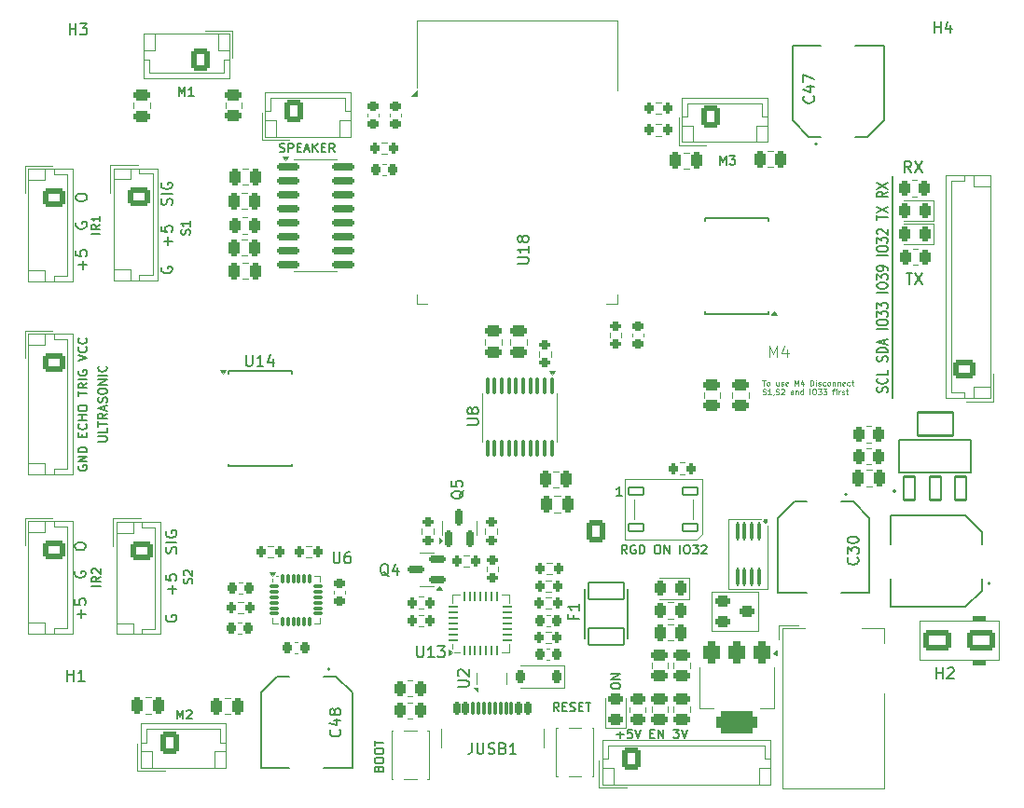
<source format=gto>
G04 #@! TF.GenerationSoftware,KiCad,Pcbnew,9.0.2*
G04 #@! TF.CreationDate,2025-09-10T14:09:23+05:30*
G04 #@! TF.ProjectId,V2DesignESP32PCB,56324465-7369-4676-9e45-535033325043,rev?*
G04 #@! TF.SameCoordinates,Original*
G04 #@! TF.FileFunction,Legend,Top*
G04 #@! TF.FilePolarity,Positive*
%FSLAX46Y46*%
G04 Gerber Fmt 4.6, Leading zero omitted, Abs format (unit mm)*
G04 Created by KiCad (PCBNEW 9.0.2) date 2025-09-10 14:09:23*
%MOMM*%
%LPD*%
G01*
G04 APERTURE LIST*
G04 Aperture macros list*
%AMRoundRect*
0 Rectangle with rounded corners*
0 $1 Rounding radius*
0 $2 $3 $4 $5 $6 $7 $8 $9 X,Y pos of 4 corners*
0 Add a 4 corners polygon primitive as box body*
4,1,4,$2,$3,$4,$5,$6,$7,$8,$9,$2,$3,0*
0 Add four circle primitives for the rounded corners*
1,1,$1+$1,$2,$3*
1,1,$1+$1,$4,$5*
1,1,$1+$1,$6,$7*
1,1,$1+$1,$8,$9*
0 Add four rect primitives between the rounded corners*
20,1,$1+$1,$2,$3,$4,$5,0*
20,1,$1+$1,$4,$5,$6,$7,0*
20,1,$1+$1,$6,$7,$8,$9,0*
20,1,$1+$1,$8,$9,$2,$3,0*%
G04 Aperture macros list end*
%ADD10C,0.150000*%
%ADD11C,0.100000*%
%ADD12C,0.120000*%
%ADD13C,0.127000*%
%ADD14C,0.200000*%
%ADD15C,0.300000*%
%ADD16C,0.203200*%
%ADD17C,0.010000*%
%ADD18RoundRect,0.250000X-0.475000X0.250000X-0.475000X-0.250000X0.475000X-0.250000X0.475000X0.250000X0*%
%ADD19RoundRect,0.250000X0.262500X0.450000X-0.262500X0.450000X-0.262500X-0.450000X0.262500X-0.450000X0*%
%ADD20R,1.750000X0.450000*%
%ADD21RoundRect,0.250000X0.250000X0.475000X-0.250000X0.475000X-0.250000X-0.475000X0.250000X-0.475000X0*%
%ADD22RoundRect,0.200000X-0.275000X0.200000X-0.275000X-0.200000X0.275000X-0.200000X0.275000X0.200000X0*%
%ADD23RoundRect,0.200000X-0.200000X-0.275000X0.200000X-0.275000X0.200000X0.275000X-0.200000X0.275000X0*%
%ADD24RoundRect,0.225000X-0.225000X-0.250000X0.225000X-0.250000X0.225000X0.250000X-0.225000X0.250000X0*%
%ADD25RoundRect,0.102000X1.600000X-0.750000X1.600000X0.750000X-1.600000X0.750000X-1.600000X-0.750000X0*%
%ADD26C,4.000000*%
%ADD27RoundRect,0.150000X-0.850000X-0.150000X0.850000X-0.150000X0.850000X0.150000X-0.850000X0.150000X0*%
%ADD28RoundRect,0.250000X0.600000X0.750000X-0.600000X0.750000X-0.600000X-0.750000X0.600000X-0.750000X0*%
%ADD29O,1.700000X2.000000*%
%ADD30RoundRect,0.062500X0.062500X-0.337500X0.062500X0.337500X-0.062500X0.337500X-0.062500X-0.337500X0*%
%ADD31RoundRect,0.062500X0.337500X-0.062500X0.337500X0.062500X-0.337500X0.062500X-0.337500X-0.062500X0*%
%ADD32R,3.350000X3.350000*%
%ADD33C,1.700000*%
%ADD34RoundRect,0.250000X-0.250000X-0.475000X0.250000X-0.475000X0.250000X0.475000X-0.250000X0.475000X0*%
%ADD35RoundRect,0.250000X-0.450000X-0.250000X0.450000X-0.250000X0.450000X0.250000X-0.450000X0.250000X0*%
%ADD36RoundRect,0.250000X0.475000X-0.250000X0.475000X0.250000X-0.475000X0.250000X-0.475000X-0.250000X0*%
%ADD37RoundRect,0.250000X-0.600000X-0.725000X0.600000X-0.725000X0.600000X0.725000X-0.600000X0.725000X0*%
%ADD38O,1.700000X1.950000*%
%ADD39RoundRect,0.243750X0.243750X0.456250X-0.243750X0.456250X-0.243750X-0.456250X0.243750X-0.456250X0*%
%ADD40RoundRect,0.250000X-0.450000X0.262500X-0.450000X-0.262500X0.450000X-0.262500X0.450000X0.262500X0*%
%ADD41RoundRect,0.075000X-0.350000X-0.075000X0.350000X-0.075000X0.350000X0.075000X-0.350000X0.075000X0*%
%ADD42RoundRect,0.075000X0.075000X-0.350000X0.075000X0.350000X-0.075000X0.350000X-0.075000X-0.350000X0*%
%ADD43RoundRect,0.200000X0.200000X0.275000X-0.200000X0.275000X-0.200000X-0.275000X0.200000X-0.275000X0*%
%ADD44R,0.650000X1.050000*%
%ADD45RoundRect,0.100000X-0.100000X0.712500X-0.100000X-0.712500X0.100000X-0.712500X0.100000X0.712500X0*%
%ADD46RoundRect,0.100000X-0.100000X0.637500X-0.100000X-0.637500X0.100000X-0.637500X0.100000X0.637500X0*%
%ADD47RoundRect,0.243750X0.456250X-0.243750X0.456250X0.243750X-0.456250X0.243750X-0.456250X-0.243750X0*%
%ADD48RoundRect,0.225000X0.225000X0.250000X-0.225000X0.250000X-0.225000X-0.250000X0.225000X-0.250000X0*%
%ADD49RoundRect,0.250000X-0.725000X0.600000X-0.725000X-0.600000X0.725000X-0.600000X0.725000X0.600000X0*%
%ADD50O,1.950000X1.700000*%
%ADD51RoundRect,0.250000X-0.262500X-0.450000X0.262500X-0.450000X0.262500X0.450000X-0.262500X0.450000X0*%
%ADD52R,4.600000X2.000000*%
%ADD53O,4.200000X2.000000*%
%ADD54O,2.000000X4.200000*%
%ADD55RoundRect,0.225000X0.250000X-0.225000X0.250000X0.225000X-0.250000X0.225000X-0.250000X-0.225000X0*%
%ADD56RoundRect,0.200000X0.275000X-0.200000X0.275000X0.200000X-0.275000X0.200000X-0.275000X-0.200000X0*%
%ADD57RoundRect,0.150000X0.587500X0.150000X-0.587500X0.150000X-0.587500X-0.150000X0.587500X-0.150000X0*%
%ADD58RoundRect,0.250000X-0.600000X-0.750000X0.600000X-0.750000X0.600000X0.750000X-0.600000X0.750000X0*%
%ADD59R,1.700000X1.700000*%
%ADD60RoundRect,0.225000X-0.250000X0.225000X-0.250000X-0.225000X0.250000X-0.225000X0.250000X0.225000X0*%
%ADD61C,0.650000*%
%ADD62RoundRect,0.150000X-0.150000X-0.425000X0.150000X-0.425000X0.150000X0.425000X-0.150000X0.425000X0*%
%ADD63RoundRect,0.075000X-0.075000X-0.500000X0.075000X-0.500000X0.075000X0.500000X-0.075000X0.500000X0*%
%ADD64O,1.000000X2.100000*%
%ADD65O,1.000000X1.800000*%
%ADD66R,0.250000X0.625000*%
%ADD67R,0.450000X0.700000*%
%ADD68R,0.450000X0.575000*%
%ADD69RoundRect,0.250000X0.725000X-0.600000X0.725000X0.600000X-0.725000X0.600000X-0.725000X-0.600000X0*%
%ADD70RoundRect,0.102000X0.500000X-1.075000X0.500000X1.075000X-0.500000X1.075000X-0.500000X-1.075000X0*%
%ADD71RoundRect,0.102000X1.625000X-1.075000X1.625000X1.075000X-1.625000X1.075000X-1.625000X-1.075000X0*%
%ADD72RoundRect,0.150000X0.150000X-0.587500X0.150000X0.587500X-0.150000X0.587500X-0.150000X-0.587500X0*%
%ADD73RoundRect,0.225000X0.225000X0.375000X-0.225000X0.375000X-0.225000X-0.375000X0.225000X-0.375000X0*%
%ADD74RoundRect,0.090000X-0.660000X-0.360000X0.660000X-0.360000X0.660000X0.360000X-0.660000X0.360000X0*%
%ADD75R,1.500000X0.900000*%
%ADD76R,0.900000X1.500000*%
%ADD77C,0.600000*%
%ADD78R,4.200000X4.200000*%
%ADD79RoundRect,0.375000X-0.375000X0.625000X-0.375000X-0.625000X0.375000X-0.625000X0.375000X0.625000X0*%
%ADD80RoundRect,0.500000X-1.400000X0.500000X-1.400000X-0.500000X1.400000X-0.500000X1.400000X0.500000X0*%
%ADD81RoundRect,0.250000X1.000000X0.650000X-1.000000X0.650000X-1.000000X-0.650000X1.000000X-0.650000X0*%
G04 APERTURE END LIST*
D10*
X189388095Y-83354819D02*
X189959523Y-83354819D01*
X189673809Y-84354819D02*
X189673809Y-83354819D01*
X190197619Y-83354819D02*
X190864285Y-84354819D01*
X190864285Y-83354819D02*
X190197619Y-84354819D01*
X172502381Y-73512295D02*
X172502381Y-72712295D01*
X172502381Y-72712295D02*
X172769047Y-73283723D01*
X172769047Y-73283723D02*
X173035714Y-72712295D01*
X173035714Y-72712295D02*
X173035714Y-73512295D01*
X173340476Y-72712295D02*
X173835714Y-72712295D01*
X173835714Y-72712295D02*
X173569048Y-73017057D01*
X173569048Y-73017057D02*
X173683333Y-73017057D01*
X173683333Y-73017057D02*
X173759524Y-73055152D01*
X173759524Y-73055152D02*
X173797619Y-73093247D01*
X173797619Y-73093247D02*
X173835714Y-73169438D01*
X173835714Y-73169438D02*
X173835714Y-73359914D01*
X173835714Y-73359914D02*
X173797619Y-73436104D01*
X173797619Y-73436104D02*
X173759524Y-73474200D01*
X173759524Y-73474200D02*
X173683333Y-73512295D01*
X173683333Y-73512295D02*
X173454762Y-73512295D01*
X173454762Y-73512295D02*
X173378571Y-73474200D01*
X173378571Y-73474200D02*
X173340476Y-73436104D01*
X188138485Y-94707146D02*
X188138485Y-94097622D01*
X188138485Y-94097622D02*
X188138485Y-93488098D01*
X188138485Y-93488098D02*
X188138485Y-92878574D01*
X188138485Y-92878574D02*
X188138485Y-92269050D01*
X188138485Y-92269050D02*
X188138485Y-91659526D01*
X188138485Y-91659526D02*
X188138485Y-91050002D01*
X188138485Y-91050002D02*
X188138485Y-90440478D01*
X188138485Y-90440478D02*
X188138485Y-89830954D01*
X188138485Y-89830954D02*
X188138485Y-89221430D01*
X188138485Y-89221430D02*
X188138485Y-88611906D01*
X188138485Y-88611906D02*
X188138485Y-88002382D01*
X188138485Y-88002382D02*
X188138485Y-87392858D01*
X188138485Y-87392858D02*
X188138485Y-86783334D01*
X188138485Y-86783334D02*
X188138485Y-86173810D01*
X188138485Y-86173810D02*
X188138485Y-85564286D01*
X188138485Y-85564286D02*
X188138485Y-84954762D01*
X188138485Y-84954762D02*
X188138485Y-84345238D01*
X188138485Y-84345238D02*
X188138485Y-83735714D01*
X188138485Y-83735714D02*
X188138485Y-83126190D01*
X188138485Y-83126190D02*
X188138485Y-82516666D01*
X188138485Y-82516666D02*
X188138485Y-81907142D01*
X188138485Y-81907142D02*
X188138485Y-81297618D01*
X188138485Y-81297618D02*
X188138485Y-80688094D01*
X188138485Y-80688094D02*
X188138485Y-80078570D01*
X188138485Y-80078570D02*
X188138485Y-79469046D01*
X188138485Y-79469046D02*
X188138485Y-78859522D01*
X188138485Y-78859522D02*
X188138485Y-78249998D01*
X188138485Y-78249998D02*
X188138485Y-77640474D01*
X188138485Y-77640474D02*
X188138485Y-77030950D01*
X188138485Y-77030950D02*
X188138485Y-76421426D01*
X188138485Y-76421426D02*
X188138485Y-75811902D01*
X188138485Y-75811902D02*
X188138485Y-75202378D01*
X188138485Y-75202378D02*
X188138485Y-74592854D01*
X123202381Y-123862295D02*
X123202381Y-123062295D01*
X123202381Y-123062295D02*
X123469047Y-123633723D01*
X123469047Y-123633723D02*
X123735714Y-123062295D01*
X123735714Y-123062295D02*
X123735714Y-123862295D01*
X124078571Y-123138485D02*
X124116667Y-123100390D01*
X124116667Y-123100390D02*
X124192857Y-123062295D01*
X124192857Y-123062295D02*
X124383333Y-123062295D01*
X124383333Y-123062295D02*
X124459524Y-123100390D01*
X124459524Y-123100390D02*
X124497619Y-123138485D01*
X124497619Y-123138485D02*
X124535714Y-123214676D01*
X124535714Y-123214676D02*
X124535714Y-123290866D01*
X124535714Y-123290866D02*
X124497619Y-123405152D01*
X124497619Y-123405152D02*
X124040476Y-123862295D01*
X124040476Y-123862295D02*
X124535714Y-123862295D01*
X122202438Y-114471428D02*
X122154819Y-114566666D01*
X122154819Y-114566666D02*
X122154819Y-114709523D01*
X122154819Y-114709523D02*
X122202438Y-114852380D01*
X122202438Y-114852380D02*
X122297676Y-114947618D01*
X122297676Y-114947618D02*
X122392914Y-114995237D01*
X122392914Y-114995237D02*
X122583390Y-115042856D01*
X122583390Y-115042856D02*
X122726247Y-115042856D01*
X122726247Y-115042856D02*
X122916723Y-114995237D01*
X122916723Y-114995237D02*
X123011961Y-114947618D01*
X123011961Y-114947618D02*
X123107200Y-114852380D01*
X123107200Y-114852380D02*
X123154819Y-114709523D01*
X123154819Y-114709523D02*
X123154819Y-114614285D01*
X123154819Y-114614285D02*
X123107200Y-114471428D01*
X123107200Y-114471428D02*
X123059580Y-114423809D01*
X123059580Y-114423809D02*
X122726247Y-114423809D01*
X122726247Y-114423809D02*
X122726247Y-114614285D01*
X122773866Y-112471427D02*
X122773866Y-111709523D01*
X123154819Y-112090475D02*
X122392914Y-112090475D01*
X122154819Y-110757142D02*
X122154819Y-111233332D01*
X122154819Y-111233332D02*
X122631009Y-111280951D01*
X122631009Y-111280951D02*
X122583390Y-111233332D01*
X122583390Y-111233332D02*
X122535771Y-111138094D01*
X122535771Y-111138094D02*
X122535771Y-110899999D01*
X122535771Y-110899999D02*
X122583390Y-110804761D01*
X122583390Y-110804761D02*
X122631009Y-110757142D01*
X122631009Y-110757142D02*
X122726247Y-110709523D01*
X122726247Y-110709523D02*
X122964342Y-110709523D01*
X122964342Y-110709523D02*
X123059580Y-110757142D01*
X123059580Y-110757142D02*
X123107200Y-110804761D01*
X123107200Y-110804761D02*
X123154819Y-110899999D01*
X123154819Y-110899999D02*
X123154819Y-111138094D01*
X123154819Y-111138094D02*
X123107200Y-111233332D01*
X123107200Y-111233332D02*
X123059580Y-111280951D01*
X123107200Y-108804760D02*
X123154819Y-108661903D01*
X123154819Y-108661903D02*
X123154819Y-108423808D01*
X123154819Y-108423808D02*
X123107200Y-108328570D01*
X123107200Y-108328570D02*
X123059580Y-108280951D01*
X123059580Y-108280951D02*
X122964342Y-108233332D01*
X122964342Y-108233332D02*
X122869104Y-108233332D01*
X122869104Y-108233332D02*
X122773866Y-108280951D01*
X122773866Y-108280951D02*
X122726247Y-108328570D01*
X122726247Y-108328570D02*
X122678628Y-108423808D01*
X122678628Y-108423808D02*
X122631009Y-108614284D01*
X122631009Y-108614284D02*
X122583390Y-108709522D01*
X122583390Y-108709522D02*
X122535771Y-108757141D01*
X122535771Y-108757141D02*
X122440533Y-108804760D01*
X122440533Y-108804760D02*
X122345295Y-108804760D01*
X122345295Y-108804760D02*
X122250057Y-108757141D01*
X122250057Y-108757141D02*
X122202438Y-108709522D01*
X122202438Y-108709522D02*
X122154819Y-108614284D01*
X122154819Y-108614284D02*
X122154819Y-108376189D01*
X122154819Y-108376189D02*
X122202438Y-108233332D01*
X123154819Y-107804760D02*
X122154819Y-107804760D01*
X122202438Y-106804761D02*
X122154819Y-106899999D01*
X122154819Y-106899999D02*
X122154819Y-107042856D01*
X122154819Y-107042856D02*
X122202438Y-107185713D01*
X122202438Y-107185713D02*
X122297676Y-107280951D01*
X122297676Y-107280951D02*
X122392914Y-107328570D01*
X122392914Y-107328570D02*
X122583390Y-107376189D01*
X122583390Y-107376189D02*
X122726247Y-107376189D01*
X122726247Y-107376189D02*
X122916723Y-107328570D01*
X122916723Y-107328570D02*
X123011961Y-107280951D01*
X123011961Y-107280951D02*
X123107200Y-107185713D01*
X123107200Y-107185713D02*
X123154819Y-107042856D01*
X123154819Y-107042856D02*
X123154819Y-106947618D01*
X123154819Y-106947618D02*
X123107200Y-106804761D01*
X123107200Y-106804761D02*
X123059580Y-106757142D01*
X123059580Y-106757142D02*
X122726247Y-106757142D01*
X122726247Y-106757142D02*
X122726247Y-106947618D01*
D11*
X177003884Y-90972419D02*
X177003884Y-89972419D01*
X177003884Y-89972419D02*
X177337217Y-90686704D01*
X177337217Y-90686704D02*
X177670550Y-89972419D01*
X177670550Y-89972419D02*
X177670550Y-90972419D01*
X178575312Y-90305752D02*
X178575312Y-90972419D01*
X178337217Y-89924800D02*
X178099122Y-90639085D01*
X178099122Y-90639085D02*
X178718169Y-90639085D01*
D10*
X141493247Y-128385714D02*
X141531342Y-128271428D01*
X141531342Y-128271428D02*
X141569438Y-128233333D01*
X141569438Y-128233333D02*
X141645628Y-128195237D01*
X141645628Y-128195237D02*
X141759914Y-128195237D01*
X141759914Y-128195237D02*
X141836104Y-128233333D01*
X141836104Y-128233333D02*
X141874200Y-128271428D01*
X141874200Y-128271428D02*
X141912295Y-128347618D01*
X141912295Y-128347618D02*
X141912295Y-128652380D01*
X141912295Y-128652380D02*
X141112295Y-128652380D01*
X141112295Y-128652380D02*
X141112295Y-128385714D01*
X141112295Y-128385714D02*
X141150390Y-128309523D01*
X141150390Y-128309523D02*
X141188485Y-128271428D01*
X141188485Y-128271428D02*
X141264676Y-128233333D01*
X141264676Y-128233333D02*
X141340866Y-128233333D01*
X141340866Y-128233333D02*
X141417057Y-128271428D01*
X141417057Y-128271428D02*
X141455152Y-128309523D01*
X141455152Y-128309523D02*
X141493247Y-128385714D01*
X141493247Y-128385714D02*
X141493247Y-128652380D01*
X141112295Y-127699999D02*
X141112295Y-127547618D01*
X141112295Y-127547618D02*
X141150390Y-127471428D01*
X141150390Y-127471428D02*
X141226580Y-127395237D01*
X141226580Y-127395237D02*
X141378961Y-127357142D01*
X141378961Y-127357142D02*
X141645628Y-127357142D01*
X141645628Y-127357142D02*
X141798009Y-127395237D01*
X141798009Y-127395237D02*
X141874200Y-127471428D01*
X141874200Y-127471428D02*
X141912295Y-127547618D01*
X141912295Y-127547618D02*
X141912295Y-127699999D01*
X141912295Y-127699999D02*
X141874200Y-127776190D01*
X141874200Y-127776190D02*
X141798009Y-127852380D01*
X141798009Y-127852380D02*
X141645628Y-127890476D01*
X141645628Y-127890476D02*
X141378961Y-127890476D01*
X141378961Y-127890476D02*
X141226580Y-127852380D01*
X141226580Y-127852380D02*
X141150390Y-127776190D01*
X141150390Y-127776190D02*
X141112295Y-127699999D01*
X141112295Y-126861904D02*
X141112295Y-126709523D01*
X141112295Y-126709523D02*
X141150390Y-126633333D01*
X141150390Y-126633333D02*
X141226580Y-126557142D01*
X141226580Y-126557142D02*
X141378961Y-126519047D01*
X141378961Y-126519047D02*
X141645628Y-126519047D01*
X141645628Y-126519047D02*
X141798009Y-126557142D01*
X141798009Y-126557142D02*
X141874200Y-126633333D01*
X141874200Y-126633333D02*
X141912295Y-126709523D01*
X141912295Y-126709523D02*
X141912295Y-126861904D01*
X141912295Y-126861904D02*
X141874200Y-126938095D01*
X141874200Y-126938095D02*
X141798009Y-127014285D01*
X141798009Y-127014285D02*
X141645628Y-127052381D01*
X141645628Y-127052381D02*
X141378961Y-127052381D01*
X141378961Y-127052381D02*
X141226580Y-127014285D01*
X141226580Y-127014285D02*
X141150390Y-126938095D01*
X141150390Y-126938095D02*
X141112295Y-126861904D01*
X141112295Y-126290476D02*
X141112295Y-125833333D01*
X141912295Y-126061905D02*
X141112295Y-126061905D01*
X116012295Y-98659522D02*
X116659914Y-98659522D01*
X116659914Y-98659522D02*
X116736104Y-98621427D01*
X116736104Y-98621427D02*
X116774200Y-98583332D01*
X116774200Y-98583332D02*
X116812295Y-98507141D01*
X116812295Y-98507141D02*
X116812295Y-98354760D01*
X116812295Y-98354760D02*
X116774200Y-98278570D01*
X116774200Y-98278570D02*
X116736104Y-98240475D01*
X116736104Y-98240475D02*
X116659914Y-98202379D01*
X116659914Y-98202379D02*
X116012295Y-98202379D01*
X116812295Y-97440475D02*
X116812295Y-97821427D01*
X116812295Y-97821427D02*
X116012295Y-97821427D01*
X116012295Y-97288094D02*
X116012295Y-96830951D01*
X116812295Y-97059523D02*
X116012295Y-97059523D01*
X116812295Y-96107141D02*
X116431342Y-96373808D01*
X116812295Y-96564284D02*
X116012295Y-96564284D01*
X116012295Y-96564284D02*
X116012295Y-96259522D01*
X116012295Y-96259522D02*
X116050390Y-96183332D01*
X116050390Y-96183332D02*
X116088485Y-96145237D01*
X116088485Y-96145237D02*
X116164676Y-96107141D01*
X116164676Y-96107141D02*
X116278961Y-96107141D01*
X116278961Y-96107141D02*
X116355152Y-96145237D01*
X116355152Y-96145237D02*
X116393247Y-96183332D01*
X116393247Y-96183332D02*
X116431342Y-96259522D01*
X116431342Y-96259522D02*
X116431342Y-96564284D01*
X116583723Y-95802380D02*
X116583723Y-95421427D01*
X116812295Y-95878570D02*
X116012295Y-95611903D01*
X116012295Y-95611903D02*
X116812295Y-95345237D01*
X116774200Y-95116666D02*
X116812295Y-95002380D01*
X116812295Y-95002380D02*
X116812295Y-94811904D01*
X116812295Y-94811904D02*
X116774200Y-94735713D01*
X116774200Y-94735713D02*
X116736104Y-94697618D01*
X116736104Y-94697618D02*
X116659914Y-94659523D01*
X116659914Y-94659523D02*
X116583723Y-94659523D01*
X116583723Y-94659523D02*
X116507533Y-94697618D01*
X116507533Y-94697618D02*
X116469438Y-94735713D01*
X116469438Y-94735713D02*
X116431342Y-94811904D01*
X116431342Y-94811904D02*
X116393247Y-94964285D01*
X116393247Y-94964285D02*
X116355152Y-95040475D01*
X116355152Y-95040475D02*
X116317057Y-95078570D01*
X116317057Y-95078570D02*
X116240866Y-95116666D01*
X116240866Y-95116666D02*
X116164676Y-95116666D01*
X116164676Y-95116666D02*
X116088485Y-95078570D01*
X116088485Y-95078570D02*
X116050390Y-95040475D01*
X116050390Y-95040475D02*
X116012295Y-94964285D01*
X116012295Y-94964285D02*
X116012295Y-94773808D01*
X116012295Y-94773808D02*
X116050390Y-94659523D01*
X116012295Y-94164284D02*
X116012295Y-94011903D01*
X116012295Y-94011903D02*
X116050390Y-93935713D01*
X116050390Y-93935713D02*
X116126580Y-93859522D01*
X116126580Y-93859522D02*
X116278961Y-93821427D01*
X116278961Y-93821427D02*
X116545628Y-93821427D01*
X116545628Y-93821427D02*
X116698009Y-93859522D01*
X116698009Y-93859522D02*
X116774200Y-93935713D01*
X116774200Y-93935713D02*
X116812295Y-94011903D01*
X116812295Y-94011903D02*
X116812295Y-94164284D01*
X116812295Y-94164284D02*
X116774200Y-94240475D01*
X116774200Y-94240475D02*
X116698009Y-94316665D01*
X116698009Y-94316665D02*
X116545628Y-94354761D01*
X116545628Y-94354761D02*
X116278961Y-94354761D01*
X116278961Y-94354761D02*
X116126580Y-94316665D01*
X116126580Y-94316665D02*
X116050390Y-94240475D01*
X116050390Y-94240475D02*
X116012295Y-94164284D01*
X116812295Y-93478570D02*
X116012295Y-93478570D01*
X116012295Y-93478570D02*
X116812295Y-93021427D01*
X116812295Y-93021427D02*
X116012295Y-93021427D01*
X116812295Y-92640475D02*
X116012295Y-92640475D01*
X116736104Y-91802380D02*
X116774200Y-91840476D01*
X116774200Y-91840476D02*
X116812295Y-91954761D01*
X116812295Y-91954761D02*
X116812295Y-92030952D01*
X116812295Y-92030952D02*
X116774200Y-92145238D01*
X116774200Y-92145238D02*
X116698009Y-92221428D01*
X116698009Y-92221428D02*
X116621819Y-92259523D01*
X116621819Y-92259523D02*
X116469438Y-92297619D01*
X116469438Y-92297619D02*
X116355152Y-92297619D01*
X116355152Y-92297619D02*
X116202771Y-92259523D01*
X116202771Y-92259523D02*
X116126580Y-92221428D01*
X116126580Y-92221428D02*
X116050390Y-92145238D01*
X116050390Y-92145238D02*
X116012295Y-92030952D01*
X116012295Y-92030952D02*
X116012295Y-91954761D01*
X116012295Y-91954761D02*
X116050390Y-91840476D01*
X116050390Y-91840476D02*
X116088485Y-91802380D01*
X164028572Y-108862295D02*
X163761905Y-108481342D01*
X163571429Y-108862295D02*
X163571429Y-108062295D01*
X163571429Y-108062295D02*
X163876191Y-108062295D01*
X163876191Y-108062295D02*
X163952381Y-108100390D01*
X163952381Y-108100390D02*
X163990476Y-108138485D01*
X163990476Y-108138485D02*
X164028572Y-108214676D01*
X164028572Y-108214676D02*
X164028572Y-108328961D01*
X164028572Y-108328961D02*
X163990476Y-108405152D01*
X163990476Y-108405152D02*
X163952381Y-108443247D01*
X163952381Y-108443247D02*
X163876191Y-108481342D01*
X163876191Y-108481342D02*
X163571429Y-108481342D01*
X164790476Y-108100390D02*
X164714286Y-108062295D01*
X164714286Y-108062295D02*
X164600000Y-108062295D01*
X164600000Y-108062295D02*
X164485714Y-108100390D01*
X164485714Y-108100390D02*
X164409524Y-108176580D01*
X164409524Y-108176580D02*
X164371429Y-108252771D01*
X164371429Y-108252771D02*
X164333333Y-108405152D01*
X164333333Y-108405152D02*
X164333333Y-108519438D01*
X164333333Y-108519438D02*
X164371429Y-108671819D01*
X164371429Y-108671819D02*
X164409524Y-108748009D01*
X164409524Y-108748009D02*
X164485714Y-108824200D01*
X164485714Y-108824200D02*
X164600000Y-108862295D01*
X164600000Y-108862295D02*
X164676191Y-108862295D01*
X164676191Y-108862295D02*
X164790476Y-108824200D01*
X164790476Y-108824200D02*
X164828572Y-108786104D01*
X164828572Y-108786104D02*
X164828572Y-108519438D01*
X164828572Y-108519438D02*
X164676191Y-108519438D01*
X165171429Y-108862295D02*
X165171429Y-108062295D01*
X165171429Y-108062295D02*
X165361905Y-108062295D01*
X165361905Y-108062295D02*
X165476191Y-108100390D01*
X165476191Y-108100390D02*
X165552381Y-108176580D01*
X165552381Y-108176580D02*
X165590476Y-108252771D01*
X165590476Y-108252771D02*
X165628572Y-108405152D01*
X165628572Y-108405152D02*
X165628572Y-108519438D01*
X165628572Y-108519438D02*
X165590476Y-108671819D01*
X165590476Y-108671819D02*
X165552381Y-108748009D01*
X165552381Y-108748009D02*
X165476191Y-108824200D01*
X165476191Y-108824200D02*
X165361905Y-108862295D01*
X165361905Y-108862295D02*
X165171429Y-108862295D01*
X166733334Y-108062295D02*
X166885715Y-108062295D01*
X166885715Y-108062295D02*
X166961905Y-108100390D01*
X166961905Y-108100390D02*
X167038096Y-108176580D01*
X167038096Y-108176580D02*
X167076191Y-108328961D01*
X167076191Y-108328961D02*
X167076191Y-108595628D01*
X167076191Y-108595628D02*
X167038096Y-108748009D01*
X167038096Y-108748009D02*
X166961905Y-108824200D01*
X166961905Y-108824200D02*
X166885715Y-108862295D01*
X166885715Y-108862295D02*
X166733334Y-108862295D01*
X166733334Y-108862295D02*
X166657143Y-108824200D01*
X166657143Y-108824200D02*
X166580953Y-108748009D01*
X166580953Y-108748009D02*
X166542857Y-108595628D01*
X166542857Y-108595628D02*
X166542857Y-108328961D01*
X166542857Y-108328961D02*
X166580953Y-108176580D01*
X166580953Y-108176580D02*
X166657143Y-108100390D01*
X166657143Y-108100390D02*
X166733334Y-108062295D01*
X167419048Y-108862295D02*
X167419048Y-108062295D01*
X167419048Y-108062295D02*
X167876191Y-108862295D01*
X167876191Y-108862295D02*
X167876191Y-108062295D01*
X168866667Y-108862295D02*
X168866667Y-108062295D01*
X169400000Y-108062295D02*
X169552381Y-108062295D01*
X169552381Y-108062295D02*
X169628571Y-108100390D01*
X169628571Y-108100390D02*
X169704762Y-108176580D01*
X169704762Y-108176580D02*
X169742857Y-108328961D01*
X169742857Y-108328961D02*
X169742857Y-108595628D01*
X169742857Y-108595628D02*
X169704762Y-108748009D01*
X169704762Y-108748009D02*
X169628571Y-108824200D01*
X169628571Y-108824200D02*
X169552381Y-108862295D01*
X169552381Y-108862295D02*
X169400000Y-108862295D01*
X169400000Y-108862295D02*
X169323809Y-108824200D01*
X169323809Y-108824200D02*
X169247619Y-108748009D01*
X169247619Y-108748009D02*
X169209523Y-108595628D01*
X169209523Y-108595628D02*
X169209523Y-108328961D01*
X169209523Y-108328961D02*
X169247619Y-108176580D01*
X169247619Y-108176580D02*
X169323809Y-108100390D01*
X169323809Y-108100390D02*
X169400000Y-108062295D01*
X170009523Y-108062295D02*
X170504761Y-108062295D01*
X170504761Y-108062295D02*
X170238095Y-108367057D01*
X170238095Y-108367057D02*
X170352380Y-108367057D01*
X170352380Y-108367057D02*
X170428571Y-108405152D01*
X170428571Y-108405152D02*
X170466666Y-108443247D01*
X170466666Y-108443247D02*
X170504761Y-108519438D01*
X170504761Y-108519438D02*
X170504761Y-108709914D01*
X170504761Y-108709914D02*
X170466666Y-108786104D01*
X170466666Y-108786104D02*
X170428571Y-108824200D01*
X170428571Y-108824200D02*
X170352380Y-108862295D01*
X170352380Y-108862295D02*
X170123809Y-108862295D01*
X170123809Y-108862295D02*
X170047618Y-108824200D01*
X170047618Y-108824200D02*
X170009523Y-108786104D01*
X170809523Y-108138485D02*
X170847619Y-108100390D01*
X170847619Y-108100390D02*
X170923809Y-108062295D01*
X170923809Y-108062295D02*
X171114285Y-108062295D01*
X171114285Y-108062295D02*
X171190476Y-108100390D01*
X171190476Y-108100390D02*
X171228571Y-108138485D01*
X171228571Y-108138485D02*
X171266666Y-108214676D01*
X171266666Y-108214676D02*
X171266666Y-108290866D01*
X171266666Y-108290866D02*
X171228571Y-108405152D01*
X171228571Y-108405152D02*
X170771428Y-108862295D01*
X170771428Y-108862295D02*
X171266666Y-108862295D01*
X163107143Y-125307533D02*
X163716667Y-125307533D01*
X163411905Y-125612295D02*
X163411905Y-125002771D01*
X164478571Y-124812295D02*
X164097619Y-124812295D01*
X164097619Y-124812295D02*
X164059523Y-125193247D01*
X164059523Y-125193247D02*
X164097619Y-125155152D01*
X164097619Y-125155152D02*
X164173809Y-125117057D01*
X164173809Y-125117057D02*
X164364285Y-125117057D01*
X164364285Y-125117057D02*
X164440476Y-125155152D01*
X164440476Y-125155152D02*
X164478571Y-125193247D01*
X164478571Y-125193247D02*
X164516666Y-125269438D01*
X164516666Y-125269438D02*
X164516666Y-125459914D01*
X164516666Y-125459914D02*
X164478571Y-125536104D01*
X164478571Y-125536104D02*
X164440476Y-125574200D01*
X164440476Y-125574200D02*
X164364285Y-125612295D01*
X164364285Y-125612295D02*
X164173809Y-125612295D01*
X164173809Y-125612295D02*
X164097619Y-125574200D01*
X164097619Y-125574200D02*
X164059523Y-125536104D01*
X164745238Y-124812295D02*
X165011905Y-125612295D01*
X165011905Y-125612295D02*
X165278571Y-124812295D01*
X166154762Y-125193247D02*
X166421428Y-125193247D01*
X166535714Y-125612295D02*
X166154762Y-125612295D01*
X166154762Y-125612295D02*
X166154762Y-124812295D01*
X166154762Y-124812295D02*
X166535714Y-124812295D01*
X166878572Y-125612295D02*
X166878572Y-124812295D01*
X166878572Y-124812295D02*
X167335715Y-125612295D01*
X167335715Y-125612295D02*
X167335715Y-124812295D01*
X168250000Y-124812295D02*
X168745238Y-124812295D01*
X168745238Y-124812295D02*
X168478572Y-125117057D01*
X168478572Y-125117057D02*
X168592857Y-125117057D01*
X168592857Y-125117057D02*
X168669048Y-125155152D01*
X168669048Y-125155152D02*
X168707143Y-125193247D01*
X168707143Y-125193247D02*
X168745238Y-125269438D01*
X168745238Y-125269438D02*
X168745238Y-125459914D01*
X168745238Y-125459914D02*
X168707143Y-125536104D01*
X168707143Y-125536104D02*
X168669048Y-125574200D01*
X168669048Y-125574200D02*
X168592857Y-125612295D01*
X168592857Y-125612295D02*
X168364286Y-125612295D01*
X168364286Y-125612295D02*
X168288095Y-125574200D01*
X168288095Y-125574200D02*
X168250000Y-125536104D01*
X168973810Y-124812295D02*
X169240477Y-125612295D01*
X169240477Y-125612295D02*
X169507143Y-124812295D01*
X162612295Y-120945237D02*
X162612295Y-120792856D01*
X162612295Y-120792856D02*
X162650390Y-120716666D01*
X162650390Y-120716666D02*
X162726580Y-120640475D01*
X162726580Y-120640475D02*
X162878961Y-120602380D01*
X162878961Y-120602380D02*
X163145628Y-120602380D01*
X163145628Y-120602380D02*
X163298009Y-120640475D01*
X163298009Y-120640475D02*
X163374200Y-120716666D01*
X163374200Y-120716666D02*
X163412295Y-120792856D01*
X163412295Y-120792856D02*
X163412295Y-120945237D01*
X163412295Y-120945237D02*
X163374200Y-121021428D01*
X163374200Y-121021428D02*
X163298009Y-121097618D01*
X163298009Y-121097618D02*
X163145628Y-121135714D01*
X163145628Y-121135714D02*
X162878961Y-121135714D01*
X162878961Y-121135714D02*
X162726580Y-121097618D01*
X162726580Y-121097618D02*
X162650390Y-121021428D01*
X162650390Y-121021428D02*
X162612295Y-120945237D01*
X163412295Y-120259523D02*
X162612295Y-120259523D01*
X162612295Y-120259523D02*
X163412295Y-119802380D01*
X163412295Y-119802380D02*
X162612295Y-119802380D01*
X132504761Y-72324200D02*
X132619047Y-72362295D01*
X132619047Y-72362295D02*
X132809523Y-72362295D01*
X132809523Y-72362295D02*
X132885714Y-72324200D01*
X132885714Y-72324200D02*
X132923809Y-72286104D01*
X132923809Y-72286104D02*
X132961904Y-72209914D01*
X132961904Y-72209914D02*
X132961904Y-72133723D01*
X132961904Y-72133723D02*
X132923809Y-72057533D01*
X132923809Y-72057533D02*
X132885714Y-72019438D01*
X132885714Y-72019438D02*
X132809523Y-71981342D01*
X132809523Y-71981342D02*
X132657142Y-71943247D01*
X132657142Y-71943247D02*
X132580952Y-71905152D01*
X132580952Y-71905152D02*
X132542857Y-71867057D01*
X132542857Y-71867057D02*
X132504761Y-71790866D01*
X132504761Y-71790866D02*
X132504761Y-71714676D01*
X132504761Y-71714676D02*
X132542857Y-71638485D01*
X132542857Y-71638485D02*
X132580952Y-71600390D01*
X132580952Y-71600390D02*
X132657142Y-71562295D01*
X132657142Y-71562295D02*
X132847619Y-71562295D01*
X132847619Y-71562295D02*
X132961904Y-71600390D01*
X133304762Y-72362295D02*
X133304762Y-71562295D01*
X133304762Y-71562295D02*
X133609524Y-71562295D01*
X133609524Y-71562295D02*
X133685714Y-71600390D01*
X133685714Y-71600390D02*
X133723809Y-71638485D01*
X133723809Y-71638485D02*
X133761905Y-71714676D01*
X133761905Y-71714676D02*
X133761905Y-71828961D01*
X133761905Y-71828961D02*
X133723809Y-71905152D01*
X133723809Y-71905152D02*
X133685714Y-71943247D01*
X133685714Y-71943247D02*
X133609524Y-71981342D01*
X133609524Y-71981342D02*
X133304762Y-71981342D01*
X134104762Y-71943247D02*
X134371428Y-71943247D01*
X134485714Y-72362295D02*
X134104762Y-72362295D01*
X134104762Y-72362295D02*
X134104762Y-71562295D01*
X134104762Y-71562295D02*
X134485714Y-71562295D01*
X134790476Y-72133723D02*
X135171429Y-72133723D01*
X134714286Y-72362295D02*
X134980953Y-71562295D01*
X134980953Y-71562295D02*
X135247619Y-72362295D01*
X135514286Y-72362295D02*
X135514286Y-71562295D01*
X135971429Y-72362295D02*
X135628571Y-71905152D01*
X135971429Y-71562295D02*
X135514286Y-72019438D01*
X136314286Y-71943247D02*
X136580952Y-71943247D01*
X136695238Y-72362295D02*
X136314286Y-72362295D01*
X136314286Y-72362295D02*
X136314286Y-71562295D01*
X136314286Y-71562295D02*
X136695238Y-71562295D01*
X137495239Y-72362295D02*
X137228572Y-71981342D01*
X137038096Y-72362295D02*
X137038096Y-71562295D01*
X137038096Y-71562295D02*
X137342858Y-71562295D01*
X137342858Y-71562295D02*
X137419048Y-71600390D01*
X137419048Y-71600390D02*
X137457143Y-71638485D01*
X137457143Y-71638485D02*
X137495239Y-71714676D01*
X137495239Y-71714676D02*
X137495239Y-71828961D01*
X137495239Y-71828961D02*
X137457143Y-71905152D01*
X137457143Y-71905152D02*
X137419048Y-71943247D01*
X137419048Y-71943247D02*
X137342858Y-71981342D01*
X137342858Y-71981342D02*
X137038096Y-71981342D01*
X123352381Y-67262295D02*
X123352381Y-66462295D01*
X123352381Y-66462295D02*
X123619047Y-67033723D01*
X123619047Y-67033723D02*
X123885714Y-66462295D01*
X123885714Y-66462295D02*
X123885714Y-67262295D01*
X124685714Y-67262295D02*
X124228571Y-67262295D01*
X124457143Y-67262295D02*
X124457143Y-66462295D01*
X124457143Y-66462295D02*
X124380952Y-66576580D01*
X124380952Y-66576580D02*
X124304762Y-66652771D01*
X124304762Y-66652771D02*
X124228571Y-66690866D01*
X114523866Y-114704761D02*
X114523866Y-113942857D01*
X114904819Y-114323809D02*
X114142914Y-114323809D01*
X113904819Y-112990476D02*
X113904819Y-113466666D01*
X113904819Y-113466666D02*
X114381009Y-113514285D01*
X114381009Y-113514285D02*
X114333390Y-113466666D01*
X114333390Y-113466666D02*
X114285771Y-113371428D01*
X114285771Y-113371428D02*
X114285771Y-113133333D01*
X114285771Y-113133333D02*
X114333390Y-113038095D01*
X114333390Y-113038095D02*
X114381009Y-112990476D01*
X114381009Y-112990476D02*
X114476247Y-112942857D01*
X114476247Y-112942857D02*
X114714342Y-112942857D01*
X114714342Y-112942857D02*
X114809580Y-112990476D01*
X114809580Y-112990476D02*
X114857200Y-113038095D01*
X114857200Y-113038095D02*
X114904819Y-113133333D01*
X114904819Y-113133333D02*
X114904819Y-113371428D01*
X114904819Y-113371428D02*
X114857200Y-113466666D01*
X114857200Y-113466666D02*
X114809580Y-113514285D01*
X113952438Y-110466666D02*
X113904819Y-110561904D01*
X113904819Y-110561904D02*
X113904819Y-110704761D01*
X113904819Y-110704761D02*
X113952438Y-110847618D01*
X113952438Y-110847618D02*
X114047676Y-110942856D01*
X114047676Y-110942856D02*
X114142914Y-110990475D01*
X114142914Y-110990475D02*
X114333390Y-111038094D01*
X114333390Y-111038094D02*
X114476247Y-111038094D01*
X114476247Y-111038094D02*
X114666723Y-110990475D01*
X114666723Y-110990475D02*
X114761961Y-110942856D01*
X114761961Y-110942856D02*
X114857200Y-110847618D01*
X114857200Y-110847618D02*
X114904819Y-110704761D01*
X114904819Y-110704761D02*
X114904819Y-110609523D01*
X114904819Y-110609523D02*
X114857200Y-110466666D01*
X114857200Y-110466666D02*
X114809580Y-110419047D01*
X114809580Y-110419047D02*
X114476247Y-110419047D01*
X114476247Y-110419047D02*
X114476247Y-110609523D01*
X113904819Y-108276189D02*
X113904819Y-108085713D01*
X113904819Y-108085713D02*
X113952438Y-107990475D01*
X113952438Y-107990475D02*
X114047676Y-107895237D01*
X114047676Y-107895237D02*
X114238152Y-107847618D01*
X114238152Y-107847618D02*
X114571485Y-107847618D01*
X114571485Y-107847618D02*
X114761961Y-107895237D01*
X114761961Y-107895237D02*
X114857200Y-107990475D01*
X114857200Y-107990475D02*
X114904819Y-108085713D01*
X114904819Y-108085713D02*
X114904819Y-108276189D01*
X114904819Y-108276189D02*
X114857200Y-108371427D01*
X114857200Y-108371427D02*
X114761961Y-108466665D01*
X114761961Y-108466665D02*
X114571485Y-108514284D01*
X114571485Y-108514284D02*
X114238152Y-108514284D01*
X114238152Y-108514284D02*
X114047676Y-108466665D01*
X114047676Y-108466665D02*
X113952438Y-108371427D01*
X113952438Y-108371427D02*
X113904819Y-108276189D01*
D11*
X176313408Y-93078637D02*
X176599122Y-93078637D01*
X176456265Y-93578637D02*
X176456265Y-93078637D01*
X176837217Y-93578637D02*
X176789598Y-93554828D01*
X176789598Y-93554828D02*
X176765788Y-93531018D01*
X176765788Y-93531018D02*
X176741979Y-93483399D01*
X176741979Y-93483399D02*
X176741979Y-93340542D01*
X176741979Y-93340542D02*
X176765788Y-93292923D01*
X176765788Y-93292923D02*
X176789598Y-93269113D01*
X176789598Y-93269113D02*
X176837217Y-93245304D01*
X176837217Y-93245304D02*
X176908645Y-93245304D01*
X176908645Y-93245304D02*
X176956264Y-93269113D01*
X176956264Y-93269113D02*
X176980074Y-93292923D01*
X176980074Y-93292923D02*
X177003883Y-93340542D01*
X177003883Y-93340542D02*
X177003883Y-93483399D01*
X177003883Y-93483399D02*
X176980074Y-93531018D01*
X176980074Y-93531018D02*
X176956264Y-93554828D01*
X176956264Y-93554828D02*
X176908645Y-93578637D01*
X176908645Y-93578637D02*
X176837217Y-93578637D01*
X177813407Y-93245304D02*
X177813407Y-93578637D01*
X177599121Y-93245304D02*
X177599121Y-93507208D01*
X177599121Y-93507208D02*
X177622931Y-93554828D01*
X177622931Y-93554828D02*
X177670550Y-93578637D01*
X177670550Y-93578637D02*
X177741978Y-93578637D01*
X177741978Y-93578637D02*
X177789597Y-93554828D01*
X177789597Y-93554828D02*
X177813407Y-93531018D01*
X178027693Y-93554828D02*
X178075312Y-93578637D01*
X178075312Y-93578637D02*
X178170550Y-93578637D01*
X178170550Y-93578637D02*
X178218169Y-93554828D01*
X178218169Y-93554828D02*
X178241978Y-93507208D01*
X178241978Y-93507208D02*
X178241978Y-93483399D01*
X178241978Y-93483399D02*
X178218169Y-93435780D01*
X178218169Y-93435780D02*
X178170550Y-93411970D01*
X178170550Y-93411970D02*
X178099121Y-93411970D01*
X178099121Y-93411970D02*
X178051502Y-93388161D01*
X178051502Y-93388161D02*
X178027693Y-93340542D01*
X178027693Y-93340542D02*
X178027693Y-93316732D01*
X178027693Y-93316732D02*
X178051502Y-93269113D01*
X178051502Y-93269113D02*
X178099121Y-93245304D01*
X178099121Y-93245304D02*
X178170550Y-93245304D01*
X178170550Y-93245304D02*
X178218169Y-93269113D01*
X178646740Y-93554828D02*
X178599121Y-93578637D01*
X178599121Y-93578637D02*
X178503883Y-93578637D01*
X178503883Y-93578637D02*
X178456264Y-93554828D01*
X178456264Y-93554828D02*
X178432455Y-93507208D01*
X178432455Y-93507208D02*
X178432455Y-93316732D01*
X178432455Y-93316732D02*
X178456264Y-93269113D01*
X178456264Y-93269113D02*
X178503883Y-93245304D01*
X178503883Y-93245304D02*
X178599121Y-93245304D01*
X178599121Y-93245304D02*
X178646740Y-93269113D01*
X178646740Y-93269113D02*
X178670550Y-93316732D01*
X178670550Y-93316732D02*
X178670550Y-93364351D01*
X178670550Y-93364351D02*
X178432455Y-93411970D01*
X179265787Y-93578637D02*
X179265787Y-93078637D01*
X179265787Y-93078637D02*
X179432454Y-93435780D01*
X179432454Y-93435780D02*
X179599120Y-93078637D01*
X179599120Y-93078637D02*
X179599120Y-93578637D01*
X180051502Y-93245304D02*
X180051502Y-93578637D01*
X179932454Y-93054828D02*
X179813407Y-93411970D01*
X179813407Y-93411970D02*
X180122930Y-93411970D01*
X180694358Y-93578637D02*
X180694358Y-93078637D01*
X180694358Y-93078637D02*
X180813406Y-93078637D01*
X180813406Y-93078637D02*
X180884834Y-93102447D01*
X180884834Y-93102447D02*
X180932453Y-93150066D01*
X180932453Y-93150066D02*
X180956263Y-93197685D01*
X180956263Y-93197685D02*
X180980072Y-93292923D01*
X180980072Y-93292923D02*
X180980072Y-93364351D01*
X180980072Y-93364351D02*
X180956263Y-93459589D01*
X180956263Y-93459589D02*
X180932453Y-93507208D01*
X180932453Y-93507208D02*
X180884834Y-93554828D01*
X180884834Y-93554828D02*
X180813406Y-93578637D01*
X180813406Y-93578637D02*
X180694358Y-93578637D01*
X181194358Y-93578637D02*
X181194358Y-93245304D01*
X181194358Y-93078637D02*
X181170549Y-93102447D01*
X181170549Y-93102447D02*
X181194358Y-93126256D01*
X181194358Y-93126256D02*
X181218168Y-93102447D01*
X181218168Y-93102447D02*
X181194358Y-93078637D01*
X181194358Y-93078637D02*
X181194358Y-93126256D01*
X181408644Y-93554828D02*
X181456263Y-93578637D01*
X181456263Y-93578637D02*
X181551501Y-93578637D01*
X181551501Y-93578637D02*
X181599120Y-93554828D01*
X181599120Y-93554828D02*
X181622929Y-93507208D01*
X181622929Y-93507208D02*
X181622929Y-93483399D01*
X181622929Y-93483399D02*
X181599120Y-93435780D01*
X181599120Y-93435780D02*
X181551501Y-93411970D01*
X181551501Y-93411970D02*
X181480072Y-93411970D01*
X181480072Y-93411970D02*
X181432453Y-93388161D01*
X181432453Y-93388161D02*
X181408644Y-93340542D01*
X181408644Y-93340542D02*
X181408644Y-93316732D01*
X181408644Y-93316732D02*
X181432453Y-93269113D01*
X181432453Y-93269113D02*
X181480072Y-93245304D01*
X181480072Y-93245304D02*
X181551501Y-93245304D01*
X181551501Y-93245304D02*
X181599120Y-93269113D01*
X182051501Y-93554828D02*
X182003882Y-93578637D01*
X182003882Y-93578637D02*
X181908644Y-93578637D01*
X181908644Y-93578637D02*
X181861025Y-93554828D01*
X181861025Y-93554828D02*
X181837215Y-93531018D01*
X181837215Y-93531018D02*
X181813406Y-93483399D01*
X181813406Y-93483399D02*
X181813406Y-93340542D01*
X181813406Y-93340542D02*
X181837215Y-93292923D01*
X181837215Y-93292923D02*
X181861025Y-93269113D01*
X181861025Y-93269113D02*
X181908644Y-93245304D01*
X181908644Y-93245304D02*
X182003882Y-93245304D01*
X182003882Y-93245304D02*
X182051501Y-93269113D01*
X182337215Y-93578637D02*
X182289596Y-93554828D01*
X182289596Y-93554828D02*
X182265786Y-93531018D01*
X182265786Y-93531018D02*
X182241977Y-93483399D01*
X182241977Y-93483399D02*
X182241977Y-93340542D01*
X182241977Y-93340542D02*
X182265786Y-93292923D01*
X182265786Y-93292923D02*
X182289596Y-93269113D01*
X182289596Y-93269113D02*
X182337215Y-93245304D01*
X182337215Y-93245304D02*
X182408643Y-93245304D01*
X182408643Y-93245304D02*
X182456262Y-93269113D01*
X182456262Y-93269113D02*
X182480072Y-93292923D01*
X182480072Y-93292923D02*
X182503881Y-93340542D01*
X182503881Y-93340542D02*
X182503881Y-93483399D01*
X182503881Y-93483399D02*
X182480072Y-93531018D01*
X182480072Y-93531018D02*
X182456262Y-93554828D01*
X182456262Y-93554828D02*
X182408643Y-93578637D01*
X182408643Y-93578637D02*
X182337215Y-93578637D01*
X182718167Y-93245304D02*
X182718167Y-93578637D01*
X182718167Y-93292923D02*
X182741977Y-93269113D01*
X182741977Y-93269113D02*
X182789596Y-93245304D01*
X182789596Y-93245304D02*
X182861024Y-93245304D01*
X182861024Y-93245304D02*
X182908643Y-93269113D01*
X182908643Y-93269113D02*
X182932453Y-93316732D01*
X182932453Y-93316732D02*
X182932453Y-93578637D01*
X183170548Y-93245304D02*
X183170548Y-93578637D01*
X183170548Y-93292923D02*
X183194358Y-93269113D01*
X183194358Y-93269113D02*
X183241977Y-93245304D01*
X183241977Y-93245304D02*
X183313405Y-93245304D01*
X183313405Y-93245304D02*
X183361024Y-93269113D01*
X183361024Y-93269113D02*
X183384834Y-93316732D01*
X183384834Y-93316732D02*
X183384834Y-93578637D01*
X183813405Y-93554828D02*
X183765786Y-93578637D01*
X183765786Y-93578637D02*
X183670548Y-93578637D01*
X183670548Y-93578637D02*
X183622929Y-93554828D01*
X183622929Y-93554828D02*
X183599120Y-93507208D01*
X183599120Y-93507208D02*
X183599120Y-93316732D01*
X183599120Y-93316732D02*
X183622929Y-93269113D01*
X183622929Y-93269113D02*
X183670548Y-93245304D01*
X183670548Y-93245304D02*
X183765786Y-93245304D01*
X183765786Y-93245304D02*
X183813405Y-93269113D01*
X183813405Y-93269113D02*
X183837215Y-93316732D01*
X183837215Y-93316732D02*
X183837215Y-93364351D01*
X183837215Y-93364351D02*
X183599120Y-93411970D01*
X184265786Y-93554828D02*
X184218167Y-93578637D01*
X184218167Y-93578637D02*
X184122929Y-93578637D01*
X184122929Y-93578637D02*
X184075310Y-93554828D01*
X184075310Y-93554828D02*
X184051500Y-93531018D01*
X184051500Y-93531018D02*
X184027691Y-93483399D01*
X184027691Y-93483399D02*
X184027691Y-93340542D01*
X184027691Y-93340542D02*
X184051500Y-93292923D01*
X184051500Y-93292923D02*
X184075310Y-93269113D01*
X184075310Y-93269113D02*
X184122929Y-93245304D01*
X184122929Y-93245304D02*
X184218167Y-93245304D01*
X184218167Y-93245304D02*
X184265786Y-93269113D01*
X184408643Y-93245304D02*
X184599119Y-93245304D01*
X184480071Y-93078637D02*
X184480071Y-93507208D01*
X184480071Y-93507208D02*
X184503881Y-93554828D01*
X184503881Y-93554828D02*
X184551500Y-93578637D01*
X184551500Y-93578637D02*
X184599119Y-93578637D01*
X176361027Y-94359800D02*
X176432455Y-94383609D01*
X176432455Y-94383609D02*
X176551503Y-94383609D01*
X176551503Y-94383609D02*
X176599122Y-94359800D01*
X176599122Y-94359800D02*
X176622931Y-94335990D01*
X176622931Y-94335990D02*
X176646741Y-94288371D01*
X176646741Y-94288371D02*
X176646741Y-94240752D01*
X176646741Y-94240752D02*
X176622931Y-94193133D01*
X176622931Y-94193133D02*
X176599122Y-94169323D01*
X176599122Y-94169323D02*
X176551503Y-94145514D01*
X176551503Y-94145514D02*
X176456265Y-94121704D01*
X176456265Y-94121704D02*
X176408646Y-94097895D01*
X176408646Y-94097895D02*
X176384836Y-94074085D01*
X176384836Y-94074085D02*
X176361027Y-94026466D01*
X176361027Y-94026466D02*
X176361027Y-93978847D01*
X176361027Y-93978847D02*
X176384836Y-93931228D01*
X176384836Y-93931228D02*
X176408646Y-93907419D01*
X176408646Y-93907419D02*
X176456265Y-93883609D01*
X176456265Y-93883609D02*
X176575312Y-93883609D01*
X176575312Y-93883609D02*
X176646741Y-93907419D01*
X177122931Y-94383609D02*
X176837217Y-94383609D01*
X176980074Y-94383609D02*
X176980074Y-93883609D01*
X176980074Y-93883609D02*
X176932455Y-93955038D01*
X176932455Y-93955038D02*
X176884836Y-94002657D01*
X176884836Y-94002657D02*
X176837217Y-94026466D01*
X177361026Y-94359800D02*
X177361026Y-94383609D01*
X177361026Y-94383609D02*
X177337216Y-94431228D01*
X177337216Y-94431228D02*
X177313407Y-94455038D01*
X177551502Y-94359800D02*
X177622930Y-94383609D01*
X177622930Y-94383609D02*
X177741978Y-94383609D01*
X177741978Y-94383609D02*
X177789597Y-94359800D01*
X177789597Y-94359800D02*
X177813406Y-94335990D01*
X177813406Y-94335990D02*
X177837216Y-94288371D01*
X177837216Y-94288371D02*
X177837216Y-94240752D01*
X177837216Y-94240752D02*
X177813406Y-94193133D01*
X177813406Y-94193133D02*
X177789597Y-94169323D01*
X177789597Y-94169323D02*
X177741978Y-94145514D01*
X177741978Y-94145514D02*
X177646740Y-94121704D01*
X177646740Y-94121704D02*
X177599121Y-94097895D01*
X177599121Y-94097895D02*
X177575311Y-94074085D01*
X177575311Y-94074085D02*
X177551502Y-94026466D01*
X177551502Y-94026466D02*
X177551502Y-93978847D01*
X177551502Y-93978847D02*
X177575311Y-93931228D01*
X177575311Y-93931228D02*
X177599121Y-93907419D01*
X177599121Y-93907419D02*
X177646740Y-93883609D01*
X177646740Y-93883609D02*
X177765787Y-93883609D01*
X177765787Y-93883609D02*
X177837216Y-93907419D01*
X178027692Y-93931228D02*
X178051501Y-93907419D01*
X178051501Y-93907419D02*
X178099120Y-93883609D01*
X178099120Y-93883609D02*
X178218168Y-93883609D01*
X178218168Y-93883609D02*
X178265787Y-93907419D01*
X178265787Y-93907419D02*
X178289596Y-93931228D01*
X178289596Y-93931228D02*
X178313406Y-93978847D01*
X178313406Y-93978847D02*
X178313406Y-94026466D01*
X178313406Y-94026466D02*
X178289596Y-94097895D01*
X178289596Y-94097895D02*
X178003882Y-94383609D01*
X178003882Y-94383609D02*
X178313406Y-94383609D01*
X179122929Y-94383609D02*
X179122929Y-94121704D01*
X179122929Y-94121704D02*
X179099119Y-94074085D01*
X179099119Y-94074085D02*
X179051500Y-94050276D01*
X179051500Y-94050276D02*
X178956262Y-94050276D01*
X178956262Y-94050276D02*
X178908643Y-94074085D01*
X179122929Y-94359800D02*
X179075310Y-94383609D01*
X179075310Y-94383609D02*
X178956262Y-94383609D01*
X178956262Y-94383609D02*
X178908643Y-94359800D01*
X178908643Y-94359800D02*
X178884834Y-94312180D01*
X178884834Y-94312180D02*
X178884834Y-94264561D01*
X178884834Y-94264561D02*
X178908643Y-94216942D01*
X178908643Y-94216942D02*
X178956262Y-94193133D01*
X178956262Y-94193133D02*
X179075310Y-94193133D01*
X179075310Y-94193133D02*
X179122929Y-94169323D01*
X179361024Y-94050276D02*
X179361024Y-94383609D01*
X179361024Y-94097895D02*
X179384834Y-94074085D01*
X179384834Y-94074085D02*
X179432453Y-94050276D01*
X179432453Y-94050276D02*
X179503881Y-94050276D01*
X179503881Y-94050276D02*
X179551500Y-94074085D01*
X179551500Y-94074085D02*
X179575310Y-94121704D01*
X179575310Y-94121704D02*
X179575310Y-94383609D01*
X180027691Y-94383609D02*
X180027691Y-93883609D01*
X180027691Y-94359800D02*
X179980072Y-94383609D01*
X179980072Y-94383609D02*
X179884834Y-94383609D01*
X179884834Y-94383609D02*
X179837215Y-94359800D01*
X179837215Y-94359800D02*
X179813405Y-94335990D01*
X179813405Y-94335990D02*
X179789596Y-94288371D01*
X179789596Y-94288371D02*
X179789596Y-94145514D01*
X179789596Y-94145514D02*
X179813405Y-94097895D01*
X179813405Y-94097895D02*
X179837215Y-94074085D01*
X179837215Y-94074085D02*
X179884834Y-94050276D01*
X179884834Y-94050276D02*
X179980072Y-94050276D01*
X179980072Y-94050276D02*
X180027691Y-94074085D01*
X180646738Y-94383609D02*
X180646738Y-93883609D01*
X180980071Y-93883609D02*
X181075309Y-93883609D01*
X181075309Y-93883609D02*
X181122928Y-93907419D01*
X181122928Y-93907419D02*
X181170547Y-93955038D01*
X181170547Y-93955038D02*
X181194357Y-94050276D01*
X181194357Y-94050276D02*
X181194357Y-94216942D01*
X181194357Y-94216942D02*
X181170547Y-94312180D01*
X181170547Y-94312180D02*
X181122928Y-94359800D01*
X181122928Y-94359800D02*
X181075309Y-94383609D01*
X181075309Y-94383609D02*
X180980071Y-94383609D01*
X180980071Y-94383609D02*
X180932452Y-94359800D01*
X180932452Y-94359800D02*
X180884833Y-94312180D01*
X180884833Y-94312180D02*
X180861024Y-94216942D01*
X180861024Y-94216942D02*
X180861024Y-94050276D01*
X180861024Y-94050276D02*
X180884833Y-93955038D01*
X180884833Y-93955038D02*
X180932452Y-93907419D01*
X180932452Y-93907419D02*
X180980071Y-93883609D01*
X181361024Y-93883609D02*
X181670548Y-93883609D01*
X181670548Y-93883609D02*
X181503881Y-94074085D01*
X181503881Y-94074085D02*
X181575310Y-94074085D01*
X181575310Y-94074085D02*
X181622929Y-94097895D01*
X181622929Y-94097895D02*
X181646738Y-94121704D01*
X181646738Y-94121704D02*
X181670548Y-94169323D01*
X181670548Y-94169323D02*
X181670548Y-94288371D01*
X181670548Y-94288371D02*
X181646738Y-94335990D01*
X181646738Y-94335990D02*
X181622929Y-94359800D01*
X181622929Y-94359800D02*
X181575310Y-94383609D01*
X181575310Y-94383609D02*
X181432453Y-94383609D01*
X181432453Y-94383609D02*
X181384834Y-94359800D01*
X181384834Y-94359800D02*
X181361024Y-94335990D01*
X181837214Y-93883609D02*
X182146738Y-93883609D01*
X182146738Y-93883609D02*
X181980071Y-94074085D01*
X181980071Y-94074085D02*
X182051500Y-94074085D01*
X182051500Y-94074085D02*
X182099119Y-94097895D01*
X182099119Y-94097895D02*
X182122928Y-94121704D01*
X182122928Y-94121704D02*
X182146738Y-94169323D01*
X182146738Y-94169323D02*
X182146738Y-94288371D01*
X182146738Y-94288371D02*
X182122928Y-94335990D01*
X182122928Y-94335990D02*
X182099119Y-94359800D01*
X182099119Y-94359800D02*
X182051500Y-94383609D01*
X182051500Y-94383609D02*
X181908643Y-94383609D01*
X181908643Y-94383609D02*
X181861024Y-94359800D01*
X181861024Y-94359800D02*
X181837214Y-94335990D01*
X182670547Y-94050276D02*
X182861023Y-94050276D01*
X182741975Y-94383609D02*
X182741975Y-93955038D01*
X182741975Y-93955038D02*
X182765785Y-93907419D01*
X182765785Y-93907419D02*
X182813404Y-93883609D01*
X182813404Y-93883609D02*
X182861023Y-93883609D01*
X183027689Y-94383609D02*
X183027689Y-94050276D01*
X183027689Y-93883609D02*
X183003880Y-93907419D01*
X183003880Y-93907419D02*
X183027689Y-93931228D01*
X183027689Y-93931228D02*
X183051499Y-93907419D01*
X183051499Y-93907419D02*
X183027689Y-93883609D01*
X183027689Y-93883609D02*
X183027689Y-93931228D01*
X183265784Y-94383609D02*
X183265784Y-94050276D01*
X183265784Y-94145514D02*
X183289594Y-94097895D01*
X183289594Y-94097895D02*
X183313403Y-94074085D01*
X183313403Y-94074085D02*
X183361022Y-94050276D01*
X183361022Y-94050276D02*
X183408641Y-94050276D01*
X183551499Y-94359800D02*
X183599118Y-94383609D01*
X183599118Y-94383609D02*
X183694356Y-94383609D01*
X183694356Y-94383609D02*
X183741975Y-94359800D01*
X183741975Y-94359800D02*
X183765784Y-94312180D01*
X183765784Y-94312180D02*
X183765784Y-94288371D01*
X183765784Y-94288371D02*
X183741975Y-94240752D01*
X183741975Y-94240752D02*
X183694356Y-94216942D01*
X183694356Y-94216942D02*
X183622927Y-94216942D01*
X183622927Y-94216942D02*
X183575308Y-94193133D01*
X183575308Y-94193133D02*
X183551499Y-94145514D01*
X183551499Y-94145514D02*
X183551499Y-94121704D01*
X183551499Y-94121704D02*
X183575308Y-94074085D01*
X183575308Y-94074085D02*
X183622927Y-94050276D01*
X183622927Y-94050276D02*
X183694356Y-94050276D01*
X183694356Y-94050276D02*
X183741975Y-94074085D01*
X183908642Y-94050276D02*
X184099118Y-94050276D01*
X183980070Y-93883609D02*
X183980070Y-94312180D01*
X183980070Y-94312180D02*
X184003880Y-94359800D01*
X184003880Y-94359800D02*
X184051499Y-94383609D01*
X184051499Y-94383609D02*
X184099118Y-94383609D01*
D10*
X121802438Y-82821428D02*
X121754819Y-82916666D01*
X121754819Y-82916666D02*
X121754819Y-83059523D01*
X121754819Y-83059523D02*
X121802438Y-83202380D01*
X121802438Y-83202380D02*
X121897676Y-83297618D01*
X121897676Y-83297618D02*
X121992914Y-83345237D01*
X121992914Y-83345237D02*
X122183390Y-83392856D01*
X122183390Y-83392856D02*
X122326247Y-83392856D01*
X122326247Y-83392856D02*
X122516723Y-83345237D01*
X122516723Y-83345237D02*
X122611961Y-83297618D01*
X122611961Y-83297618D02*
X122707200Y-83202380D01*
X122707200Y-83202380D02*
X122754819Y-83059523D01*
X122754819Y-83059523D02*
X122754819Y-82964285D01*
X122754819Y-82964285D02*
X122707200Y-82821428D01*
X122707200Y-82821428D02*
X122659580Y-82773809D01*
X122659580Y-82773809D02*
X122326247Y-82773809D01*
X122326247Y-82773809D02*
X122326247Y-82964285D01*
X122373866Y-80821427D02*
X122373866Y-80059523D01*
X122754819Y-80440475D02*
X121992914Y-80440475D01*
X121754819Y-79107142D02*
X121754819Y-79583332D01*
X121754819Y-79583332D02*
X122231009Y-79630951D01*
X122231009Y-79630951D02*
X122183390Y-79583332D01*
X122183390Y-79583332D02*
X122135771Y-79488094D01*
X122135771Y-79488094D02*
X122135771Y-79249999D01*
X122135771Y-79249999D02*
X122183390Y-79154761D01*
X122183390Y-79154761D02*
X122231009Y-79107142D01*
X122231009Y-79107142D02*
X122326247Y-79059523D01*
X122326247Y-79059523D02*
X122564342Y-79059523D01*
X122564342Y-79059523D02*
X122659580Y-79107142D01*
X122659580Y-79107142D02*
X122707200Y-79154761D01*
X122707200Y-79154761D02*
X122754819Y-79249999D01*
X122754819Y-79249999D02*
X122754819Y-79488094D01*
X122754819Y-79488094D02*
X122707200Y-79583332D01*
X122707200Y-79583332D02*
X122659580Y-79630951D01*
X122707200Y-77154760D02*
X122754819Y-77011903D01*
X122754819Y-77011903D02*
X122754819Y-76773808D01*
X122754819Y-76773808D02*
X122707200Y-76678570D01*
X122707200Y-76678570D02*
X122659580Y-76630951D01*
X122659580Y-76630951D02*
X122564342Y-76583332D01*
X122564342Y-76583332D02*
X122469104Y-76583332D01*
X122469104Y-76583332D02*
X122373866Y-76630951D01*
X122373866Y-76630951D02*
X122326247Y-76678570D01*
X122326247Y-76678570D02*
X122278628Y-76773808D01*
X122278628Y-76773808D02*
X122231009Y-76964284D01*
X122231009Y-76964284D02*
X122183390Y-77059522D01*
X122183390Y-77059522D02*
X122135771Y-77107141D01*
X122135771Y-77107141D02*
X122040533Y-77154760D01*
X122040533Y-77154760D02*
X121945295Y-77154760D01*
X121945295Y-77154760D02*
X121850057Y-77107141D01*
X121850057Y-77107141D02*
X121802438Y-77059522D01*
X121802438Y-77059522D02*
X121754819Y-76964284D01*
X121754819Y-76964284D02*
X121754819Y-76726189D01*
X121754819Y-76726189D02*
X121802438Y-76583332D01*
X122754819Y-76154760D02*
X121754819Y-76154760D01*
X121802438Y-75154761D02*
X121754819Y-75249999D01*
X121754819Y-75249999D02*
X121754819Y-75392856D01*
X121754819Y-75392856D02*
X121802438Y-75535713D01*
X121802438Y-75535713D02*
X121897676Y-75630951D01*
X121897676Y-75630951D02*
X121992914Y-75678570D01*
X121992914Y-75678570D02*
X122183390Y-75726189D01*
X122183390Y-75726189D02*
X122326247Y-75726189D01*
X122326247Y-75726189D02*
X122516723Y-75678570D01*
X122516723Y-75678570D02*
X122611961Y-75630951D01*
X122611961Y-75630951D02*
X122707200Y-75535713D01*
X122707200Y-75535713D02*
X122754819Y-75392856D01*
X122754819Y-75392856D02*
X122754819Y-75297618D01*
X122754819Y-75297618D02*
X122707200Y-75154761D01*
X122707200Y-75154761D02*
X122659580Y-75107142D01*
X122659580Y-75107142D02*
X122326247Y-75107142D01*
X122326247Y-75107142D02*
X122326247Y-75297618D01*
X116218318Y-111780951D02*
X115418318Y-111780951D01*
X116218318Y-110942856D02*
X115837365Y-111209523D01*
X116218318Y-111399999D02*
X115418318Y-111399999D01*
X115418318Y-111399999D02*
X115418318Y-111095237D01*
X115418318Y-111095237D02*
X115456413Y-111019047D01*
X115456413Y-111019047D02*
X115494508Y-110980952D01*
X115494508Y-110980952D02*
X115570699Y-110942856D01*
X115570699Y-110942856D02*
X115684984Y-110942856D01*
X115684984Y-110942856D02*
X115761175Y-110980952D01*
X115761175Y-110980952D02*
X115799270Y-111019047D01*
X115799270Y-111019047D02*
X115837365Y-111095237D01*
X115837365Y-111095237D02*
X115837365Y-111399999D01*
X115494508Y-110638095D02*
X115456413Y-110599999D01*
X115456413Y-110599999D02*
X115418318Y-110523809D01*
X115418318Y-110523809D02*
X115418318Y-110333333D01*
X115418318Y-110333333D02*
X115456413Y-110257142D01*
X115456413Y-110257142D02*
X115494508Y-110219047D01*
X115494508Y-110219047D02*
X115570699Y-110180952D01*
X115570699Y-110180952D02*
X115646889Y-110180952D01*
X115646889Y-110180952D02*
X115761175Y-110219047D01*
X115761175Y-110219047D02*
X116218318Y-110676190D01*
X116218318Y-110676190D02*
X116218318Y-110180952D01*
X124524200Y-111559524D02*
X124562295Y-111445238D01*
X124562295Y-111445238D02*
X124562295Y-111254762D01*
X124562295Y-111254762D02*
X124524200Y-111178571D01*
X124524200Y-111178571D02*
X124486104Y-111140476D01*
X124486104Y-111140476D02*
X124409914Y-111102381D01*
X124409914Y-111102381D02*
X124333723Y-111102381D01*
X124333723Y-111102381D02*
X124257533Y-111140476D01*
X124257533Y-111140476D02*
X124219438Y-111178571D01*
X124219438Y-111178571D02*
X124181342Y-111254762D01*
X124181342Y-111254762D02*
X124143247Y-111407143D01*
X124143247Y-111407143D02*
X124105152Y-111483333D01*
X124105152Y-111483333D02*
X124067057Y-111521428D01*
X124067057Y-111521428D02*
X123990866Y-111559524D01*
X123990866Y-111559524D02*
X123914676Y-111559524D01*
X123914676Y-111559524D02*
X123838485Y-111521428D01*
X123838485Y-111521428D02*
X123800390Y-111483333D01*
X123800390Y-111483333D02*
X123762295Y-111407143D01*
X123762295Y-111407143D02*
X123762295Y-111216666D01*
X123762295Y-111216666D02*
X123800390Y-111102381D01*
X123838485Y-110797619D02*
X123800390Y-110759523D01*
X123800390Y-110759523D02*
X123762295Y-110683333D01*
X123762295Y-110683333D02*
X123762295Y-110492857D01*
X123762295Y-110492857D02*
X123800390Y-110416666D01*
X123800390Y-110416666D02*
X123838485Y-110378571D01*
X123838485Y-110378571D02*
X123914676Y-110340476D01*
X123914676Y-110340476D02*
X123990866Y-110340476D01*
X123990866Y-110340476D02*
X124105152Y-110378571D01*
X124105152Y-110378571D02*
X124562295Y-110835714D01*
X124562295Y-110835714D02*
X124562295Y-110340476D01*
X189833333Y-74204819D02*
X189500000Y-73728628D01*
X189261905Y-74204819D02*
X189261905Y-73204819D01*
X189261905Y-73204819D02*
X189642857Y-73204819D01*
X189642857Y-73204819D02*
X189738095Y-73252438D01*
X189738095Y-73252438D02*
X189785714Y-73300057D01*
X189785714Y-73300057D02*
X189833333Y-73395295D01*
X189833333Y-73395295D02*
X189833333Y-73538152D01*
X189833333Y-73538152D02*
X189785714Y-73633390D01*
X189785714Y-73633390D02*
X189738095Y-73681009D01*
X189738095Y-73681009D02*
X189642857Y-73728628D01*
X189642857Y-73728628D02*
X189261905Y-73728628D01*
X190166667Y-73204819D02*
X190833333Y-74204819D01*
X190833333Y-73204819D02*
X190166667Y-74204819D01*
X124324200Y-79859524D02*
X124362295Y-79745238D01*
X124362295Y-79745238D02*
X124362295Y-79554762D01*
X124362295Y-79554762D02*
X124324200Y-79478571D01*
X124324200Y-79478571D02*
X124286104Y-79440476D01*
X124286104Y-79440476D02*
X124209914Y-79402381D01*
X124209914Y-79402381D02*
X124133723Y-79402381D01*
X124133723Y-79402381D02*
X124057533Y-79440476D01*
X124057533Y-79440476D02*
X124019438Y-79478571D01*
X124019438Y-79478571D02*
X123981342Y-79554762D01*
X123981342Y-79554762D02*
X123943247Y-79707143D01*
X123943247Y-79707143D02*
X123905152Y-79783333D01*
X123905152Y-79783333D02*
X123867057Y-79821428D01*
X123867057Y-79821428D02*
X123790866Y-79859524D01*
X123790866Y-79859524D02*
X123714676Y-79859524D01*
X123714676Y-79859524D02*
X123638485Y-79821428D01*
X123638485Y-79821428D02*
X123600390Y-79783333D01*
X123600390Y-79783333D02*
X123562295Y-79707143D01*
X123562295Y-79707143D02*
X123562295Y-79516666D01*
X123562295Y-79516666D02*
X123600390Y-79402381D01*
X124362295Y-78640476D02*
X124362295Y-79097619D01*
X124362295Y-78869047D02*
X123562295Y-78869047D01*
X123562295Y-78869047D02*
X123676580Y-78945238D01*
X123676580Y-78945238D02*
X123752771Y-79021428D01*
X123752771Y-79021428D02*
X123790866Y-79097619D01*
X114250390Y-100861904D02*
X114212295Y-100938094D01*
X114212295Y-100938094D02*
X114212295Y-101052380D01*
X114212295Y-101052380D02*
X114250390Y-101166666D01*
X114250390Y-101166666D02*
X114326580Y-101242856D01*
X114326580Y-101242856D02*
X114402771Y-101280951D01*
X114402771Y-101280951D02*
X114555152Y-101319047D01*
X114555152Y-101319047D02*
X114669438Y-101319047D01*
X114669438Y-101319047D02*
X114821819Y-101280951D01*
X114821819Y-101280951D02*
X114898009Y-101242856D01*
X114898009Y-101242856D02*
X114974200Y-101166666D01*
X114974200Y-101166666D02*
X115012295Y-101052380D01*
X115012295Y-101052380D02*
X115012295Y-100976189D01*
X115012295Y-100976189D02*
X114974200Y-100861904D01*
X114974200Y-100861904D02*
X114936104Y-100823808D01*
X114936104Y-100823808D02*
X114669438Y-100823808D01*
X114669438Y-100823808D02*
X114669438Y-100976189D01*
X115012295Y-100480951D02*
X114212295Y-100480951D01*
X114212295Y-100480951D02*
X115012295Y-100023808D01*
X115012295Y-100023808D02*
X114212295Y-100023808D01*
X115012295Y-99642856D02*
X114212295Y-99642856D01*
X114212295Y-99642856D02*
X114212295Y-99452380D01*
X114212295Y-99452380D02*
X114250390Y-99338094D01*
X114250390Y-99338094D02*
X114326580Y-99261904D01*
X114326580Y-99261904D02*
X114402771Y-99223809D01*
X114402771Y-99223809D02*
X114555152Y-99185713D01*
X114555152Y-99185713D02*
X114669438Y-99185713D01*
X114669438Y-99185713D02*
X114821819Y-99223809D01*
X114821819Y-99223809D02*
X114898009Y-99261904D01*
X114898009Y-99261904D02*
X114974200Y-99338094D01*
X114974200Y-99338094D02*
X115012295Y-99452380D01*
X115012295Y-99452380D02*
X115012295Y-99642856D01*
X114593247Y-98233332D02*
X114593247Y-97966666D01*
X115012295Y-97852380D02*
X115012295Y-98233332D01*
X115012295Y-98233332D02*
X114212295Y-98233332D01*
X114212295Y-98233332D02*
X114212295Y-97852380D01*
X114936104Y-97052379D02*
X114974200Y-97090475D01*
X114974200Y-97090475D02*
X115012295Y-97204760D01*
X115012295Y-97204760D02*
X115012295Y-97280951D01*
X115012295Y-97280951D02*
X114974200Y-97395237D01*
X114974200Y-97395237D02*
X114898009Y-97471427D01*
X114898009Y-97471427D02*
X114821819Y-97509522D01*
X114821819Y-97509522D02*
X114669438Y-97547618D01*
X114669438Y-97547618D02*
X114555152Y-97547618D01*
X114555152Y-97547618D02*
X114402771Y-97509522D01*
X114402771Y-97509522D02*
X114326580Y-97471427D01*
X114326580Y-97471427D02*
X114250390Y-97395237D01*
X114250390Y-97395237D02*
X114212295Y-97280951D01*
X114212295Y-97280951D02*
X114212295Y-97204760D01*
X114212295Y-97204760D02*
X114250390Y-97090475D01*
X114250390Y-97090475D02*
X114288485Y-97052379D01*
X115012295Y-96709522D02*
X114212295Y-96709522D01*
X114593247Y-96709522D02*
X114593247Y-96252379D01*
X115012295Y-96252379D02*
X114212295Y-96252379D01*
X114212295Y-95719046D02*
X114212295Y-95566665D01*
X114212295Y-95566665D02*
X114250390Y-95490475D01*
X114250390Y-95490475D02*
X114326580Y-95414284D01*
X114326580Y-95414284D02*
X114478961Y-95376189D01*
X114478961Y-95376189D02*
X114745628Y-95376189D01*
X114745628Y-95376189D02*
X114898009Y-95414284D01*
X114898009Y-95414284D02*
X114974200Y-95490475D01*
X114974200Y-95490475D02*
X115012295Y-95566665D01*
X115012295Y-95566665D02*
X115012295Y-95719046D01*
X115012295Y-95719046D02*
X114974200Y-95795237D01*
X114974200Y-95795237D02*
X114898009Y-95871427D01*
X114898009Y-95871427D02*
X114745628Y-95909523D01*
X114745628Y-95909523D02*
X114478961Y-95909523D01*
X114478961Y-95909523D02*
X114326580Y-95871427D01*
X114326580Y-95871427D02*
X114250390Y-95795237D01*
X114250390Y-95795237D02*
X114212295Y-95719046D01*
X114212295Y-94538094D02*
X114212295Y-94080951D01*
X115012295Y-94309523D02*
X114212295Y-94309523D01*
X115012295Y-93357141D02*
X114631342Y-93623808D01*
X115012295Y-93814284D02*
X114212295Y-93814284D01*
X114212295Y-93814284D02*
X114212295Y-93509522D01*
X114212295Y-93509522D02*
X114250390Y-93433332D01*
X114250390Y-93433332D02*
X114288485Y-93395237D01*
X114288485Y-93395237D02*
X114364676Y-93357141D01*
X114364676Y-93357141D02*
X114478961Y-93357141D01*
X114478961Y-93357141D02*
X114555152Y-93395237D01*
X114555152Y-93395237D02*
X114593247Y-93433332D01*
X114593247Y-93433332D02*
X114631342Y-93509522D01*
X114631342Y-93509522D02*
X114631342Y-93814284D01*
X115012295Y-93014284D02*
X114212295Y-93014284D01*
X114250390Y-92214285D02*
X114212295Y-92290475D01*
X114212295Y-92290475D02*
X114212295Y-92404761D01*
X114212295Y-92404761D02*
X114250390Y-92519047D01*
X114250390Y-92519047D02*
X114326580Y-92595237D01*
X114326580Y-92595237D02*
X114402771Y-92633332D01*
X114402771Y-92633332D02*
X114555152Y-92671428D01*
X114555152Y-92671428D02*
X114669438Y-92671428D01*
X114669438Y-92671428D02*
X114821819Y-92633332D01*
X114821819Y-92633332D02*
X114898009Y-92595237D01*
X114898009Y-92595237D02*
X114974200Y-92519047D01*
X114974200Y-92519047D02*
X115012295Y-92404761D01*
X115012295Y-92404761D02*
X115012295Y-92328570D01*
X115012295Y-92328570D02*
X114974200Y-92214285D01*
X114974200Y-92214285D02*
X114936104Y-92176189D01*
X114936104Y-92176189D02*
X114669438Y-92176189D01*
X114669438Y-92176189D02*
X114669438Y-92328570D01*
X114212295Y-91338094D02*
X115012295Y-91071427D01*
X115012295Y-91071427D02*
X114212295Y-90804761D01*
X114936104Y-90080951D02*
X114974200Y-90119047D01*
X114974200Y-90119047D02*
X115012295Y-90233332D01*
X115012295Y-90233332D02*
X115012295Y-90309523D01*
X115012295Y-90309523D02*
X114974200Y-90423809D01*
X114974200Y-90423809D02*
X114898009Y-90499999D01*
X114898009Y-90499999D02*
X114821819Y-90538094D01*
X114821819Y-90538094D02*
X114669438Y-90576190D01*
X114669438Y-90576190D02*
X114555152Y-90576190D01*
X114555152Y-90576190D02*
X114402771Y-90538094D01*
X114402771Y-90538094D02*
X114326580Y-90499999D01*
X114326580Y-90499999D02*
X114250390Y-90423809D01*
X114250390Y-90423809D02*
X114212295Y-90309523D01*
X114212295Y-90309523D02*
X114212295Y-90233332D01*
X114212295Y-90233332D02*
X114250390Y-90119047D01*
X114250390Y-90119047D02*
X114288485Y-90080951D01*
X114936104Y-89280951D02*
X114974200Y-89319047D01*
X114974200Y-89319047D02*
X115012295Y-89433332D01*
X115012295Y-89433332D02*
X115012295Y-89509523D01*
X115012295Y-89509523D02*
X114974200Y-89623809D01*
X114974200Y-89623809D02*
X114898009Y-89699999D01*
X114898009Y-89699999D02*
X114821819Y-89738094D01*
X114821819Y-89738094D02*
X114669438Y-89776190D01*
X114669438Y-89776190D02*
X114555152Y-89776190D01*
X114555152Y-89776190D02*
X114402771Y-89738094D01*
X114402771Y-89738094D02*
X114326580Y-89699999D01*
X114326580Y-89699999D02*
X114250390Y-89623809D01*
X114250390Y-89623809D02*
X114212295Y-89509523D01*
X114212295Y-89509523D02*
X114212295Y-89433332D01*
X114212295Y-89433332D02*
X114250390Y-89319047D01*
X114250390Y-89319047D02*
X114288485Y-89280951D01*
X187657200Y-94185715D02*
X187704819Y-94071429D01*
X187704819Y-94071429D02*
X187704819Y-93880953D01*
X187704819Y-93880953D02*
X187657200Y-93804762D01*
X187657200Y-93804762D02*
X187609580Y-93766667D01*
X187609580Y-93766667D02*
X187514342Y-93728572D01*
X187514342Y-93728572D02*
X187419104Y-93728572D01*
X187419104Y-93728572D02*
X187323866Y-93766667D01*
X187323866Y-93766667D02*
X187276247Y-93804762D01*
X187276247Y-93804762D02*
X187228628Y-93880953D01*
X187228628Y-93880953D02*
X187181009Y-94033334D01*
X187181009Y-94033334D02*
X187133390Y-94109524D01*
X187133390Y-94109524D02*
X187085771Y-94147619D01*
X187085771Y-94147619D02*
X186990533Y-94185715D01*
X186990533Y-94185715D02*
X186895295Y-94185715D01*
X186895295Y-94185715D02*
X186800057Y-94147619D01*
X186800057Y-94147619D02*
X186752438Y-94109524D01*
X186752438Y-94109524D02*
X186704819Y-94033334D01*
X186704819Y-94033334D02*
X186704819Y-93842857D01*
X186704819Y-93842857D02*
X186752438Y-93728572D01*
X187609580Y-92928571D02*
X187657200Y-92966667D01*
X187657200Y-92966667D02*
X187704819Y-93080952D01*
X187704819Y-93080952D02*
X187704819Y-93157143D01*
X187704819Y-93157143D02*
X187657200Y-93271429D01*
X187657200Y-93271429D02*
X187561961Y-93347619D01*
X187561961Y-93347619D02*
X187466723Y-93385714D01*
X187466723Y-93385714D02*
X187276247Y-93423810D01*
X187276247Y-93423810D02*
X187133390Y-93423810D01*
X187133390Y-93423810D02*
X186942914Y-93385714D01*
X186942914Y-93385714D02*
X186847676Y-93347619D01*
X186847676Y-93347619D02*
X186752438Y-93271429D01*
X186752438Y-93271429D02*
X186704819Y-93157143D01*
X186704819Y-93157143D02*
X186704819Y-93080952D01*
X186704819Y-93080952D02*
X186752438Y-92966667D01*
X186752438Y-92966667D02*
X186800057Y-92928571D01*
X187704819Y-92204762D02*
X187704819Y-92585714D01*
X187704819Y-92585714D02*
X186704819Y-92585714D01*
X187657200Y-91366667D02*
X187704819Y-91252381D01*
X187704819Y-91252381D02*
X187704819Y-91061905D01*
X187704819Y-91061905D02*
X187657200Y-90985714D01*
X187657200Y-90985714D02*
X187609580Y-90947619D01*
X187609580Y-90947619D02*
X187514342Y-90909524D01*
X187514342Y-90909524D02*
X187419104Y-90909524D01*
X187419104Y-90909524D02*
X187323866Y-90947619D01*
X187323866Y-90947619D02*
X187276247Y-90985714D01*
X187276247Y-90985714D02*
X187228628Y-91061905D01*
X187228628Y-91061905D02*
X187181009Y-91214286D01*
X187181009Y-91214286D02*
X187133390Y-91290476D01*
X187133390Y-91290476D02*
X187085771Y-91328571D01*
X187085771Y-91328571D02*
X186990533Y-91366667D01*
X186990533Y-91366667D02*
X186895295Y-91366667D01*
X186895295Y-91366667D02*
X186800057Y-91328571D01*
X186800057Y-91328571D02*
X186752438Y-91290476D01*
X186752438Y-91290476D02*
X186704819Y-91214286D01*
X186704819Y-91214286D02*
X186704819Y-91023809D01*
X186704819Y-91023809D02*
X186752438Y-90909524D01*
X187704819Y-90566666D02*
X186704819Y-90566666D01*
X186704819Y-90566666D02*
X186704819Y-90376190D01*
X186704819Y-90376190D02*
X186752438Y-90261904D01*
X186752438Y-90261904D02*
X186847676Y-90185714D01*
X186847676Y-90185714D02*
X186942914Y-90147619D01*
X186942914Y-90147619D02*
X187133390Y-90109523D01*
X187133390Y-90109523D02*
X187276247Y-90109523D01*
X187276247Y-90109523D02*
X187466723Y-90147619D01*
X187466723Y-90147619D02*
X187561961Y-90185714D01*
X187561961Y-90185714D02*
X187657200Y-90261904D01*
X187657200Y-90261904D02*
X187704819Y-90376190D01*
X187704819Y-90376190D02*
X187704819Y-90566666D01*
X187419104Y-89804762D02*
X187419104Y-89423809D01*
X187704819Y-89880952D02*
X186704819Y-89614285D01*
X186704819Y-89614285D02*
X187704819Y-89347619D01*
X187704819Y-88471428D02*
X186704819Y-88471428D01*
X186704819Y-87938095D02*
X186704819Y-87785714D01*
X186704819Y-87785714D02*
X186752438Y-87709524D01*
X186752438Y-87709524D02*
X186847676Y-87633333D01*
X186847676Y-87633333D02*
X187038152Y-87595238D01*
X187038152Y-87595238D02*
X187371485Y-87595238D01*
X187371485Y-87595238D02*
X187561961Y-87633333D01*
X187561961Y-87633333D02*
X187657200Y-87709524D01*
X187657200Y-87709524D02*
X187704819Y-87785714D01*
X187704819Y-87785714D02*
X187704819Y-87938095D01*
X187704819Y-87938095D02*
X187657200Y-88014286D01*
X187657200Y-88014286D02*
X187561961Y-88090476D01*
X187561961Y-88090476D02*
X187371485Y-88128572D01*
X187371485Y-88128572D02*
X187038152Y-88128572D01*
X187038152Y-88128572D02*
X186847676Y-88090476D01*
X186847676Y-88090476D02*
X186752438Y-88014286D01*
X186752438Y-88014286D02*
X186704819Y-87938095D01*
X186704819Y-87328572D02*
X186704819Y-86833334D01*
X186704819Y-86833334D02*
X187085771Y-87100000D01*
X187085771Y-87100000D02*
X187085771Y-86985715D01*
X187085771Y-86985715D02*
X187133390Y-86909524D01*
X187133390Y-86909524D02*
X187181009Y-86871429D01*
X187181009Y-86871429D02*
X187276247Y-86833334D01*
X187276247Y-86833334D02*
X187514342Y-86833334D01*
X187514342Y-86833334D02*
X187609580Y-86871429D01*
X187609580Y-86871429D02*
X187657200Y-86909524D01*
X187657200Y-86909524D02*
X187704819Y-86985715D01*
X187704819Y-86985715D02*
X187704819Y-87214286D01*
X187704819Y-87214286D02*
X187657200Y-87290477D01*
X187657200Y-87290477D02*
X187609580Y-87328572D01*
X186704819Y-86566667D02*
X186704819Y-86071429D01*
X186704819Y-86071429D02*
X187085771Y-86338095D01*
X187085771Y-86338095D02*
X187085771Y-86223810D01*
X187085771Y-86223810D02*
X187133390Y-86147619D01*
X187133390Y-86147619D02*
X187181009Y-86109524D01*
X187181009Y-86109524D02*
X187276247Y-86071429D01*
X187276247Y-86071429D02*
X187514342Y-86071429D01*
X187514342Y-86071429D02*
X187609580Y-86109524D01*
X187609580Y-86109524D02*
X187657200Y-86147619D01*
X187657200Y-86147619D02*
X187704819Y-86223810D01*
X187704819Y-86223810D02*
X187704819Y-86452381D01*
X187704819Y-86452381D02*
X187657200Y-86528572D01*
X187657200Y-86528572D02*
X187609580Y-86566667D01*
X187704819Y-85119047D02*
X186704819Y-85119047D01*
X186704819Y-84585714D02*
X186704819Y-84433333D01*
X186704819Y-84433333D02*
X186752438Y-84357143D01*
X186752438Y-84357143D02*
X186847676Y-84280952D01*
X186847676Y-84280952D02*
X187038152Y-84242857D01*
X187038152Y-84242857D02*
X187371485Y-84242857D01*
X187371485Y-84242857D02*
X187561961Y-84280952D01*
X187561961Y-84280952D02*
X187657200Y-84357143D01*
X187657200Y-84357143D02*
X187704819Y-84433333D01*
X187704819Y-84433333D02*
X187704819Y-84585714D01*
X187704819Y-84585714D02*
X187657200Y-84661905D01*
X187657200Y-84661905D02*
X187561961Y-84738095D01*
X187561961Y-84738095D02*
X187371485Y-84776191D01*
X187371485Y-84776191D02*
X187038152Y-84776191D01*
X187038152Y-84776191D02*
X186847676Y-84738095D01*
X186847676Y-84738095D02*
X186752438Y-84661905D01*
X186752438Y-84661905D02*
X186704819Y-84585714D01*
X186704819Y-83976191D02*
X186704819Y-83480953D01*
X186704819Y-83480953D02*
X187085771Y-83747619D01*
X187085771Y-83747619D02*
X187085771Y-83633334D01*
X187085771Y-83633334D02*
X187133390Y-83557143D01*
X187133390Y-83557143D02*
X187181009Y-83519048D01*
X187181009Y-83519048D02*
X187276247Y-83480953D01*
X187276247Y-83480953D02*
X187514342Y-83480953D01*
X187514342Y-83480953D02*
X187609580Y-83519048D01*
X187609580Y-83519048D02*
X187657200Y-83557143D01*
X187657200Y-83557143D02*
X187704819Y-83633334D01*
X187704819Y-83633334D02*
X187704819Y-83861905D01*
X187704819Y-83861905D02*
X187657200Y-83938096D01*
X187657200Y-83938096D02*
X187609580Y-83976191D01*
X187704819Y-83100000D02*
X187704819Y-82947619D01*
X187704819Y-82947619D02*
X187657200Y-82871429D01*
X187657200Y-82871429D02*
X187609580Y-82833333D01*
X187609580Y-82833333D02*
X187466723Y-82757143D01*
X187466723Y-82757143D02*
X187276247Y-82719048D01*
X187276247Y-82719048D02*
X186895295Y-82719048D01*
X186895295Y-82719048D02*
X186800057Y-82757143D01*
X186800057Y-82757143D02*
X186752438Y-82795238D01*
X186752438Y-82795238D02*
X186704819Y-82871429D01*
X186704819Y-82871429D02*
X186704819Y-83023810D01*
X186704819Y-83023810D02*
X186752438Y-83100000D01*
X186752438Y-83100000D02*
X186800057Y-83138095D01*
X186800057Y-83138095D02*
X186895295Y-83176191D01*
X186895295Y-83176191D02*
X187133390Y-83176191D01*
X187133390Y-83176191D02*
X187228628Y-83138095D01*
X187228628Y-83138095D02*
X187276247Y-83100000D01*
X187276247Y-83100000D02*
X187323866Y-83023810D01*
X187323866Y-83023810D02*
X187323866Y-82871429D01*
X187323866Y-82871429D02*
X187276247Y-82795238D01*
X187276247Y-82795238D02*
X187228628Y-82757143D01*
X187228628Y-82757143D02*
X187133390Y-82719048D01*
X187704819Y-81766666D02*
X186704819Y-81766666D01*
X186704819Y-81233333D02*
X186704819Y-81080952D01*
X186704819Y-81080952D02*
X186752438Y-81004762D01*
X186752438Y-81004762D02*
X186847676Y-80928571D01*
X186847676Y-80928571D02*
X187038152Y-80890476D01*
X187038152Y-80890476D02*
X187371485Y-80890476D01*
X187371485Y-80890476D02*
X187561961Y-80928571D01*
X187561961Y-80928571D02*
X187657200Y-81004762D01*
X187657200Y-81004762D02*
X187704819Y-81080952D01*
X187704819Y-81080952D02*
X187704819Y-81233333D01*
X187704819Y-81233333D02*
X187657200Y-81309524D01*
X187657200Y-81309524D02*
X187561961Y-81385714D01*
X187561961Y-81385714D02*
X187371485Y-81423810D01*
X187371485Y-81423810D02*
X187038152Y-81423810D01*
X187038152Y-81423810D02*
X186847676Y-81385714D01*
X186847676Y-81385714D02*
X186752438Y-81309524D01*
X186752438Y-81309524D02*
X186704819Y-81233333D01*
X186704819Y-80623810D02*
X186704819Y-80128572D01*
X186704819Y-80128572D02*
X187085771Y-80395238D01*
X187085771Y-80395238D02*
X187085771Y-80280953D01*
X187085771Y-80280953D02*
X187133390Y-80204762D01*
X187133390Y-80204762D02*
X187181009Y-80166667D01*
X187181009Y-80166667D02*
X187276247Y-80128572D01*
X187276247Y-80128572D02*
X187514342Y-80128572D01*
X187514342Y-80128572D02*
X187609580Y-80166667D01*
X187609580Y-80166667D02*
X187657200Y-80204762D01*
X187657200Y-80204762D02*
X187704819Y-80280953D01*
X187704819Y-80280953D02*
X187704819Y-80509524D01*
X187704819Y-80509524D02*
X187657200Y-80585715D01*
X187657200Y-80585715D02*
X187609580Y-80623810D01*
X186800057Y-79823810D02*
X186752438Y-79785714D01*
X186752438Y-79785714D02*
X186704819Y-79709524D01*
X186704819Y-79709524D02*
X186704819Y-79519048D01*
X186704819Y-79519048D02*
X186752438Y-79442857D01*
X186752438Y-79442857D02*
X186800057Y-79404762D01*
X186800057Y-79404762D02*
X186895295Y-79366667D01*
X186895295Y-79366667D02*
X186990533Y-79366667D01*
X186990533Y-79366667D02*
X187133390Y-79404762D01*
X187133390Y-79404762D02*
X187704819Y-79861905D01*
X187704819Y-79861905D02*
X187704819Y-79366667D01*
X186704819Y-78528571D02*
X186704819Y-78071428D01*
X187704819Y-78300000D02*
X186704819Y-78300000D01*
X186704819Y-77880952D02*
X187704819Y-77347618D01*
X186704819Y-77347618D02*
X187704819Y-77880952D01*
X187704819Y-75976189D02*
X187228628Y-76242856D01*
X187704819Y-76433332D02*
X186704819Y-76433332D01*
X186704819Y-76433332D02*
X186704819Y-76128570D01*
X186704819Y-76128570D02*
X186752438Y-76052380D01*
X186752438Y-76052380D02*
X186800057Y-76014285D01*
X186800057Y-76014285D02*
X186895295Y-75976189D01*
X186895295Y-75976189D02*
X187038152Y-75976189D01*
X187038152Y-75976189D02*
X187133390Y-76014285D01*
X187133390Y-76014285D02*
X187181009Y-76052380D01*
X187181009Y-76052380D02*
X187228628Y-76128570D01*
X187228628Y-76128570D02*
X187228628Y-76433332D01*
X186704819Y-75709523D02*
X187704819Y-75176189D01*
X186704819Y-75176189D02*
X187704819Y-75709523D01*
X157838095Y-123162295D02*
X157571428Y-122781342D01*
X157380952Y-123162295D02*
X157380952Y-122362295D01*
X157380952Y-122362295D02*
X157685714Y-122362295D01*
X157685714Y-122362295D02*
X157761904Y-122400390D01*
X157761904Y-122400390D02*
X157799999Y-122438485D01*
X157799999Y-122438485D02*
X157838095Y-122514676D01*
X157838095Y-122514676D02*
X157838095Y-122628961D01*
X157838095Y-122628961D02*
X157799999Y-122705152D01*
X157799999Y-122705152D02*
X157761904Y-122743247D01*
X157761904Y-122743247D02*
X157685714Y-122781342D01*
X157685714Y-122781342D02*
X157380952Y-122781342D01*
X158180952Y-122743247D02*
X158447618Y-122743247D01*
X158561904Y-123162295D02*
X158180952Y-123162295D01*
X158180952Y-123162295D02*
X158180952Y-122362295D01*
X158180952Y-122362295D02*
X158561904Y-122362295D01*
X158866666Y-123124200D02*
X158980952Y-123162295D01*
X158980952Y-123162295D02*
X159171428Y-123162295D01*
X159171428Y-123162295D02*
X159247619Y-123124200D01*
X159247619Y-123124200D02*
X159285714Y-123086104D01*
X159285714Y-123086104D02*
X159323809Y-123009914D01*
X159323809Y-123009914D02*
X159323809Y-122933723D01*
X159323809Y-122933723D02*
X159285714Y-122857533D01*
X159285714Y-122857533D02*
X159247619Y-122819438D01*
X159247619Y-122819438D02*
X159171428Y-122781342D01*
X159171428Y-122781342D02*
X159019047Y-122743247D01*
X159019047Y-122743247D02*
X158942857Y-122705152D01*
X158942857Y-122705152D02*
X158904762Y-122667057D01*
X158904762Y-122667057D02*
X158866666Y-122590866D01*
X158866666Y-122590866D02*
X158866666Y-122514676D01*
X158866666Y-122514676D02*
X158904762Y-122438485D01*
X158904762Y-122438485D02*
X158942857Y-122400390D01*
X158942857Y-122400390D02*
X159019047Y-122362295D01*
X159019047Y-122362295D02*
X159209524Y-122362295D01*
X159209524Y-122362295D02*
X159323809Y-122400390D01*
X159666667Y-122743247D02*
X159933333Y-122743247D01*
X160047619Y-123162295D02*
X159666667Y-123162295D01*
X159666667Y-123162295D02*
X159666667Y-122362295D01*
X159666667Y-122362295D02*
X160047619Y-122362295D01*
X160276191Y-122362295D02*
X160733334Y-122362295D01*
X160504762Y-123162295D02*
X160504762Y-122362295D01*
X114623866Y-83004761D02*
X114623866Y-82242857D01*
X115004819Y-82623809D02*
X114242914Y-82623809D01*
X114004819Y-81290476D02*
X114004819Y-81766666D01*
X114004819Y-81766666D02*
X114481009Y-81814285D01*
X114481009Y-81814285D02*
X114433390Y-81766666D01*
X114433390Y-81766666D02*
X114385771Y-81671428D01*
X114385771Y-81671428D02*
X114385771Y-81433333D01*
X114385771Y-81433333D02*
X114433390Y-81338095D01*
X114433390Y-81338095D02*
X114481009Y-81290476D01*
X114481009Y-81290476D02*
X114576247Y-81242857D01*
X114576247Y-81242857D02*
X114814342Y-81242857D01*
X114814342Y-81242857D02*
X114909580Y-81290476D01*
X114909580Y-81290476D02*
X114957200Y-81338095D01*
X114957200Y-81338095D02*
X115004819Y-81433333D01*
X115004819Y-81433333D02*
X115004819Y-81671428D01*
X115004819Y-81671428D02*
X114957200Y-81766666D01*
X114957200Y-81766666D02*
X114909580Y-81814285D01*
X114052438Y-78766666D02*
X114004819Y-78861904D01*
X114004819Y-78861904D02*
X114004819Y-79004761D01*
X114004819Y-79004761D02*
X114052438Y-79147618D01*
X114052438Y-79147618D02*
X114147676Y-79242856D01*
X114147676Y-79242856D02*
X114242914Y-79290475D01*
X114242914Y-79290475D02*
X114433390Y-79338094D01*
X114433390Y-79338094D02*
X114576247Y-79338094D01*
X114576247Y-79338094D02*
X114766723Y-79290475D01*
X114766723Y-79290475D02*
X114861961Y-79242856D01*
X114861961Y-79242856D02*
X114957200Y-79147618D01*
X114957200Y-79147618D02*
X115004819Y-79004761D01*
X115004819Y-79004761D02*
X115004819Y-78909523D01*
X115004819Y-78909523D02*
X114957200Y-78766666D01*
X114957200Y-78766666D02*
X114909580Y-78719047D01*
X114909580Y-78719047D02*
X114576247Y-78719047D01*
X114576247Y-78719047D02*
X114576247Y-78909523D01*
X114004819Y-76576189D02*
X114004819Y-76385713D01*
X114004819Y-76385713D02*
X114052438Y-76290475D01*
X114052438Y-76290475D02*
X114147676Y-76195237D01*
X114147676Y-76195237D02*
X114338152Y-76147618D01*
X114338152Y-76147618D02*
X114671485Y-76147618D01*
X114671485Y-76147618D02*
X114861961Y-76195237D01*
X114861961Y-76195237D02*
X114957200Y-76290475D01*
X114957200Y-76290475D02*
X115004819Y-76385713D01*
X115004819Y-76385713D02*
X115004819Y-76576189D01*
X115004819Y-76576189D02*
X114957200Y-76671427D01*
X114957200Y-76671427D02*
X114861961Y-76766665D01*
X114861961Y-76766665D02*
X114671485Y-76814284D01*
X114671485Y-76814284D02*
X114338152Y-76814284D01*
X114338152Y-76814284D02*
X114147676Y-76766665D01*
X114147676Y-76766665D02*
X114052438Y-76671427D01*
X114052438Y-76671427D02*
X114004819Y-76576189D01*
X116212295Y-79780951D02*
X115412295Y-79780951D01*
X116212295Y-78942856D02*
X115831342Y-79209523D01*
X116212295Y-79399999D02*
X115412295Y-79399999D01*
X115412295Y-79399999D02*
X115412295Y-79095237D01*
X115412295Y-79095237D02*
X115450390Y-79019047D01*
X115450390Y-79019047D02*
X115488485Y-78980952D01*
X115488485Y-78980952D02*
X115564676Y-78942856D01*
X115564676Y-78942856D02*
X115678961Y-78942856D01*
X115678961Y-78942856D02*
X115755152Y-78980952D01*
X115755152Y-78980952D02*
X115793247Y-79019047D01*
X115793247Y-79019047D02*
X115831342Y-79095237D01*
X115831342Y-79095237D02*
X115831342Y-79399999D01*
X116212295Y-78180952D02*
X116212295Y-78638095D01*
X116212295Y-78409523D02*
X115412295Y-78409523D01*
X115412295Y-78409523D02*
X115526580Y-78485714D01*
X115526580Y-78485714D02*
X115602771Y-78561904D01*
X115602771Y-78561904D02*
X115640866Y-78638095D01*
X129461905Y-90804819D02*
X129461905Y-91614342D01*
X129461905Y-91614342D02*
X129509524Y-91709580D01*
X129509524Y-91709580D02*
X129557143Y-91757200D01*
X129557143Y-91757200D02*
X129652381Y-91804819D01*
X129652381Y-91804819D02*
X129842857Y-91804819D01*
X129842857Y-91804819D02*
X129938095Y-91757200D01*
X129938095Y-91757200D02*
X129985714Y-91709580D01*
X129985714Y-91709580D02*
X130033333Y-91614342D01*
X130033333Y-91614342D02*
X130033333Y-90804819D01*
X131033333Y-91804819D02*
X130461905Y-91804819D01*
X130747619Y-91804819D02*
X130747619Y-90804819D01*
X130747619Y-90804819D02*
X130652381Y-90947676D01*
X130652381Y-90947676D02*
X130557143Y-91042914D01*
X130557143Y-91042914D02*
X130461905Y-91090533D01*
X131890476Y-91138152D02*
X131890476Y-91804819D01*
X131652381Y-90757200D02*
X131414286Y-91471485D01*
X131414286Y-91471485D02*
X132033333Y-91471485D01*
X180959580Y-67292857D02*
X181007200Y-67340476D01*
X181007200Y-67340476D02*
X181054819Y-67483333D01*
X181054819Y-67483333D02*
X181054819Y-67578571D01*
X181054819Y-67578571D02*
X181007200Y-67721428D01*
X181007200Y-67721428D02*
X180911961Y-67816666D01*
X180911961Y-67816666D02*
X180816723Y-67864285D01*
X180816723Y-67864285D02*
X180626247Y-67911904D01*
X180626247Y-67911904D02*
X180483390Y-67911904D01*
X180483390Y-67911904D02*
X180292914Y-67864285D01*
X180292914Y-67864285D02*
X180197676Y-67816666D01*
X180197676Y-67816666D02*
X180102438Y-67721428D01*
X180102438Y-67721428D02*
X180054819Y-67578571D01*
X180054819Y-67578571D02*
X180054819Y-67483333D01*
X180054819Y-67483333D02*
X180102438Y-67340476D01*
X180102438Y-67340476D02*
X180150057Y-67292857D01*
X180388152Y-66435714D02*
X181054819Y-66435714D01*
X180007200Y-66673809D02*
X180721485Y-66911904D01*
X180721485Y-66911904D02*
X180721485Y-66292857D01*
X180054819Y-66007142D02*
X180054819Y-65340476D01*
X180054819Y-65340476D02*
X181054819Y-65769047D01*
X159196009Y-114458333D02*
X159196009Y-114791666D01*
X159719819Y-114791666D02*
X158719819Y-114791666D01*
X158719819Y-114791666D02*
X158719819Y-114315476D01*
X159719819Y-113410714D02*
X159719819Y-113982142D01*
X159719819Y-113696428D02*
X158719819Y-113696428D01*
X158719819Y-113696428D02*
X158862676Y-113791666D01*
X158862676Y-113791666D02*
X158957914Y-113886904D01*
X158957914Y-113886904D02*
X159005533Y-113982142D01*
X191938095Y-61504819D02*
X191938095Y-60504819D01*
X191938095Y-60981009D02*
X192509523Y-60981009D01*
X192509523Y-61504819D02*
X192509523Y-60504819D01*
X193414285Y-60838152D02*
X193414285Y-61504819D01*
X193176190Y-60457200D02*
X192938095Y-61171485D01*
X192938095Y-61171485D02*
X193557142Y-61171485D01*
X113238095Y-120404819D02*
X113238095Y-119404819D01*
X113238095Y-119881009D02*
X113809523Y-119881009D01*
X113809523Y-120404819D02*
X113809523Y-119404819D01*
X114809523Y-120404819D02*
X114238095Y-120404819D01*
X114523809Y-120404819D02*
X114523809Y-119404819D01*
X114523809Y-119404819D02*
X114428571Y-119547676D01*
X114428571Y-119547676D02*
X114333333Y-119642914D01*
X114333333Y-119642914D02*
X114238095Y-119690533D01*
X144961905Y-117254819D02*
X144961905Y-118064342D01*
X144961905Y-118064342D02*
X145009524Y-118159580D01*
X145009524Y-118159580D02*
X145057143Y-118207200D01*
X145057143Y-118207200D02*
X145152381Y-118254819D01*
X145152381Y-118254819D02*
X145342857Y-118254819D01*
X145342857Y-118254819D02*
X145438095Y-118207200D01*
X145438095Y-118207200D02*
X145485714Y-118159580D01*
X145485714Y-118159580D02*
X145533333Y-118064342D01*
X145533333Y-118064342D02*
X145533333Y-117254819D01*
X146533333Y-118254819D02*
X145961905Y-118254819D01*
X146247619Y-118254819D02*
X146247619Y-117254819D01*
X146247619Y-117254819D02*
X146152381Y-117397676D01*
X146152381Y-117397676D02*
X146057143Y-117492914D01*
X146057143Y-117492914D02*
X145961905Y-117540533D01*
X146866667Y-117254819D02*
X147485714Y-117254819D01*
X147485714Y-117254819D02*
X147152381Y-117635771D01*
X147152381Y-117635771D02*
X147295238Y-117635771D01*
X147295238Y-117635771D02*
X147390476Y-117683390D01*
X147390476Y-117683390D02*
X147438095Y-117731009D01*
X147438095Y-117731009D02*
X147485714Y-117826247D01*
X147485714Y-117826247D02*
X147485714Y-118064342D01*
X147485714Y-118064342D02*
X147438095Y-118159580D01*
X147438095Y-118159580D02*
X147390476Y-118207200D01*
X147390476Y-118207200D02*
X147295238Y-118254819D01*
X147295238Y-118254819D02*
X147009524Y-118254819D01*
X147009524Y-118254819D02*
X146914286Y-118207200D01*
X146914286Y-118207200D02*
X146866667Y-118159580D01*
X137388095Y-108704819D02*
X137388095Y-109514342D01*
X137388095Y-109514342D02*
X137435714Y-109609580D01*
X137435714Y-109609580D02*
X137483333Y-109657200D01*
X137483333Y-109657200D02*
X137578571Y-109704819D01*
X137578571Y-109704819D02*
X137769047Y-109704819D01*
X137769047Y-109704819D02*
X137864285Y-109657200D01*
X137864285Y-109657200D02*
X137911904Y-109609580D01*
X137911904Y-109609580D02*
X137959523Y-109514342D01*
X137959523Y-109514342D02*
X137959523Y-108704819D01*
X138864285Y-108704819D02*
X138673809Y-108704819D01*
X138673809Y-108704819D02*
X138578571Y-108752438D01*
X138578571Y-108752438D02*
X138530952Y-108800057D01*
X138530952Y-108800057D02*
X138435714Y-108942914D01*
X138435714Y-108942914D02*
X138388095Y-109133390D01*
X138388095Y-109133390D02*
X138388095Y-109514342D01*
X138388095Y-109514342D02*
X138435714Y-109609580D01*
X138435714Y-109609580D02*
X138483333Y-109657200D01*
X138483333Y-109657200D02*
X138578571Y-109704819D01*
X138578571Y-109704819D02*
X138769047Y-109704819D01*
X138769047Y-109704819D02*
X138864285Y-109657200D01*
X138864285Y-109657200D02*
X138911904Y-109609580D01*
X138911904Y-109609580D02*
X138959523Y-109514342D01*
X138959523Y-109514342D02*
X138959523Y-109276247D01*
X138959523Y-109276247D02*
X138911904Y-109181009D01*
X138911904Y-109181009D02*
X138864285Y-109133390D01*
X138864285Y-109133390D02*
X138769047Y-109085771D01*
X138769047Y-109085771D02*
X138578571Y-109085771D01*
X138578571Y-109085771D02*
X138483333Y-109133390D01*
X138483333Y-109133390D02*
X138435714Y-109181009D01*
X138435714Y-109181009D02*
X138388095Y-109276247D01*
X184959580Y-109217857D02*
X185007200Y-109265476D01*
X185007200Y-109265476D02*
X185054819Y-109408333D01*
X185054819Y-109408333D02*
X185054819Y-109503571D01*
X185054819Y-109503571D02*
X185007200Y-109646428D01*
X185007200Y-109646428D02*
X184911961Y-109741666D01*
X184911961Y-109741666D02*
X184816723Y-109789285D01*
X184816723Y-109789285D02*
X184626247Y-109836904D01*
X184626247Y-109836904D02*
X184483390Y-109836904D01*
X184483390Y-109836904D02*
X184292914Y-109789285D01*
X184292914Y-109789285D02*
X184197676Y-109741666D01*
X184197676Y-109741666D02*
X184102438Y-109646428D01*
X184102438Y-109646428D02*
X184054819Y-109503571D01*
X184054819Y-109503571D02*
X184054819Y-109408333D01*
X184054819Y-109408333D02*
X184102438Y-109265476D01*
X184102438Y-109265476D02*
X184150057Y-109217857D01*
X184054819Y-108884523D02*
X184054819Y-108265476D01*
X184054819Y-108265476D02*
X184435771Y-108598809D01*
X184435771Y-108598809D02*
X184435771Y-108455952D01*
X184435771Y-108455952D02*
X184483390Y-108360714D01*
X184483390Y-108360714D02*
X184531009Y-108313095D01*
X184531009Y-108313095D02*
X184626247Y-108265476D01*
X184626247Y-108265476D02*
X184864342Y-108265476D01*
X184864342Y-108265476D02*
X184959580Y-108313095D01*
X184959580Y-108313095D02*
X185007200Y-108360714D01*
X185007200Y-108360714D02*
X185054819Y-108455952D01*
X185054819Y-108455952D02*
X185054819Y-108741666D01*
X185054819Y-108741666D02*
X185007200Y-108836904D01*
X185007200Y-108836904D02*
X184959580Y-108884523D01*
X184054819Y-107646428D02*
X184054819Y-107551190D01*
X184054819Y-107551190D02*
X184102438Y-107455952D01*
X184102438Y-107455952D02*
X184150057Y-107408333D01*
X184150057Y-107408333D02*
X184245295Y-107360714D01*
X184245295Y-107360714D02*
X184435771Y-107313095D01*
X184435771Y-107313095D02*
X184673866Y-107313095D01*
X184673866Y-107313095D02*
X184864342Y-107360714D01*
X184864342Y-107360714D02*
X184959580Y-107408333D01*
X184959580Y-107408333D02*
X185007200Y-107455952D01*
X185007200Y-107455952D02*
X185054819Y-107551190D01*
X185054819Y-107551190D02*
X185054819Y-107646428D01*
X185054819Y-107646428D02*
X185007200Y-107741666D01*
X185007200Y-107741666D02*
X184959580Y-107789285D01*
X184959580Y-107789285D02*
X184864342Y-107836904D01*
X184864342Y-107836904D02*
X184673866Y-107884523D01*
X184673866Y-107884523D02*
X184435771Y-107884523D01*
X184435771Y-107884523D02*
X184245295Y-107836904D01*
X184245295Y-107836904D02*
X184150057Y-107789285D01*
X184150057Y-107789285D02*
X184102438Y-107741666D01*
X184102438Y-107741666D02*
X184054819Y-107646428D01*
X149554819Y-97161904D02*
X150364342Y-97161904D01*
X150364342Y-97161904D02*
X150459580Y-97114285D01*
X150459580Y-97114285D02*
X150507200Y-97066666D01*
X150507200Y-97066666D02*
X150554819Y-96971428D01*
X150554819Y-96971428D02*
X150554819Y-96780952D01*
X150554819Y-96780952D02*
X150507200Y-96685714D01*
X150507200Y-96685714D02*
X150459580Y-96638095D01*
X150459580Y-96638095D02*
X150364342Y-96590476D01*
X150364342Y-96590476D02*
X149554819Y-96590476D01*
X149983390Y-95971428D02*
X149935771Y-96066666D01*
X149935771Y-96066666D02*
X149888152Y-96114285D01*
X149888152Y-96114285D02*
X149792914Y-96161904D01*
X149792914Y-96161904D02*
X149745295Y-96161904D01*
X149745295Y-96161904D02*
X149650057Y-96114285D01*
X149650057Y-96114285D02*
X149602438Y-96066666D01*
X149602438Y-96066666D02*
X149554819Y-95971428D01*
X149554819Y-95971428D02*
X149554819Y-95780952D01*
X149554819Y-95780952D02*
X149602438Y-95685714D01*
X149602438Y-95685714D02*
X149650057Y-95638095D01*
X149650057Y-95638095D02*
X149745295Y-95590476D01*
X149745295Y-95590476D02*
X149792914Y-95590476D01*
X149792914Y-95590476D02*
X149888152Y-95638095D01*
X149888152Y-95638095D02*
X149935771Y-95685714D01*
X149935771Y-95685714D02*
X149983390Y-95780952D01*
X149983390Y-95780952D02*
X149983390Y-95971428D01*
X149983390Y-95971428D02*
X150031009Y-96066666D01*
X150031009Y-96066666D02*
X150078628Y-96114285D01*
X150078628Y-96114285D02*
X150173866Y-96161904D01*
X150173866Y-96161904D02*
X150364342Y-96161904D01*
X150364342Y-96161904D02*
X150459580Y-96114285D01*
X150459580Y-96114285D02*
X150507200Y-96066666D01*
X150507200Y-96066666D02*
X150554819Y-95971428D01*
X150554819Y-95971428D02*
X150554819Y-95780952D01*
X150554819Y-95780952D02*
X150507200Y-95685714D01*
X150507200Y-95685714D02*
X150459580Y-95638095D01*
X150459580Y-95638095D02*
X150364342Y-95590476D01*
X150364342Y-95590476D02*
X150173866Y-95590476D01*
X150173866Y-95590476D02*
X150078628Y-95638095D01*
X150078628Y-95638095D02*
X150031009Y-95685714D01*
X150031009Y-95685714D02*
X149983390Y-95780952D01*
X113438095Y-61704819D02*
X113438095Y-60704819D01*
X113438095Y-61181009D02*
X114009523Y-61181009D01*
X114009523Y-61704819D02*
X114009523Y-60704819D01*
X114390476Y-60704819D02*
X115009523Y-60704819D01*
X115009523Y-60704819D02*
X114676190Y-61085771D01*
X114676190Y-61085771D02*
X114819047Y-61085771D01*
X114819047Y-61085771D02*
X114914285Y-61133390D01*
X114914285Y-61133390D02*
X114961904Y-61181009D01*
X114961904Y-61181009D02*
X115009523Y-61276247D01*
X115009523Y-61276247D02*
X115009523Y-61514342D01*
X115009523Y-61514342D02*
X114961904Y-61609580D01*
X114961904Y-61609580D02*
X114914285Y-61657200D01*
X114914285Y-61657200D02*
X114819047Y-61704819D01*
X114819047Y-61704819D02*
X114533333Y-61704819D01*
X114533333Y-61704819D02*
X114438095Y-61657200D01*
X114438095Y-61657200D02*
X114390476Y-61609580D01*
X192138095Y-120204819D02*
X192138095Y-119204819D01*
X192138095Y-119681009D02*
X192709523Y-119681009D01*
X192709523Y-120204819D02*
X192709523Y-119204819D01*
X193138095Y-119300057D02*
X193185714Y-119252438D01*
X193185714Y-119252438D02*
X193280952Y-119204819D01*
X193280952Y-119204819D02*
X193519047Y-119204819D01*
X193519047Y-119204819D02*
X193614285Y-119252438D01*
X193614285Y-119252438D02*
X193661904Y-119300057D01*
X193661904Y-119300057D02*
X193709523Y-119395295D01*
X193709523Y-119395295D02*
X193709523Y-119490533D01*
X193709523Y-119490533D02*
X193661904Y-119633390D01*
X193661904Y-119633390D02*
X193090476Y-120204819D01*
X193090476Y-120204819D02*
X193709523Y-120204819D01*
X142404761Y-110900057D02*
X142309523Y-110852438D01*
X142309523Y-110852438D02*
X142214285Y-110757200D01*
X142214285Y-110757200D02*
X142071428Y-110614342D01*
X142071428Y-110614342D02*
X141976190Y-110566723D01*
X141976190Y-110566723D02*
X141880952Y-110566723D01*
X141928571Y-110804819D02*
X141833333Y-110757200D01*
X141833333Y-110757200D02*
X141738095Y-110661961D01*
X141738095Y-110661961D02*
X141690476Y-110471485D01*
X141690476Y-110471485D02*
X141690476Y-110138152D01*
X141690476Y-110138152D02*
X141738095Y-109947676D01*
X141738095Y-109947676D02*
X141833333Y-109852438D01*
X141833333Y-109852438D02*
X141928571Y-109804819D01*
X141928571Y-109804819D02*
X142119047Y-109804819D01*
X142119047Y-109804819D02*
X142214285Y-109852438D01*
X142214285Y-109852438D02*
X142309523Y-109947676D01*
X142309523Y-109947676D02*
X142357142Y-110138152D01*
X142357142Y-110138152D02*
X142357142Y-110471485D01*
X142357142Y-110471485D02*
X142309523Y-110661961D01*
X142309523Y-110661961D02*
X142214285Y-110757200D01*
X142214285Y-110757200D02*
X142119047Y-110804819D01*
X142119047Y-110804819D02*
X141928571Y-110804819D01*
X143214285Y-110138152D02*
X143214285Y-110804819D01*
X142976190Y-109757200D02*
X142738095Y-110471485D01*
X142738095Y-110471485D02*
X143357142Y-110471485D01*
X137959580Y-124842857D02*
X138007200Y-124890476D01*
X138007200Y-124890476D02*
X138054819Y-125033333D01*
X138054819Y-125033333D02*
X138054819Y-125128571D01*
X138054819Y-125128571D02*
X138007200Y-125271428D01*
X138007200Y-125271428D02*
X137911961Y-125366666D01*
X137911961Y-125366666D02*
X137816723Y-125414285D01*
X137816723Y-125414285D02*
X137626247Y-125461904D01*
X137626247Y-125461904D02*
X137483390Y-125461904D01*
X137483390Y-125461904D02*
X137292914Y-125414285D01*
X137292914Y-125414285D02*
X137197676Y-125366666D01*
X137197676Y-125366666D02*
X137102438Y-125271428D01*
X137102438Y-125271428D02*
X137054819Y-125128571D01*
X137054819Y-125128571D02*
X137054819Y-125033333D01*
X137054819Y-125033333D02*
X137102438Y-124890476D01*
X137102438Y-124890476D02*
X137150057Y-124842857D01*
X137388152Y-123985714D02*
X138054819Y-123985714D01*
X137007200Y-124223809D02*
X137721485Y-124461904D01*
X137721485Y-124461904D02*
X137721485Y-123842857D01*
X137483390Y-123319047D02*
X137435771Y-123414285D01*
X137435771Y-123414285D02*
X137388152Y-123461904D01*
X137388152Y-123461904D02*
X137292914Y-123509523D01*
X137292914Y-123509523D02*
X137245295Y-123509523D01*
X137245295Y-123509523D02*
X137150057Y-123461904D01*
X137150057Y-123461904D02*
X137102438Y-123414285D01*
X137102438Y-123414285D02*
X137054819Y-123319047D01*
X137054819Y-123319047D02*
X137054819Y-123128571D01*
X137054819Y-123128571D02*
X137102438Y-123033333D01*
X137102438Y-123033333D02*
X137150057Y-122985714D01*
X137150057Y-122985714D02*
X137245295Y-122938095D01*
X137245295Y-122938095D02*
X137292914Y-122938095D01*
X137292914Y-122938095D02*
X137388152Y-122985714D01*
X137388152Y-122985714D02*
X137435771Y-123033333D01*
X137435771Y-123033333D02*
X137483390Y-123128571D01*
X137483390Y-123128571D02*
X137483390Y-123319047D01*
X137483390Y-123319047D02*
X137531009Y-123414285D01*
X137531009Y-123414285D02*
X137578628Y-123461904D01*
X137578628Y-123461904D02*
X137673866Y-123509523D01*
X137673866Y-123509523D02*
X137864342Y-123509523D01*
X137864342Y-123509523D02*
X137959580Y-123461904D01*
X137959580Y-123461904D02*
X138007200Y-123414285D01*
X138007200Y-123414285D02*
X138054819Y-123319047D01*
X138054819Y-123319047D02*
X138054819Y-123128571D01*
X138054819Y-123128571D02*
X138007200Y-123033333D01*
X138007200Y-123033333D02*
X137959580Y-122985714D01*
X137959580Y-122985714D02*
X137864342Y-122938095D01*
X137864342Y-122938095D02*
X137673866Y-122938095D01*
X137673866Y-122938095D02*
X137578628Y-122985714D01*
X137578628Y-122985714D02*
X137531009Y-123033333D01*
X137531009Y-123033333D02*
X137483390Y-123128571D01*
X149966666Y-126044819D02*
X149966666Y-126759104D01*
X149966666Y-126759104D02*
X149919047Y-126901961D01*
X149919047Y-126901961D02*
X149823809Y-126997200D01*
X149823809Y-126997200D02*
X149680952Y-127044819D01*
X149680952Y-127044819D02*
X149585714Y-127044819D01*
X150442857Y-126044819D02*
X150442857Y-126854342D01*
X150442857Y-126854342D02*
X150490476Y-126949580D01*
X150490476Y-126949580D02*
X150538095Y-126997200D01*
X150538095Y-126997200D02*
X150633333Y-127044819D01*
X150633333Y-127044819D02*
X150823809Y-127044819D01*
X150823809Y-127044819D02*
X150919047Y-126997200D01*
X150919047Y-126997200D02*
X150966666Y-126949580D01*
X150966666Y-126949580D02*
X151014285Y-126854342D01*
X151014285Y-126854342D02*
X151014285Y-126044819D01*
X151442857Y-126997200D02*
X151585714Y-127044819D01*
X151585714Y-127044819D02*
X151823809Y-127044819D01*
X151823809Y-127044819D02*
X151919047Y-126997200D01*
X151919047Y-126997200D02*
X151966666Y-126949580D01*
X151966666Y-126949580D02*
X152014285Y-126854342D01*
X152014285Y-126854342D02*
X152014285Y-126759104D01*
X152014285Y-126759104D02*
X151966666Y-126663866D01*
X151966666Y-126663866D02*
X151919047Y-126616247D01*
X151919047Y-126616247D02*
X151823809Y-126568628D01*
X151823809Y-126568628D02*
X151633333Y-126521009D01*
X151633333Y-126521009D02*
X151538095Y-126473390D01*
X151538095Y-126473390D02*
X151490476Y-126425771D01*
X151490476Y-126425771D02*
X151442857Y-126330533D01*
X151442857Y-126330533D02*
X151442857Y-126235295D01*
X151442857Y-126235295D02*
X151490476Y-126140057D01*
X151490476Y-126140057D02*
X151538095Y-126092438D01*
X151538095Y-126092438D02*
X151633333Y-126044819D01*
X151633333Y-126044819D02*
X151871428Y-126044819D01*
X151871428Y-126044819D02*
X152014285Y-126092438D01*
X152776190Y-126521009D02*
X152919047Y-126568628D01*
X152919047Y-126568628D02*
X152966666Y-126616247D01*
X152966666Y-126616247D02*
X153014285Y-126711485D01*
X153014285Y-126711485D02*
X153014285Y-126854342D01*
X153014285Y-126854342D02*
X152966666Y-126949580D01*
X152966666Y-126949580D02*
X152919047Y-126997200D01*
X152919047Y-126997200D02*
X152823809Y-127044819D01*
X152823809Y-127044819D02*
X152442857Y-127044819D01*
X152442857Y-127044819D02*
X152442857Y-126044819D01*
X152442857Y-126044819D02*
X152776190Y-126044819D01*
X152776190Y-126044819D02*
X152871428Y-126092438D01*
X152871428Y-126092438D02*
X152919047Y-126140057D01*
X152919047Y-126140057D02*
X152966666Y-126235295D01*
X152966666Y-126235295D02*
X152966666Y-126330533D01*
X152966666Y-126330533D02*
X152919047Y-126425771D01*
X152919047Y-126425771D02*
X152871428Y-126473390D01*
X152871428Y-126473390D02*
X152776190Y-126521009D01*
X152776190Y-126521009D02*
X152442857Y-126521009D01*
X153966666Y-127044819D02*
X153395238Y-127044819D01*
X153680952Y-127044819D02*
X153680952Y-126044819D01*
X153680952Y-126044819D02*
X153585714Y-126187676D01*
X153585714Y-126187676D02*
X153490476Y-126282914D01*
X153490476Y-126282914D02*
X153395238Y-126330533D01*
X148664819Y-120949404D02*
X149474342Y-120949404D01*
X149474342Y-120949404D02*
X149569580Y-120901785D01*
X149569580Y-120901785D02*
X149617200Y-120854166D01*
X149617200Y-120854166D02*
X149664819Y-120758928D01*
X149664819Y-120758928D02*
X149664819Y-120568452D01*
X149664819Y-120568452D02*
X149617200Y-120473214D01*
X149617200Y-120473214D02*
X149569580Y-120425595D01*
X149569580Y-120425595D02*
X149474342Y-120377976D01*
X149474342Y-120377976D02*
X148664819Y-120377976D01*
X148760057Y-119949404D02*
X148712438Y-119901785D01*
X148712438Y-119901785D02*
X148664819Y-119806547D01*
X148664819Y-119806547D02*
X148664819Y-119568452D01*
X148664819Y-119568452D02*
X148712438Y-119473214D01*
X148712438Y-119473214D02*
X148760057Y-119425595D01*
X148760057Y-119425595D02*
X148855295Y-119377976D01*
X148855295Y-119377976D02*
X148950533Y-119377976D01*
X148950533Y-119377976D02*
X149093390Y-119425595D01*
X149093390Y-119425595D02*
X149664819Y-119997023D01*
X149664819Y-119997023D02*
X149664819Y-119377976D01*
X149200057Y-103120238D02*
X149152438Y-103215476D01*
X149152438Y-103215476D02*
X149057200Y-103310714D01*
X149057200Y-103310714D02*
X148914342Y-103453571D01*
X148914342Y-103453571D02*
X148866723Y-103548809D01*
X148866723Y-103548809D02*
X148866723Y-103644047D01*
X149104819Y-103596428D02*
X149057200Y-103691666D01*
X149057200Y-103691666D02*
X148961961Y-103786904D01*
X148961961Y-103786904D02*
X148771485Y-103834523D01*
X148771485Y-103834523D02*
X148438152Y-103834523D01*
X148438152Y-103834523D02*
X148247676Y-103786904D01*
X148247676Y-103786904D02*
X148152438Y-103691666D01*
X148152438Y-103691666D02*
X148104819Y-103596428D01*
X148104819Y-103596428D02*
X148104819Y-103405952D01*
X148104819Y-103405952D02*
X148152438Y-103310714D01*
X148152438Y-103310714D02*
X148247676Y-103215476D01*
X148247676Y-103215476D02*
X148438152Y-103167857D01*
X148438152Y-103167857D02*
X148771485Y-103167857D01*
X148771485Y-103167857D02*
X148961961Y-103215476D01*
X148961961Y-103215476D02*
X149057200Y-103310714D01*
X149057200Y-103310714D02*
X149104819Y-103405952D01*
X149104819Y-103405952D02*
X149104819Y-103596428D01*
X148104819Y-102263095D02*
X148104819Y-102739285D01*
X148104819Y-102739285D02*
X148581009Y-102786904D01*
X148581009Y-102786904D02*
X148533390Y-102739285D01*
X148533390Y-102739285D02*
X148485771Y-102644047D01*
X148485771Y-102644047D02*
X148485771Y-102405952D01*
X148485771Y-102405952D02*
X148533390Y-102310714D01*
X148533390Y-102310714D02*
X148581009Y-102263095D01*
X148581009Y-102263095D02*
X148676247Y-102215476D01*
X148676247Y-102215476D02*
X148914342Y-102215476D01*
X148914342Y-102215476D02*
X149009580Y-102263095D01*
X149009580Y-102263095D02*
X149057200Y-102310714D01*
X149057200Y-102310714D02*
X149104819Y-102405952D01*
X149104819Y-102405952D02*
X149104819Y-102644047D01*
X149104819Y-102644047D02*
X149057200Y-102739285D01*
X149057200Y-102739285D02*
X149009580Y-102786904D01*
X163578571Y-103562295D02*
X163121428Y-103562295D01*
X163350000Y-103562295D02*
X163350000Y-102762295D01*
X163350000Y-102762295D02*
X163273809Y-102876580D01*
X163273809Y-102876580D02*
X163197619Y-102952771D01*
X163197619Y-102952771D02*
X163121428Y-102990866D01*
X154104819Y-82488094D02*
X154914342Y-82488094D01*
X154914342Y-82488094D02*
X155009580Y-82440475D01*
X155009580Y-82440475D02*
X155057200Y-82392856D01*
X155057200Y-82392856D02*
X155104819Y-82297618D01*
X155104819Y-82297618D02*
X155104819Y-82107142D01*
X155104819Y-82107142D02*
X155057200Y-82011904D01*
X155057200Y-82011904D02*
X155009580Y-81964285D01*
X155009580Y-81964285D02*
X154914342Y-81916666D01*
X154914342Y-81916666D02*
X154104819Y-81916666D01*
X155104819Y-80916666D02*
X155104819Y-81488094D01*
X155104819Y-81202380D02*
X154104819Y-81202380D01*
X154104819Y-81202380D02*
X154247676Y-81297618D01*
X154247676Y-81297618D02*
X154342914Y-81392856D01*
X154342914Y-81392856D02*
X154390533Y-81488094D01*
X154533390Y-80345237D02*
X154485771Y-80440475D01*
X154485771Y-80440475D02*
X154438152Y-80488094D01*
X154438152Y-80488094D02*
X154342914Y-80535713D01*
X154342914Y-80535713D02*
X154295295Y-80535713D01*
X154295295Y-80535713D02*
X154200057Y-80488094D01*
X154200057Y-80488094D02*
X154152438Y-80440475D01*
X154152438Y-80440475D02*
X154104819Y-80345237D01*
X154104819Y-80345237D02*
X154104819Y-80154761D01*
X154104819Y-80154761D02*
X154152438Y-80059523D01*
X154152438Y-80059523D02*
X154200057Y-80011904D01*
X154200057Y-80011904D02*
X154295295Y-79964285D01*
X154295295Y-79964285D02*
X154342914Y-79964285D01*
X154342914Y-79964285D02*
X154438152Y-80011904D01*
X154438152Y-80011904D02*
X154485771Y-80059523D01*
X154485771Y-80059523D02*
X154533390Y-80154761D01*
X154533390Y-80154761D02*
X154533390Y-80345237D01*
X154533390Y-80345237D02*
X154581009Y-80440475D01*
X154581009Y-80440475D02*
X154628628Y-80488094D01*
X154628628Y-80488094D02*
X154723866Y-80535713D01*
X154723866Y-80535713D02*
X154914342Y-80535713D01*
X154914342Y-80535713D02*
X155009580Y-80488094D01*
X155009580Y-80488094D02*
X155057200Y-80440475D01*
X155057200Y-80440475D02*
X155104819Y-80345237D01*
X155104819Y-80345237D02*
X155104819Y-80154761D01*
X155104819Y-80154761D02*
X155057200Y-80059523D01*
X155057200Y-80059523D02*
X155009580Y-80011904D01*
X155009580Y-80011904D02*
X154914342Y-79964285D01*
X154914342Y-79964285D02*
X154723866Y-79964285D01*
X154723866Y-79964285D02*
X154628628Y-80011904D01*
X154628628Y-80011904D02*
X154581009Y-80059523D01*
X154581009Y-80059523D02*
X154533390Y-80154761D01*
D12*
G04 #@! TO.C,C40*
X119265000Y-67888748D02*
X119265000Y-68411252D01*
X120735000Y-67888748D02*
X120735000Y-68411252D01*
G04 #@! TO.C,R19*
X186227064Y-97265000D02*
X185772936Y-97265000D01*
X186227064Y-98735000D02*
X185772936Y-98735000D01*
D10*
G04 #@! TO.C,U14*
X127825000Y-92275000D02*
X127825000Y-92500000D01*
X127825000Y-92275000D02*
X133575000Y-92275000D01*
X127825000Y-100925000D02*
X127825000Y-100700000D01*
X127825000Y-100925000D02*
X133575000Y-100925000D01*
X133575000Y-92275000D02*
X133575000Y-92500000D01*
X133575000Y-100925000D02*
X133575000Y-100700000D01*
D12*
X127325000Y-92525000D02*
X127085000Y-92195000D01*
X127565000Y-92195000D01*
X127325000Y-92525000D01*
G36*
X127325000Y-92525000D02*
G01*
X127085000Y-92195000D01*
X127565000Y-92195000D01*
X127325000Y-92525000D01*
G37*
G04 #@! TO.C,C54*
X129561252Y-76065000D02*
X129038748Y-76065000D01*
X129561252Y-77535000D02*
X129038748Y-77535000D01*
G04 #@! TO.C,R27*
X151277500Y-109987742D02*
X151277500Y-110462258D01*
X152322500Y-109987742D02*
X152322500Y-110462258D01*
G04 #@! TO.C,R14*
X128712742Y-113227500D02*
X129187258Y-113227500D01*
X128712742Y-114272500D02*
X129187258Y-114272500D01*
D13*
G04 #@! TO.C,C47*
X179050000Y-62700000D02*
X179050000Y-69500000D01*
X179050000Y-69500000D02*
X180550000Y-71000000D01*
X180550000Y-71000000D02*
X181630000Y-71000000D01*
X181630000Y-62700000D02*
X179050000Y-62700000D01*
X184770000Y-71000000D02*
X185850000Y-71000000D01*
X185850000Y-71000000D02*
X187350000Y-69500000D01*
X187350000Y-62700000D02*
X184770000Y-62700000D01*
X187350000Y-69500000D02*
X187350000Y-62700000D01*
D14*
X181300000Y-71650000D02*
G75*
G02*
X181100000Y-71650000I-100000J0D01*
G01*
X181100000Y-71650000D02*
G75*
G02*
X181300000Y-71650000I100000J0D01*
G01*
D12*
G04 #@! TO.C,C38*
X156759420Y-114390000D02*
X157040580Y-114390000D01*
X156759420Y-115410000D02*
X157040580Y-115410000D01*
D13*
G04 #@! TO.C,F1*
X160236500Y-112025000D02*
X160236500Y-116575000D01*
X164063500Y-116575000D02*
X164063500Y-112025000D01*
D12*
G04 #@! TO.C,C32*
X168261252Y-115265000D02*
X167738748Y-115265000D01*
X168261252Y-116735000D02*
X167738748Y-116735000D01*
G04 #@! TO.C,R21*
X156662742Y-112827500D02*
X157137258Y-112827500D01*
X156662742Y-113872500D02*
X157137258Y-113872500D01*
G04 #@! TO.C,U16*
X135750000Y-73065000D02*
X133800000Y-73065000D01*
X135750000Y-73065000D02*
X137700000Y-73065000D01*
X135750000Y-83185000D02*
X133800000Y-83185000D01*
X135750000Y-83185000D02*
X137700000Y-83185000D01*
X133025000Y-73120000D02*
X132785000Y-72790000D01*
X133265000Y-72790000D01*
X133025000Y-73120000D01*
G36*
X133025000Y-73120000D02*
G01*
X132785000Y-72790000D01*
X133265000Y-72790000D01*
X133025000Y-73120000D01*
G37*
G04 #@! TO.C,J21*
X120190000Y-61640000D02*
X120190000Y-65660000D01*
X120190000Y-63140000D02*
X121190000Y-63140000D01*
X120190000Y-65660000D02*
X127910000Y-65660000D01*
X120690000Y-63950000D02*
X120190000Y-63950000D01*
X120690000Y-65160000D02*
X120690000Y-63950000D01*
X121190000Y-63140000D02*
X121190000Y-61640000D01*
X126910000Y-63140000D02*
X126910000Y-61640000D01*
X127410000Y-63950000D02*
X127410000Y-65160000D01*
X127410000Y-65160000D02*
X120690000Y-65160000D01*
X127910000Y-61640000D02*
X120190000Y-61640000D01*
X127910000Y-63140000D02*
X126910000Y-63140000D01*
X127910000Y-63950000D02*
X127410000Y-63950000D01*
X127910000Y-65660000D02*
X127910000Y-61640000D01*
X128210000Y-61340000D02*
X125710000Y-61340000D01*
X128210000Y-63840000D02*
X128210000Y-61340000D01*
G04 #@! TO.C,C57*
X129561252Y-80315000D02*
X129038748Y-80315000D01*
X129561252Y-81785000D02*
X129038748Y-81785000D01*
G04 #@! TO.C,U13*
X148140000Y-112590000D02*
X148865000Y-112590000D01*
X148140000Y-113315000D02*
X148140000Y-112590000D01*
X148140000Y-117085000D02*
X148140000Y-117510000D01*
X148865000Y-117810000D02*
X148380000Y-117810000D01*
X153360000Y-112590000D02*
X152635000Y-112590000D01*
X153360000Y-113315000D02*
X153360000Y-112590000D01*
X153360000Y-117085000D02*
X153360000Y-117810000D01*
X153360000Y-117810000D02*
X152635000Y-117810000D01*
X148140000Y-117810000D02*
X147810000Y-118050000D01*
X147810000Y-117570000D01*
X148140000Y-117810000D01*
G36*
X148140000Y-117810000D02*
G01*
X147810000Y-118050000D01*
X147810000Y-117570000D01*
X148140000Y-117810000D01*
G37*
G04 #@! TO.C,C12*
X151165000Y-89338748D02*
X151165000Y-89861252D01*
X152635000Y-89338748D02*
X152635000Y-89861252D01*
G04 #@! TO.C,C53*
X129138748Y-73865000D02*
X129661252Y-73865000D01*
X129138748Y-75335000D02*
X129661252Y-75335000D01*
G04 #@! TO.C,Q1*
X171750000Y-112300000D02*
X171750000Y-115900000D01*
X171750000Y-115900000D02*
X175950000Y-115900000D01*
X175950000Y-112300000D02*
X171750000Y-112300000D01*
X175950000Y-115900000D02*
X175950000Y-112300000D01*
G04 #@! TO.C,C36*
X168265000Y-123261252D02*
X168265000Y-122738748D01*
X169735000Y-123261252D02*
X169735000Y-122738748D01*
G04 #@! TO.C,J17*
X161490000Y-127610000D02*
X161490000Y-130110000D01*
X161490000Y-130110000D02*
X163990000Y-130110000D01*
X161790000Y-125790000D02*
X161790000Y-129810000D01*
X161790000Y-127500000D02*
X162290000Y-127500000D01*
X161790000Y-128310000D02*
X162790000Y-128310000D01*
X161790000Y-129810000D02*
X177010000Y-129810000D01*
X162290000Y-126290000D02*
X176510000Y-126290000D01*
X162290000Y-127500000D02*
X162290000Y-126290000D01*
X162790000Y-128310000D02*
X162790000Y-129810000D01*
X176010000Y-128310000D02*
X176010000Y-129810000D01*
X176510000Y-126290000D02*
X176510000Y-127500000D01*
X176510000Y-127500000D02*
X177010000Y-127500000D01*
X177010000Y-125790000D02*
X161790000Y-125790000D01*
X177010000Y-128310000D02*
X176010000Y-128310000D01*
X177010000Y-129810000D02*
X177010000Y-125790000D01*
G04 #@! TO.C,D5*
X167000000Y-112960000D02*
X169685000Y-112960000D01*
X169685000Y-111040000D02*
X167000000Y-111040000D01*
X169685000Y-112960000D02*
X169685000Y-111040000D01*
G04 #@! TO.C,R17*
X164265000Y-122772936D02*
X164265000Y-123227064D01*
X165735000Y-122772936D02*
X165735000Y-123227064D01*
G04 #@! TO.C,U6*
X131850000Y-111365000D02*
X131850000Y-111140000D01*
X131850000Y-115200000D02*
X131850000Y-114675000D01*
X131850000Y-115200000D02*
X132375000Y-115200000D01*
X132375000Y-110900000D02*
X132150000Y-110900000D01*
X136150000Y-110900000D02*
X135625000Y-110900000D01*
X136150000Y-110900000D02*
X136150000Y-111425000D01*
X136150000Y-115200000D02*
X135625000Y-115200000D01*
X136150000Y-115200000D02*
X136150000Y-114675000D01*
X131850000Y-110900000D02*
X131610000Y-110570000D01*
X132090000Y-110570000D01*
X131850000Y-110900000D01*
G36*
X131850000Y-110900000D02*
G01*
X131610000Y-110570000D01*
X132090000Y-110570000D01*
X131850000Y-110900000D01*
G37*
G04 #@! TO.C,R26*
X145587258Y-112777500D02*
X145112742Y-112777500D01*
X145587258Y-113822500D02*
X145112742Y-113822500D01*
G04 #@! TO.C,SW1*
X142650000Y-124950000D02*
X142650000Y-129350000D01*
X142650000Y-129350000D02*
X142770000Y-129350000D01*
X142770000Y-124950000D02*
X142650000Y-124950000D01*
X143780000Y-129350000D02*
X144920000Y-129350000D01*
X144920000Y-124950000D02*
X143780000Y-124950000D01*
X145930000Y-129350000D02*
X146050000Y-129350000D01*
X146050000Y-124950000D02*
X145930000Y-124950000D01*
X146050000Y-129350000D02*
X146050000Y-124950000D01*
D13*
G04 #@! TO.C,C30*
X177750000Y-105600000D02*
X177750000Y-112400000D01*
X177750000Y-112400000D02*
X180330000Y-112400000D01*
X179250000Y-104100000D02*
X177750000Y-105600000D01*
X180330000Y-104100000D02*
X179250000Y-104100000D01*
X183470000Y-112400000D02*
X186050000Y-112400000D01*
X184550000Y-104100000D02*
X183470000Y-104100000D01*
X186050000Y-105600000D02*
X184550000Y-104100000D01*
X186050000Y-112400000D02*
X186050000Y-105600000D01*
D14*
X184000000Y-103450000D02*
G75*
G02*
X183800000Y-103450000I-100000J0D01*
G01*
X183800000Y-103450000D02*
G75*
G02*
X184000000Y-103450000I100000J0D01*
G01*
D12*
G04 #@! TO.C,U11*
X173225000Y-105687500D02*
X176225000Y-105687500D01*
X173225000Y-112087500D02*
X173225000Y-105687500D01*
X176825000Y-106287500D02*
X176825000Y-112087500D01*
X176825000Y-112087500D02*
X173225000Y-112087500D01*
D15*
X176688500Y-105887500D02*
G75*
G02*
X176561500Y-105887500I-63500J0D01*
G01*
X176561500Y-105887500D02*
G75*
G02*
X176688500Y-105887500I63500J0D01*
G01*
D12*
G04 #@! TO.C,C55*
X129088748Y-82415000D02*
X129611252Y-82415000D01*
X129088748Y-83885000D02*
X129611252Y-83885000D01*
G04 #@! TO.C,R2*
X144577064Y-120365000D02*
X144122936Y-120365000D01*
X144577064Y-121835000D02*
X144122936Y-121835000D01*
G04 #@! TO.C,U8*
X150915000Y-96450000D02*
X150915000Y-94250000D01*
X150915000Y-96450000D02*
X150915000Y-98650000D01*
X157685000Y-96450000D02*
X157685000Y-94250000D01*
X157685000Y-96450000D02*
X157685000Y-98650000D01*
X157225000Y-92590000D02*
X156985000Y-92260000D01*
X157465000Y-92260000D01*
X157225000Y-92590000D01*
G36*
X157225000Y-92590000D02*
G01*
X156985000Y-92260000D01*
X157465000Y-92260000D01*
X157225000Y-92590000D01*
G37*
G04 #@! TO.C,C39*
X127565000Y-67838748D02*
X127565000Y-68361252D01*
X129035000Y-67838748D02*
X129035000Y-68361252D01*
G04 #@! TO.C,R5*
X166637742Y-69827500D02*
X167112258Y-69827500D01*
X166637742Y-70872500D02*
X167112258Y-70872500D01*
G04 #@! TO.C,C2*
X173615000Y-94188748D02*
X173615000Y-94711252D01*
X175085000Y-94188748D02*
X175085000Y-94711252D01*
G04 #@! TO.C,R4*
X166637742Y-67827500D02*
X167112258Y-67827500D01*
X166637742Y-68872500D02*
X167112258Y-68872500D01*
G04 #@! TO.C,D4*
X162040000Y-122000000D02*
X162040000Y-124685000D01*
X162040000Y-124685000D02*
X163960000Y-124685000D01*
X163960000Y-124685000D02*
X163960000Y-122000000D01*
G04 #@! TO.C,C35*
X166265000Y-118738748D02*
X166265000Y-119261252D01*
X167735000Y-118738748D02*
X167735000Y-119261252D01*
G04 #@! TO.C,C49*
X142140580Y-73490000D02*
X141859420Y-73490000D01*
X142140580Y-74510000D02*
X141859420Y-74510000D01*
G04 #@! TO.C,J28*
X117390000Y-105640000D02*
X117390000Y-108140000D01*
X117690000Y-105940000D02*
X117690000Y-116160000D01*
X117690000Y-116160000D02*
X121710000Y-116160000D01*
X119190000Y-105940000D02*
X119190000Y-106940000D01*
X119190000Y-106940000D02*
X117690000Y-106940000D01*
X119190000Y-115160000D02*
X117690000Y-115160000D01*
X119190000Y-116160000D02*
X119190000Y-115160000D01*
X119890000Y-105640000D02*
X117390000Y-105640000D01*
X120000000Y-105940000D02*
X120000000Y-106440000D01*
X120000000Y-106440000D02*
X121210000Y-106440000D01*
X120000000Y-115660000D02*
X120000000Y-116160000D01*
X121210000Y-106440000D02*
X121210000Y-115660000D01*
X121210000Y-115660000D02*
X120000000Y-115660000D01*
X121710000Y-105940000D02*
X117690000Y-105940000D01*
X121710000Y-116160000D02*
X121710000Y-105940000D01*
G04 #@! TO.C,C25*
X129015580Y-115140000D02*
X128734420Y-115140000D01*
X129015580Y-116160000D02*
X128734420Y-116160000D01*
G04 #@! TO.C,R13*
X168812742Y-100577500D02*
X169287258Y-100577500D01*
X168812742Y-101622500D02*
X169287258Y-101622500D01*
G04 #@! TO.C,R37*
X189922936Y-74915000D02*
X190377064Y-74915000D01*
X189922936Y-76385000D02*
X190377064Y-76385000D01*
G04 #@! TO.C,C44*
X176788748Y-72265000D02*
X177311252Y-72265000D01*
X176788748Y-73735000D02*
X177311252Y-73735000D01*
G04 #@! TO.C,J25*
X109390000Y-105590000D02*
X109390000Y-108090000D01*
X109690000Y-105890000D02*
X109690000Y-116110000D01*
X109690000Y-116110000D02*
X113710000Y-116110000D01*
X111190000Y-105890000D02*
X111190000Y-106890000D01*
X111190000Y-106890000D02*
X109690000Y-106890000D01*
X111190000Y-115110000D02*
X109690000Y-115110000D01*
X111190000Y-116110000D02*
X111190000Y-115110000D01*
X111890000Y-105590000D02*
X109390000Y-105590000D01*
X112000000Y-105890000D02*
X112000000Y-106390000D01*
X112000000Y-106390000D02*
X113210000Y-106390000D01*
X112000000Y-115610000D02*
X112000000Y-116110000D01*
X113210000Y-106390000D02*
X113210000Y-115610000D01*
X113210000Y-115610000D02*
X112000000Y-115610000D01*
X113710000Y-105890000D02*
X109690000Y-105890000D01*
X113710000Y-116110000D02*
X113710000Y-105890000D01*
G04 #@! TO.C,C1*
X171015000Y-94188748D02*
X171015000Y-94711252D01*
X172485000Y-94188748D02*
X172485000Y-94711252D01*
G04 #@! TO.C,J20*
X177850000Y-115350000D02*
X177850000Y-116650000D01*
X178150000Y-115650000D02*
X180150000Y-115650000D01*
X178150000Y-130150000D02*
X178150000Y-115650000D01*
X179550000Y-115350000D02*
X177850000Y-115350000D01*
X185350000Y-115650000D02*
X187350000Y-115650000D01*
X187350000Y-115650000D02*
X187350000Y-116950000D01*
X187350000Y-121550000D02*
X187350000Y-130150000D01*
X187350000Y-130150000D02*
X178150000Y-130150000D01*
G04 #@! TO.C,C52*
X142490000Y-69140580D02*
X142490000Y-68859420D01*
X143510000Y-69140580D02*
X143510000Y-68859420D01*
G04 #@! TO.C,R15*
X131887258Y-108177500D02*
X131412742Y-108177500D01*
X131887258Y-109222500D02*
X131412742Y-109222500D01*
G04 #@! TO.C,R22*
X157112258Y-115927500D02*
X156637742Y-115927500D01*
X157112258Y-116972500D02*
X156637742Y-116972500D01*
G04 #@! TO.C,SW2*
X157600000Y-124700000D02*
X157600000Y-129100000D01*
X157600000Y-129100000D02*
X157720000Y-129100000D01*
X157720000Y-124700000D02*
X157600000Y-124700000D01*
X158730000Y-129100000D02*
X159870000Y-129100000D01*
X159870000Y-124700000D02*
X158730000Y-124700000D01*
X160880000Y-129100000D02*
X161000000Y-129100000D01*
X161000000Y-124700000D02*
X160880000Y-124700000D01*
X161000000Y-129100000D02*
X161000000Y-124700000D01*
G04 #@! TO.C,R30*
X151177500Y-107062258D02*
X151177500Y-106587742D01*
X152222500Y-107062258D02*
X152222500Y-106587742D01*
G04 #@! TO.C,C37*
X156734420Y-117490000D02*
X157015580Y-117490000D01*
X156734420Y-118510000D02*
X157015580Y-118510000D01*
G04 #@! TO.C,R24*
X156737742Y-109677500D02*
X157212258Y-109677500D01*
X156737742Y-110722500D02*
X157212258Y-110722500D01*
G04 #@! TO.C,C28*
X133859420Y-116890000D02*
X134140580Y-116890000D01*
X133859420Y-117910000D02*
X134140580Y-117910000D01*
G04 #@! TO.C,C11*
X157438748Y-103615000D02*
X157961252Y-103615000D01*
X157438748Y-105085000D02*
X157961252Y-105085000D01*
G04 #@! TO.C,R18*
X185772936Y-99265000D02*
X186227064Y-99265000D01*
X185772936Y-100735000D02*
X186227064Y-100735000D01*
G04 #@! TO.C,C26*
X129090580Y-111440000D02*
X128809420Y-111440000D01*
X129090580Y-112460000D02*
X128809420Y-112460000D01*
G04 #@! TO.C,Q4*
X145850000Y-108727500D02*
X145200000Y-108727500D01*
X145850000Y-108727500D02*
X146500000Y-108727500D01*
X145850000Y-111847500D02*
X145200000Y-111847500D01*
X145850000Y-111847500D02*
X146500000Y-111847500D01*
X147252500Y-112127500D02*
X146772500Y-112127500D01*
X147012500Y-111797500D01*
X147252500Y-112127500D01*
G36*
X147252500Y-112127500D02*
G01*
X146772500Y-112127500D01*
X147012500Y-111797500D01*
X147252500Y-112127500D01*
G37*
G04 #@! TO.C,C41*
X120811252Y-121915000D02*
X120288748Y-121915000D01*
X120811252Y-123385000D02*
X120288748Y-123385000D01*
G04 #@! TO.C,J23*
X168740000Y-69260000D02*
X168740000Y-71760000D01*
X168740000Y-71760000D02*
X171240000Y-71760000D01*
X169040000Y-67440000D02*
X169040000Y-71460000D01*
X169040000Y-69150000D02*
X169540000Y-69150000D01*
X169040000Y-69960000D02*
X170040000Y-69960000D01*
X169040000Y-71460000D02*
X176760000Y-71460000D01*
X169540000Y-67940000D02*
X176260000Y-67940000D01*
X169540000Y-69150000D02*
X169540000Y-67940000D01*
X170040000Y-69960000D02*
X170040000Y-71460000D01*
X175760000Y-69960000D02*
X175760000Y-71460000D01*
X176260000Y-67940000D02*
X176260000Y-69150000D01*
X176260000Y-69150000D02*
X176760000Y-69150000D01*
X176760000Y-67440000D02*
X169040000Y-67440000D01*
X176760000Y-69960000D02*
X175760000Y-69960000D01*
X176760000Y-71460000D02*
X176760000Y-67440000D01*
G04 #@! TO.C,R9*
X156077500Y-90462742D02*
X156077500Y-90937258D01*
X157122500Y-90462742D02*
X157122500Y-90937258D01*
G04 #@! TO.C,J18*
X109390000Y-73590000D02*
X109390000Y-76090000D01*
X109690000Y-73890000D02*
X109690000Y-84110000D01*
X109690000Y-84110000D02*
X113710000Y-84110000D01*
X111190000Y-73890000D02*
X111190000Y-74890000D01*
X111190000Y-74890000D02*
X109690000Y-74890000D01*
X111190000Y-83110000D02*
X109690000Y-83110000D01*
X111190000Y-84110000D02*
X111190000Y-83110000D01*
X111890000Y-73590000D02*
X109390000Y-73590000D01*
X112000000Y-73890000D02*
X112000000Y-74390000D01*
X112000000Y-74390000D02*
X113210000Y-74390000D01*
X112000000Y-83610000D02*
X112000000Y-84110000D01*
X113210000Y-74390000D02*
X113210000Y-83610000D01*
X113210000Y-83610000D02*
X112000000Y-83610000D01*
X113710000Y-73890000D02*
X109690000Y-73890000D01*
X113710000Y-84110000D02*
X113710000Y-73890000D01*
G04 #@! TO.C,R31*
X142237258Y-71477500D02*
X141762742Y-71477500D01*
X142237258Y-72522500D02*
X141762742Y-72522500D01*
G04 #@! TO.C,C27*
X137390000Y-112209420D02*
X137390000Y-112490580D01*
X138410000Y-112209420D02*
X138410000Y-112490580D01*
G04 #@! TO.C,R23*
X157162258Y-111277500D02*
X156687742Y-111277500D01*
X157162258Y-112322500D02*
X156687742Y-112322500D01*
D13*
G04 #@! TO.C,C48*
X130800000Y-121500000D02*
X130800000Y-128300000D01*
X130800000Y-128300000D02*
X133380000Y-128300000D01*
X132300000Y-120000000D02*
X130800000Y-121500000D01*
X133380000Y-120000000D02*
X132300000Y-120000000D01*
X136520000Y-128300000D02*
X139100000Y-128300000D01*
X137600000Y-120000000D02*
X136520000Y-120000000D01*
X139100000Y-121500000D02*
X137600000Y-120000000D01*
X139100000Y-128300000D02*
X139100000Y-121500000D01*
D14*
X137050000Y-119350000D02*
G75*
G02*
X136850000Y-119350000I-100000J0D01*
G01*
X136850000Y-119350000D02*
G75*
G02*
X137050000Y-119350000I100000J0D01*
G01*
D12*
G04 #@! TO.C,J27*
X117140000Y-73540000D02*
X117140000Y-76040000D01*
X117440000Y-73840000D02*
X117440000Y-84060000D01*
X117440000Y-84060000D02*
X121460000Y-84060000D01*
X118940000Y-73840000D02*
X118940000Y-74840000D01*
X118940000Y-74840000D02*
X117440000Y-74840000D01*
X118940000Y-83060000D02*
X117440000Y-83060000D01*
X118940000Y-84060000D02*
X118940000Y-83060000D01*
X119640000Y-73540000D02*
X117140000Y-73540000D01*
X119750000Y-73840000D02*
X119750000Y-74340000D01*
X119750000Y-74340000D02*
X120960000Y-74340000D01*
X119750000Y-83560000D02*
X119750000Y-84060000D01*
X120960000Y-74340000D02*
X120960000Y-83560000D01*
X120960000Y-83560000D02*
X119750000Y-83560000D01*
X121460000Y-73840000D02*
X117440000Y-73840000D01*
X121460000Y-84060000D02*
X121460000Y-73840000D01*
G04 #@! TO.C,JUSB1*
X147130000Y-126490000D02*
X147130000Y-124790000D01*
X156470000Y-126490000D02*
X156470000Y-124790000D01*
G04 #@! TO.C,U2*
X150390000Y-119687500D02*
X150390000Y-120687500D01*
X153110000Y-119687500D02*
X153110000Y-120687500D01*
X150440000Y-121357500D02*
X150160000Y-121077500D01*
X150440000Y-121077500D01*
X150440000Y-121357500D01*
G36*
X150440000Y-121357500D02*
G01*
X150160000Y-121077500D01*
X150440000Y-121077500D01*
X150440000Y-121357500D01*
G37*
G04 #@! TO.C,R25*
X145587258Y-114427500D02*
X145112742Y-114427500D01*
X145587258Y-115472500D02*
X145112742Y-115472500D01*
G04 #@! TO.C,J26*
X192990000Y-74490000D02*
X192990000Y-94710000D01*
X192990000Y-94710000D02*
X197010000Y-94710000D01*
X193490000Y-74990000D02*
X194700000Y-74990000D01*
X193490000Y-94210000D02*
X193490000Y-74990000D01*
X194700000Y-74990000D02*
X194700000Y-74490000D01*
X194700000Y-94210000D02*
X193490000Y-94210000D01*
X194700000Y-94710000D02*
X194700000Y-94210000D01*
X194810000Y-95010000D02*
X197310000Y-95010000D01*
X195510000Y-74490000D02*
X195510000Y-75490000D01*
X195510000Y-75490000D02*
X197010000Y-75490000D01*
X195510000Y-93710000D02*
X197010000Y-93710000D01*
X195510000Y-94710000D02*
X195510000Y-93710000D01*
X197010000Y-74490000D02*
X192990000Y-74490000D01*
X197010000Y-94710000D02*
X197010000Y-74490000D01*
X197310000Y-95010000D02*
X197310000Y-92510000D01*
G04 #@! TO.C,R29*
X145427500Y-107062258D02*
X145427500Y-106587742D01*
X146472500Y-107062258D02*
X146472500Y-106587742D01*
D16*
G04 #@! TO.C,U10*
X188750000Y-98500000D02*
X195250000Y-98500000D01*
X188750000Y-101500000D02*
X188750000Y-98500000D01*
X195250000Y-98500000D02*
X195250000Y-101500000D01*
X195250000Y-101500000D02*
X188750000Y-101500000D01*
D13*
X188444000Y-103175000D02*
G75*
G02*
X188190000Y-103175000I-127000J0D01*
G01*
X188190000Y-103175000D02*
G75*
G02*
X188444000Y-103175000I127000J0D01*
G01*
D12*
G04 #@! TO.C,R20*
X167772936Y-113265000D02*
X168227064Y-113265000D01*
X167772936Y-114735000D02*
X168227064Y-114735000D01*
D13*
G04 #@! TO.C,C29*
X187950000Y-105400000D02*
X187950000Y-107980000D01*
X187950000Y-111120000D02*
X187950000Y-113700000D01*
X187950000Y-113700000D02*
X194750000Y-113700000D01*
X194750000Y-105400000D02*
X187950000Y-105400000D01*
X194750000Y-113700000D02*
X196250000Y-112200000D01*
X196250000Y-106900000D02*
X194750000Y-105400000D01*
X196250000Y-107980000D02*
X196250000Y-106900000D01*
X196250000Y-112200000D02*
X196250000Y-111120000D01*
D14*
X197000000Y-111550000D02*
G75*
G02*
X196800000Y-111550000I-100000J0D01*
G01*
X196800000Y-111550000D02*
G75*
G02*
X197000000Y-111550000I100000J0D01*
G01*
D12*
G04 #@! TO.C,C34*
X166265000Y-123261252D02*
X166265000Y-122738748D01*
X167735000Y-123261252D02*
X167735000Y-122738748D01*
G04 #@! TO.C,R1*
X144577064Y-122365000D02*
X144122936Y-122365000D01*
X144577064Y-123835000D02*
X144122936Y-123835000D01*
G04 #@! TO.C,C42*
X127488748Y-121965000D02*
X128011252Y-121965000D01*
X127488748Y-123435000D02*
X128011252Y-123435000D01*
G04 #@! TO.C,R32*
X162477500Y-88762742D02*
X162477500Y-89237258D01*
X163522500Y-88762742D02*
X163522500Y-89237258D01*
G04 #@! TO.C,D7*
X189150000Y-80760000D02*
X191835000Y-80760000D01*
X191835000Y-78840000D02*
X189150000Y-78840000D01*
X191835000Y-80760000D02*
X191835000Y-78840000D01*
G04 #@! TO.C,R28*
X149212742Y-109002500D02*
X149687258Y-109002500D01*
X149212742Y-110047500D02*
X149687258Y-110047500D01*
G04 #@! TO.C,Q5*
X147240000Y-106512500D02*
X147240000Y-105862500D01*
X147240000Y-106512500D02*
X147240000Y-107162500D01*
X150360000Y-106512500D02*
X150360000Y-105862500D01*
X150360000Y-106512500D02*
X150360000Y-107162500D01*
X147290000Y-107675000D02*
X146960000Y-107915000D01*
X146960000Y-107435000D01*
X147290000Y-107675000D01*
G36*
X147290000Y-107675000D02*
G01*
X146960000Y-107915000D01*
X146960000Y-107435000D01*
X147290000Y-107675000D01*
G37*
G04 #@! TO.C,R16*
X134887742Y-108127500D02*
X135362258Y-108127500D01*
X134887742Y-109172500D02*
X135362258Y-109172500D01*
G04 #@! TO.C,J22*
X119590000Y-126110000D02*
X119590000Y-128610000D01*
X119590000Y-128610000D02*
X122090000Y-128610000D01*
X119890000Y-124290000D02*
X119890000Y-128310000D01*
X119890000Y-126000000D02*
X120390000Y-126000000D01*
X119890000Y-126810000D02*
X120890000Y-126810000D01*
X119890000Y-128310000D02*
X127610000Y-128310000D01*
X120390000Y-124790000D02*
X127110000Y-124790000D01*
X120390000Y-126000000D02*
X120390000Y-124790000D01*
X120890000Y-126810000D02*
X120890000Y-128310000D01*
X126610000Y-126810000D02*
X126610000Y-128310000D01*
X127110000Y-124790000D02*
X127110000Y-126000000D01*
X127110000Y-126000000D02*
X127610000Y-126000000D01*
X127610000Y-124290000D02*
X119890000Y-124290000D01*
X127610000Y-126810000D02*
X126610000Y-126810000D01*
X127610000Y-128310000D02*
X127610000Y-124290000D01*
G04 #@! TO.C,J10*
X109390000Y-88590000D02*
X109390000Y-91090000D01*
X109690000Y-88890000D02*
X109690000Y-101610000D01*
X109690000Y-101610000D02*
X113710000Y-101610000D01*
X111190000Y-88890000D02*
X111190000Y-89890000D01*
X111190000Y-89890000D02*
X109690000Y-89890000D01*
X111190000Y-100610000D02*
X109690000Y-100610000D01*
X111190000Y-101610000D02*
X111190000Y-100610000D01*
X111890000Y-88590000D02*
X109390000Y-88590000D01*
X112000000Y-88890000D02*
X112000000Y-89390000D01*
X112000000Y-89390000D02*
X113210000Y-89390000D01*
X112000000Y-101110000D02*
X112000000Y-101610000D01*
X113210000Y-89390000D02*
X113210000Y-101110000D01*
X113210000Y-101110000D02*
X112000000Y-101110000D01*
X113710000Y-88890000D02*
X109690000Y-88890000D01*
X113710000Y-101610000D02*
X113710000Y-88890000D01*
G04 #@! TO.C,R35*
X129122936Y-78315000D02*
X129577064Y-78315000D01*
X129122936Y-79785000D02*
X129577064Y-79785000D01*
D10*
G04 #@! TO.C,U15*
X171125000Y-78400000D02*
X171125000Y-78625000D01*
X171125000Y-87050000D02*
X171125000Y-86825000D01*
X176875000Y-78400000D02*
X171125000Y-78400000D01*
X176875000Y-78400000D02*
X176875000Y-78625000D01*
X176875000Y-87050000D02*
X171125000Y-87050000D01*
X176875000Y-87050000D02*
X176875000Y-86825000D01*
D12*
X177615000Y-87130000D02*
X177135000Y-87130000D01*
X177375000Y-86800000D01*
X177615000Y-87130000D01*
G36*
X177615000Y-87130000D02*
G01*
X177135000Y-87130000D01*
X177375000Y-86800000D01*
X177615000Y-87130000D01*
G37*
G04 #@! TO.C,C5*
X153465000Y-89861252D02*
X153465000Y-89338748D01*
X154935000Y-89861252D02*
X154935000Y-89338748D01*
G04 #@! TO.C,D6*
X158360000Y-119000000D02*
X154350000Y-119000000D01*
X158360000Y-121000000D02*
X154350000Y-121000000D01*
X158360000Y-121000000D02*
X158360000Y-119000000D01*
G04 #@! TO.C,C43*
X169661252Y-72415000D02*
X169138748Y-72415000D01*
X169661252Y-73885000D02*
X169138748Y-73885000D01*
G04 #@! TO.C,D1*
X163850000Y-102050000D02*
X163850000Y-107550000D01*
X163850000Y-102050000D02*
X170850000Y-102050000D01*
X163850000Y-107550000D02*
X170400000Y-107550000D01*
X164650000Y-105700000D02*
X164650000Y-103900000D01*
X170050000Y-105700000D02*
X170050000Y-103900000D01*
X170400000Y-107550000D02*
X170850000Y-107100000D01*
X170850000Y-107100000D02*
X170850000Y-102050000D01*
G04 #@! TO.C,C51*
X140490000Y-69140580D02*
X140490000Y-68859420D01*
X141510000Y-69140580D02*
X141510000Y-68859420D01*
G04 #@! TO.C,C10*
X157861252Y-101365000D02*
X157338748Y-101365000D01*
X157861252Y-102835000D02*
X157338748Y-102835000D01*
G04 #@! TO.C,R36*
X189972936Y-81165000D02*
X190427064Y-81165000D01*
X189972936Y-82635000D02*
X190427064Y-82635000D01*
G04 #@! TO.C,U18*
X144935000Y-60375000D02*
X144935000Y-66535000D01*
X144935000Y-60375000D02*
X163175000Y-60375000D01*
X144935000Y-85335000D02*
X144935000Y-86115000D01*
X144935000Y-86115000D02*
X145935000Y-86115000D01*
X163175000Y-60375000D02*
X163175000Y-66790000D01*
X163175000Y-85335000D02*
X163175000Y-86115000D01*
X163175000Y-86115000D02*
X162175000Y-86115000D01*
X144930000Y-67260000D02*
X144430000Y-67260000D01*
X144930000Y-66760000D01*
X144930000Y-67260000D01*
G36*
X144930000Y-67260000D02*
G01*
X144430000Y-67260000D01*
X144930000Y-66760000D01*
X144930000Y-67260000D01*
G37*
G04 #@! TO.C,U12*
X170590000Y-119150000D02*
X170590000Y-122910000D01*
X170590000Y-122910000D02*
X171850000Y-122910000D01*
X177410000Y-119150000D02*
X177410000Y-122910000D01*
X177410000Y-122910000D02*
X176150000Y-122910000D01*
X177640000Y-118110000D02*
X177310000Y-117870000D01*
X177640000Y-117630000D01*
X177640000Y-118110000D01*
G36*
X177640000Y-118110000D02*
G01*
X177310000Y-117870000D01*
X177640000Y-117630000D01*
X177640000Y-118110000D01*
G37*
G04 #@! TO.C,D3*
X190600000Y-114900000D02*
X190600000Y-118500000D01*
X190600000Y-118500000D02*
X197800000Y-118500000D01*
X197800000Y-114900000D02*
X190600000Y-114900000D01*
X197800000Y-118500000D02*
X197800000Y-114900000D01*
D11*
X196500000Y-114900000D02*
X195400000Y-114900000D01*
X195400000Y-114500000D01*
X196500000Y-114500000D01*
X196500000Y-114900000D01*
G36*
X196500000Y-114900000D02*
G01*
X195400000Y-114900000D01*
X195400000Y-114500000D01*
X196500000Y-114500000D01*
X196500000Y-114900000D01*
G37*
X196500000Y-118900000D02*
X195400000Y-118900000D01*
X195400000Y-118500000D01*
X196500000Y-118500000D01*
X196500000Y-118900000D01*
G36*
X196500000Y-118900000D02*
G01*
X195400000Y-118900000D01*
X195400000Y-118500000D01*
X196500000Y-118500000D01*
X196500000Y-118900000D01*
G37*
D12*
G04 #@! TO.C,D8*
X189150000Y-78660000D02*
X191835000Y-78660000D01*
X191835000Y-76740000D02*
X189150000Y-76740000D01*
X191835000Y-78660000D02*
X191835000Y-76740000D01*
G04 #@! TO.C,C50*
X164490000Y-88859420D02*
X164490000Y-89140580D01*
X165510000Y-88859420D02*
X165510000Y-89140580D01*
G04 #@! TO.C,J29*
X130890000Y-68760000D02*
X130890000Y-71260000D01*
X130890000Y-71260000D02*
X133390000Y-71260000D01*
X131190000Y-66940000D02*
X131190000Y-70960000D01*
X131190000Y-68650000D02*
X131690000Y-68650000D01*
X131190000Y-69460000D02*
X132190000Y-69460000D01*
X131190000Y-70960000D02*
X138910000Y-70960000D01*
X131690000Y-67440000D02*
X138410000Y-67440000D01*
X131690000Y-68650000D02*
X131690000Y-67440000D01*
X132190000Y-69460000D02*
X132190000Y-70960000D01*
X137910000Y-69460000D02*
X137910000Y-70960000D01*
X138410000Y-67440000D02*
X138410000Y-68650000D01*
X138410000Y-68650000D02*
X138910000Y-68650000D01*
X138910000Y-66940000D02*
X131190000Y-66940000D01*
X138910000Y-69460000D02*
X137910000Y-69460000D01*
X138910000Y-70960000D02*
X138910000Y-66940000D01*
G04 #@! TO.C,C33*
X168265000Y-118738748D02*
X168265000Y-119261252D01*
X169735000Y-118738748D02*
X169735000Y-119261252D01*
G04 #@! TO.C,C31*
X185738748Y-101265000D02*
X186261252Y-101265000D01*
X185738748Y-102735000D02*
X186261252Y-102735000D01*
G04 #@! TD*
%LPC*%
D17*
G04 #@! TO.C,C47*
X184550000Y-63100000D02*
X185650000Y-63100000D01*
X185650000Y-64600000D01*
X184550000Y-64600000D01*
X184550000Y-65600000D01*
X181850000Y-65600000D01*
X181850000Y-64600000D01*
X180750000Y-64600000D01*
X180750000Y-63100000D01*
X181850000Y-63100000D01*
X181850000Y-61400000D01*
X184550000Y-61400000D01*
X184550000Y-63100000D01*
G36*
X184550000Y-63100000D02*
G01*
X185650000Y-63100000D01*
X185650000Y-64600000D01*
X184550000Y-64600000D01*
X184550000Y-65600000D01*
X181850000Y-65600000D01*
X181850000Y-64600000D01*
X180750000Y-64600000D01*
X180750000Y-63100000D01*
X181850000Y-63100000D01*
X181850000Y-61400000D01*
X184550000Y-61400000D01*
X184550000Y-63100000D01*
G37*
X184550000Y-69100000D02*
X185650000Y-69100000D01*
X185650000Y-70600000D01*
X184550000Y-70600000D01*
X184550000Y-72300000D01*
X181850000Y-72300000D01*
X181850000Y-70600000D01*
X180750000Y-70600000D01*
X180750000Y-69100000D01*
X181850000Y-69100000D01*
X181850000Y-68100000D01*
X184550000Y-68100000D01*
X184550000Y-69100000D01*
G36*
X184550000Y-69100000D02*
G01*
X185650000Y-69100000D01*
X185650000Y-70600000D01*
X184550000Y-70600000D01*
X184550000Y-72300000D01*
X181850000Y-72300000D01*
X181850000Y-70600000D01*
X180750000Y-70600000D01*
X180750000Y-69100000D01*
X181850000Y-69100000D01*
X181850000Y-68100000D01*
X184550000Y-68100000D01*
X184550000Y-69100000D01*
G37*
G04 #@! TO.C,C30*
X183250000Y-104500000D02*
X184350000Y-104500000D01*
X184350000Y-106000000D01*
X183250000Y-106000000D01*
X183250000Y-107000000D01*
X180550000Y-107000000D01*
X180550000Y-106000000D01*
X179450000Y-106000000D01*
X179450000Y-104500000D01*
X180550000Y-104500000D01*
X180550000Y-102800000D01*
X183250000Y-102800000D01*
X183250000Y-104500000D01*
G36*
X183250000Y-104500000D02*
G01*
X184350000Y-104500000D01*
X184350000Y-106000000D01*
X183250000Y-106000000D01*
X183250000Y-107000000D01*
X180550000Y-107000000D01*
X180550000Y-106000000D01*
X179450000Y-106000000D01*
X179450000Y-104500000D01*
X180550000Y-104500000D01*
X180550000Y-102800000D01*
X183250000Y-102800000D01*
X183250000Y-104500000D01*
G37*
X183250000Y-110500000D02*
X184350000Y-110500000D01*
X184350000Y-112000000D01*
X183250000Y-112000000D01*
X183250000Y-113700000D01*
X180550000Y-113700000D01*
X180550000Y-112000000D01*
X179450000Y-112000000D01*
X179450000Y-110500000D01*
X180550000Y-110500000D01*
X180550000Y-109500000D01*
X183250000Y-109500000D01*
X183250000Y-110500000D01*
G36*
X183250000Y-110500000D02*
G01*
X184350000Y-110500000D01*
X184350000Y-112000000D01*
X183250000Y-112000000D01*
X183250000Y-113700000D01*
X180550000Y-113700000D01*
X180550000Y-112000000D01*
X179450000Y-112000000D01*
X179450000Y-110500000D01*
X180550000Y-110500000D01*
X180550000Y-109500000D01*
X183250000Y-109500000D01*
X183250000Y-110500000D01*
G37*
G04 #@! TO.C,C48*
X136300000Y-120400000D02*
X137400000Y-120400000D01*
X137400000Y-121900000D01*
X136300000Y-121900000D01*
X136300000Y-122900000D01*
X133600000Y-122900000D01*
X133600000Y-121900000D01*
X132500000Y-121900000D01*
X132500000Y-120400000D01*
X133600000Y-120400000D01*
X133600000Y-118700000D01*
X136300000Y-118700000D01*
X136300000Y-120400000D01*
G36*
X136300000Y-120400000D02*
G01*
X137400000Y-120400000D01*
X137400000Y-121900000D01*
X136300000Y-121900000D01*
X136300000Y-122900000D01*
X133600000Y-122900000D01*
X133600000Y-121900000D01*
X132500000Y-121900000D01*
X132500000Y-120400000D01*
X133600000Y-120400000D01*
X133600000Y-118700000D01*
X136300000Y-118700000D01*
X136300000Y-120400000D01*
G37*
X136300000Y-126400000D02*
X137400000Y-126400000D01*
X137400000Y-127900000D01*
X136300000Y-127900000D01*
X136300000Y-129600000D01*
X133600000Y-129600000D01*
X133600000Y-127900000D01*
X132500000Y-127900000D01*
X132500000Y-126400000D01*
X133600000Y-126400000D01*
X133600000Y-125400000D01*
X136300000Y-125400000D01*
X136300000Y-126400000D01*
G36*
X136300000Y-126400000D02*
G01*
X137400000Y-126400000D01*
X137400000Y-127900000D01*
X136300000Y-127900000D01*
X136300000Y-129600000D01*
X133600000Y-129600000D01*
X133600000Y-127900000D01*
X132500000Y-127900000D01*
X132500000Y-126400000D01*
X133600000Y-126400000D01*
X133600000Y-125400000D01*
X136300000Y-125400000D01*
X136300000Y-126400000D01*
G37*
G04 #@! TO.C,C29*
X189850000Y-108200000D02*
X190850000Y-108200000D01*
X190850000Y-110900000D01*
X189850000Y-110900000D01*
X189850000Y-112000000D01*
X188350000Y-112000000D01*
X188350000Y-110900000D01*
X186650000Y-110900000D01*
X186650000Y-108200000D01*
X188350000Y-108200000D01*
X188350000Y-107100000D01*
X189850000Y-107100000D01*
X189850000Y-108200000D01*
G36*
X189850000Y-108200000D02*
G01*
X190850000Y-108200000D01*
X190850000Y-110900000D01*
X189850000Y-110900000D01*
X189850000Y-112000000D01*
X188350000Y-112000000D01*
X188350000Y-110900000D01*
X186650000Y-110900000D01*
X186650000Y-108200000D01*
X188350000Y-108200000D01*
X188350000Y-107100000D01*
X189850000Y-107100000D01*
X189850000Y-108200000D01*
G37*
X195850000Y-108200000D02*
X197550000Y-108200000D01*
X197550000Y-110900000D01*
X195850000Y-110900000D01*
X195850000Y-112000000D01*
X194350000Y-112000000D01*
X194350000Y-110900000D01*
X193350000Y-110900000D01*
X193350000Y-108200000D01*
X194350000Y-108200000D01*
X194350000Y-107100000D01*
X195850000Y-107100000D01*
X195850000Y-108200000D01*
G36*
X195850000Y-108200000D02*
G01*
X197550000Y-108200000D01*
X197550000Y-110900000D01*
X195850000Y-110900000D01*
X195850000Y-112000000D01*
X194350000Y-112000000D01*
X194350000Y-110900000D01*
X193350000Y-110900000D01*
X193350000Y-108200000D01*
X194350000Y-108200000D01*
X194350000Y-107100000D01*
X195850000Y-107100000D01*
X195850000Y-108200000D01*
G37*
G04 #@! TD*
D18*
G04 #@! TO.C,C40*
X120000000Y-67200000D03*
X120000000Y-69100000D03*
G04 #@! TD*
D19*
G04 #@! TO.C,R19*
X186912500Y-98000000D03*
X185087500Y-98000000D03*
G04 #@! TD*
D20*
G04 #@! TO.C,U14*
X127100000Y-93025000D03*
X127100000Y-93675000D03*
X127100000Y-94325000D03*
X127100000Y-94975000D03*
X127100000Y-95625000D03*
X127100000Y-96275000D03*
X127100000Y-96925000D03*
X127100000Y-97575000D03*
X127100000Y-98225000D03*
X127100000Y-98875000D03*
X127100000Y-99525000D03*
X127100000Y-100175000D03*
X134300000Y-100175000D03*
X134300000Y-99525000D03*
X134300000Y-98875000D03*
X134300000Y-98225000D03*
X134300000Y-97575000D03*
X134300000Y-96925000D03*
X134300000Y-96275000D03*
X134300000Y-95625000D03*
X134300000Y-94975000D03*
X134300000Y-94325000D03*
X134300000Y-93675000D03*
X134300000Y-93025000D03*
G04 #@! TD*
D21*
G04 #@! TO.C,C54*
X130250000Y-76800000D03*
X128350000Y-76800000D03*
G04 #@! TD*
D22*
G04 #@! TO.C,R27*
X151800000Y-109400000D03*
X151800000Y-111050000D03*
G04 #@! TD*
D23*
G04 #@! TO.C,R14*
X128125000Y-113750000D03*
X129775000Y-113750000D03*
G04 #@! TD*
D24*
G04 #@! TO.C,C38*
X156125000Y-114900000D03*
X157675000Y-114900000D03*
G04 #@! TD*
D25*
G04 #@! TO.C,F1*
X162150000Y-116400000D03*
X162150000Y-112200000D03*
G04 #@! TD*
D21*
G04 #@! TO.C,C32*
X168950000Y-116000000D03*
X167050000Y-116000000D03*
G04 #@! TD*
D23*
G04 #@! TO.C,R21*
X156075000Y-113350000D03*
X157725000Y-113350000D03*
G04 #@! TD*
D26*
G04 #@! TO.C,H4*
X192700000Y-66000000D03*
G04 #@! TD*
G04 #@! TO.C,H1*
X114000000Y-124900000D03*
G04 #@! TD*
D27*
G04 #@! TO.C,U16*
X133250000Y-73680000D03*
X133250000Y-74950000D03*
X133250000Y-76220000D03*
X133250000Y-77490000D03*
X133250000Y-78760000D03*
X133250000Y-80030000D03*
X133250000Y-81300000D03*
X133250000Y-82570000D03*
X138250000Y-82570000D03*
X138250000Y-81300000D03*
X138250000Y-80030000D03*
X138250000Y-78760000D03*
X138250000Y-77490000D03*
X138250000Y-76220000D03*
X138250000Y-74950000D03*
X138250000Y-73680000D03*
G04 #@! TD*
D28*
G04 #@! TO.C,J21*
X125300000Y-63950000D03*
D29*
X122800000Y-63950000D03*
G04 #@! TD*
D21*
G04 #@! TO.C,C57*
X130250000Y-81050000D03*
X128350000Y-81050000D03*
G04 #@! TD*
D30*
G04 #@! TO.C,U13*
X149250000Y-117650000D03*
X149750000Y-117650000D03*
X150250000Y-117650000D03*
X150750000Y-117650000D03*
X151250000Y-117650000D03*
X151750000Y-117650000D03*
X152250000Y-117650000D03*
D31*
X153200000Y-116700000D03*
X153200000Y-116200000D03*
X153200000Y-115700000D03*
X153200000Y-115200000D03*
X153200000Y-114700000D03*
X153200000Y-114200000D03*
X153200000Y-113700000D03*
D30*
X152250000Y-112750000D03*
X151750000Y-112750000D03*
X151250000Y-112750000D03*
X150750000Y-112750000D03*
X150250000Y-112750000D03*
X149750000Y-112750000D03*
X149250000Y-112750000D03*
D31*
X148300000Y-113700000D03*
X148300000Y-114200000D03*
X148300000Y-114700000D03*
X148300000Y-115200000D03*
X148300000Y-115700000D03*
X148300000Y-116200000D03*
X148300000Y-116700000D03*
D32*
X150750000Y-115200000D03*
G04 #@! TD*
D18*
G04 #@! TO.C,C12*
X151900000Y-88650000D03*
X151900000Y-90550000D03*
G04 #@! TD*
D33*
G04 #@! TO.C,*
X174400000Y-90400000D03*
G04 #@! TD*
D34*
G04 #@! TO.C,C53*
X128450000Y-74600000D03*
X130350000Y-74600000D03*
G04 #@! TD*
D35*
G04 #@! TO.C,Q1*
X172750000Y-113150000D03*
X172750000Y-115050000D03*
X174950000Y-114100000D03*
G04 #@! TD*
D36*
G04 #@! TO.C,C36*
X169000000Y-123950000D03*
X169000000Y-122050000D03*
G04 #@! TD*
D37*
G04 #@! TO.C,J17*
X164400000Y-127500000D03*
D38*
X166900000Y-127500000D03*
X169400000Y-127500000D03*
X171900000Y-127500000D03*
X174400000Y-127500000D03*
G04 #@! TD*
D39*
G04 #@! TO.C,D5*
X168937500Y-112000000D03*
X167062500Y-112000000D03*
G04 #@! TD*
D40*
G04 #@! TO.C,R17*
X165000000Y-122087500D03*
X165000000Y-123912500D03*
G04 #@! TD*
D41*
G04 #@! TO.C,U6*
X132050000Y-111800000D03*
X132050000Y-112300000D03*
X132050000Y-112800000D03*
X132050000Y-113300000D03*
X132050000Y-113800000D03*
X132050000Y-114300000D03*
D42*
X132750000Y-115000000D03*
X133250000Y-115000000D03*
X133750000Y-115000000D03*
X134250000Y-115000000D03*
X134750000Y-115000000D03*
X135250000Y-115000000D03*
D41*
X135950000Y-114300000D03*
X135950000Y-113800000D03*
X135950000Y-113300000D03*
X135950000Y-112800000D03*
X135950000Y-112300000D03*
X135950000Y-111800000D03*
D42*
X135250000Y-111100000D03*
X134750000Y-111100000D03*
X134250000Y-111100000D03*
X133750000Y-111100000D03*
X133250000Y-111100000D03*
X132750000Y-111100000D03*
G04 #@! TD*
D43*
G04 #@! TO.C,R26*
X146175000Y-113300000D03*
X144525000Y-113300000D03*
G04 #@! TD*
D44*
G04 #@! TO.C,SW1*
X143275000Y-129225000D03*
X143275000Y-125075000D03*
X145425000Y-129225000D03*
X145425000Y-125075000D03*
G04 #@! TD*
D45*
G04 #@! TO.C,U11*
X176000000Y-106775000D03*
X175350000Y-106775000D03*
X174700000Y-106775000D03*
X174050000Y-106775000D03*
X174050000Y-111000000D03*
X174700000Y-111000000D03*
X175350000Y-111000000D03*
X176000000Y-111000000D03*
G04 #@! TD*
D34*
G04 #@! TO.C,C55*
X128400000Y-83150000D03*
X130300000Y-83150000D03*
G04 #@! TD*
D19*
G04 #@! TO.C,R2*
X145262500Y-121100000D03*
X143437500Y-121100000D03*
G04 #@! TD*
D46*
G04 #@! TO.C,U8*
X157225000Y-93587500D03*
X156575000Y-93587500D03*
X155925000Y-93587500D03*
X155275000Y-93587500D03*
X154625000Y-93587500D03*
X153975000Y-93587500D03*
X153325000Y-93587500D03*
X152675000Y-93587500D03*
X152025000Y-93587500D03*
X151375000Y-93587500D03*
X151375000Y-99312500D03*
X152025000Y-99312500D03*
X152675000Y-99312500D03*
X153325000Y-99312500D03*
X153975000Y-99312500D03*
X154625000Y-99312500D03*
X155275000Y-99312500D03*
X155925000Y-99312500D03*
X156575000Y-99312500D03*
X157225000Y-99312500D03*
G04 #@! TD*
D26*
G04 #@! TO.C,H3*
X114200000Y-66200000D03*
G04 #@! TD*
D18*
G04 #@! TO.C,C39*
X128300000Y-67150000D03*
X128300000Y-69050000D03*
G04 #@! TD*
D23*
G04 #@! TO.C,R5*
X166050000Y-70350000D03*
X167700000Y-70350000D03*
G04 #@! TD*
D18*
G04 #@! TO.C,C2*
X174350000Y-93500000D03*
X174350000Y-95400000D03*
G04 #@! TD*
D23*
G04 #@! TO.C,R4*
X166050000Y-68350000D03*
X167700000Y-68350000D03*
G04 #@! TD*
D47*
G04 #@! TO.C,D4*
X163000000Y-123937500D03*
X163000000Y-122062500D03*
G04 #@! TD*
D18*
G04 #@! TO.C,C35*
X167000000Y-118050000D03*
X167000000Y-119950000D03*
G04 #@! TD*
D48*
G04 #@! TO.C,C49*
X142775000Y-74000000D03*
X141225000Y-74000000D03*
G04 #@! TD*
D49*
G04 #@! TO.C,J28*
X120000000Y-108550000D03*
D50*
X120000000Y-111050000D03*
X120000000Y-113550000D03*
G04 #@! TD*
D48*
G04 #@! TO.C,C25*
X129650000Y-115650000D03*
X128100000Y-115650000D03*
G04 #@! TD*
D23*
G04 #@! TO.C,R13*
X168225000Y-101100000D03*
X169875000Y-101100000D03*
G04 #@! TD*
D26*
G04 #@! TO.C,H2*
X192900000Y-124700000D03*
G04 #@! TD*
D51*
G04 #@! TO.C,R37*
X189237500Y-75650000D03*
X191062500Y-75650000D03*
G04 #@! TD*
D34*
G04 #@! TO.C,C44*
X176100000Y-73000000D03*
X178000000Y-73000000D03*
G04 #@! TD*
D49*
G04 #@! TO.C,J25*
X112000000Y-108500000D03*
D50*
X112000000Y-111000000D03*
X112000000Y-113500000D03*
G04 #@! TD*
D18*
G04 #@! TO.C,C1*
X171750000Y-93500000D03*
X171750000Y-95400000D03*
G04 #@! TD*
D52*
G04 #@! TO.C,J20*
X182750000Y-116350000D03*
D53*
X182750000Y-122650000D03*
D54*
X187550000Y-119250000D03*
G04 #@! TD*
D55*
G04 #@! TO.C,C52*
X143000000Y-69775000D03*
X143000000Y-68225000D03*
G04 #@! TD*
D43*
G04 #@! TO.C,R15*
X132475000Y-108700000D03*
X130825000Y-108700000D03*
G04 #@! TD*
G04 #@! TO.C,R22*
X157700000Y-116450000D03*
X156050000Y-116450000D03*
G04 #@! TD*
D44*
G04 #@! TO.C,SW2*
X158225000Y-128975000D03*
X158225000Y-124825000D03*
X160375000Y-128975000D03*
X160375000Y-124825000D03*
G04 #@! TD*
D56*
G04 #@! TO.C,R30*
X151700000Y-107650000D03*
X151700000Y-106000000D03*
G04 #@! TD*
D24*
G04 #@! TO.C,C37*
X156100000Y-118000000D03*
X157650000Y-118000000D03*
G04 #@! TD*
D23*
G04 #@! TO.C,R24*
X156150000Y-110200000D03*
X157800000Y-110200000D03*
G04 #@! TD*
D24*
G04 #@! TO.C,C28*
X133225000Y-117400000D03*
X134775000Y-117400000D03*
G04 #@! TD*
D34*
G04 #@! TO.C,C11*
X156750000Y-104350000D03*
X158650000Y-104350000D03*
G04 #@! TD*
D51*
G04 #@! TO.C,R18*
X185087500Y-100000000D03*
X186912500Y-100000000D03*
G04 #@! TD*
D48*
G04 #@! TO.C,C26*
X129725000Y-111950000D03*
X128175000Y-111950000D03*
G04 #@! TD*
D57*
G04 #@! TO.C,Q4*
X146787500Y-111237500D03*
X146787500Y-109337500D03*
X144912500Y-110287500D03*
G04 #@! TD*
D21*
G04 #@! TO.C,C41*
X121500000Y-122650000D03*
X119600000Y-122650000D03*
G04 #@! TD*
D58*
G04 #@! TO.C,J23*
X171650000Y-69150000D03*
D29*
X174150000Y-69150000D03*
G04 #@! TD*
D22*
G04 #@! TO.C,R9*
X156600000Y-89875000D03*
X156600000Y-91525000D03*
G04 #@! TD*
D49*
G04 #@! TO.C,J18*
X112000000Y-76500000D03*
D50*
X112000000Y-79000000D03*
X112000000Y-81500000D03*
G04 #@! TD*
D43*
G04 #@! TO.C,R31*
X142825000Y-72000000D03*
X141175000Y-72000000D03*
G04 #@! TD*
D59*
G04 #@! TO.C,*
X171825000Y-90500000D03*
G04 #@! TD*
D60*
G04 #@! TO.C,C27*
X137900000Y-111575000D03*
X137900000Y-113125000D03*
G04 #@! TD*
D43*
G04 #@! TO.C,R23*
X157750000Y-111800000D03*
X156100000Y-111800000D03*
G04 #@! TD*
D49*
G04 #@! TO.C,J27*
X119750000Y-76450000D03*
D50*
X119750000Y-78950000D03*
X119750000Y-81450000D03*
G04 #@! TD*
D61*
G04 #@! TO.C,JUSB1*
X148910000Y-123985000D03*
X154690000Y-123985000D03*
D62*
X148600000Y-122910000D03*
X149400000Y-122910000D03*
D63*
X150550000Y-122910000D03*
X151550000Y-122910000D03*
X152050000Y-122910000D03*
X153050000Y-122910000D03*
D62*
X154200000Y-122910000D03*
X155000000Y-122910000D03*
X155000000Y-122910000D03*
X154200000Y-122910000D03*
D63*
X153550000Y-122910000D03*
X152550000Y-122910000D03*
X151050000Y-122910000D03*
X150050000Y-122910000D03*
D62*
X149400000Y-122910000D03*
X148600000Y-122910000D03*
D64*
X147480000Y-123485000D03*
D65*
X147480000Y-127665000D03*
D64*
X156120000Y-123485000D03*
D65*
X156120000Y-127665000D03*
G04 #@! TD*
D66*
G04 #@! TO.C,U2*
X150750000Y-120575000D03*
X151250000Y-120575000D03*
D67*
X151750000Y-120537500D03*
D66*
X152250000Y-120575000D03*
X152750000Y-120575000D03*
X152750000Y-119800000D03*
X152250000Y-119800000D03*
D68*
X151750000Y-119775000D03*
D66*
X151250000Y-119800000D03*
X150750000Y-119800000D03*
G04 #@! TD*
D43*
G04 #@! TO.C,R25*
X146175000Y-114950000D03*
X144525000Y-114950000D03*
G04 #@! TD*
D69*
G04 #@! TO.C,J26*
X194700000Y-92100000D03*
D50*
X194700000Y-89600000D03*
X194700000Y-87100000D03*
X194700000Y-84600000D03*
X194700000Y-82100000D03*
X194700000Y-79600000D03*
X194700000Y-77100000D03*
G04 #@! TD*
D56*
G04 #@! TO.C,R29*
X145950000Y-107650000D03*
X145950000Y-106000000D03*
G04 #@! TD*
D70*
G04 #@! TO.C,U10*
X189700000Y-102900000D03*
X192000000Y-102900000D03*
X194300000Y-102900000D03*
D71*
X192000000Y-97100000D03*
G04 #@! TD*
D51*
G04 #@! TO.C,R20*
X167087500Y-114000000D03*
X168912500Y-114000000D03*
G04 #@! TD*
D36*
G04 #@! TO.C,C34*
X167000000Y-123950000D03*
X167000000Y-122050000D03*
G04 #@! TD*
D19*
G04 #@! TO.C,R1*
X145262500Y-123100000D03*
X143437500Y-123100000D03*
G04 #@! TD*
D34*
G04 #@! TO.C,C42*
X126800000Y-122700000D03*
X128700000Y-122700000D03*
G04 #@! TD*
D22*
G04 #@! TO.C,R32*
X163000000Y-88175000D03*
X163000000Y-89825000D03*
G04 #@! TD*
D39*
G04 #@! TO.C,D7*
X191087500Y-79800000D03*
X189212500Y-79800000D03*
G04 #@! TD*
D23*
G04 #@! TO.C,R28*
X148625000Y-109525000D03*
X150275000Y-109525000D03*
G04 #@! TD*
D72*
G04 #@! TO.C,Q5*
X147850000Y-107450000D03*
X149750000Y-107450000D03*
X148800000Y-105575000D03*
G04 #@! TD*
D23*
G04 #@! TO.C,R16*
X134300000Y-108650000D03*
X135950000Y-108650000D03*
G04 #@! TD*
D58*
G04 #@! TO.C,J22*
X122500000Y-126000000D03*
D29*
X125000000Y-126000000D03*
G04 #@! TD*
D49*
G04 #@! TO.C,J10*
X112000000Y-91500000D03*
D50*
X112000000Y-94000000D03*
X112000000Y-96500000D03*
X112000000Y-99000000D03*
G04 #@! TD*
D51*
G04 #@! TO.C,R35*
X128437500Y-79050000D03*
X130262500Y-79050000D03*
G04 #@! TD*
D20*
G04 #@! TO.C,U15*
X177600000Y-86300000D03*
X177600000Y-85650000D03*
X177600000Y-85000000D03*
X177600000Y-84350000D03*
X177600000Y-83700000D03*
X177600000Y-83050000D03*
X177600000Y-82400000D03*
X177600000Y-81750000D03*
X177600000Y-81100000D03*
X177600000Y-80450000D03*
X177600000Y-79800000D03*
X177600000Y-79150000D03*
X170400000Y-79150000D03*
X170400000Y-79800000D03*
X170400000Y-80450000D03*
X170400000Y-81100000D03*
X170400000Y-81750000D03*
X170400000Y-82400000D03*
X170400000Y-83050000D03*
X170400000Y-83700000D03*
X170400000Y-84350000D03*
X170400000Y-85000000D03*
X170400000Y-85650000D03*
X170400000Y-86300000D03*
G04 #@! TD*
D36*
G04 #@! TO.C,C5*
X154200000Y-90550000D03*
X154200000Y-88650000D03*
G04 #@! TD*
D73*
G04 #@! TO.C,D6*
X157650000Y-120000000D03*
X154350000Y-120000000D03*
G04 #@! TD*
D21*
G04 #@! TO.C,C43*
X170350000Y-73150000D03*
X168450000Y-73150000D03*
G04 #@! TD*
D74*
G04 #@! TO.C,D1*
X164900000Y-103150000D03*
X164900000Y-106450000D03*
X169800000Y-106450000D03*
X169800000Y-103150000D03*
G04 #@! TD*
D55*
G04 #@! TO.C,C51*
X141000000Y-69775000D03*
X141000000Y-68225000D03*
G04 #@! TD*
D21*
G04 #@! TO.C,C10*
X158550000Y-102100000D03*
X156650000Y-102100000D03*
G04 #@! TD*
D51*
G04 #@! TO.C,R36*
X189287500Y-81900000D03*
X191112500Y-81900000D03*
G04 #@! TD*
D75*
G04 #@! TO.C,U18*
X145305000Y-67985000D03*
X145305000Y-69255000D03*
X145305000Y-70525000D03*
X145305000Y-71795000D03*
X145305000Y-73065000D03*
X145305000Y-74335000D03*
X145305000Y-75605000D03*
X145305000Y-76875000D03*
X145305000Y-78145000D03*
X145305000Y-79415000D03*
X145305000Y-80685000D03*
X145305000Y-81955000D03*
X145305000Y-83225000D03*
X145305000Y-84495000D03*
D76*
X148345000Y-85745000D03*
X149615000Y-85745000D03*
X150885000Y-85745000D03*
X152155000Y-85745000D03*
X153425000Y-85745000D03*
X154695000Y-85745000D03*
X155965000Y-85745000D03*
X157235000Y-85745000D03*
X158505000Y-85745000D03*
X159775000Y-85745000D03*
D75*
X162805000Y-84495000D03*
X162805000Y-83225000D03*
X162805000Y-81955000D03*
X162805000Y-80685000D03*
X162805000Y-79415000D03*
X162805000Y-78145000D03*
X162805000Y-76875000D03*
X162805000Y-75605000D03*
X162805000Y-74335000D03*
X162805000Y-73065000D03*
X162805000Y-71795000D03*
X162805000Y-70525000D03*
X162805000Y-69255000D03*
X162805000Y-67985000D03*
D77*
X151850000Y-74562500D03*
X151850000Y-76087500D03*
X152612500Y-73800000D03*
X152612500Y-75325000D03*
X152612500Y-76850000D03*
X153375000Y-74562500D03*
D78*
X153375000Y-75325000D03*
D77*
X153375000Y-76087500D03*
X154137500Y-73800000D03*
X154137500Y-75325000D03*
X154137500Y-76850000D03*
X154900000Y-74562500D03*
X154900000Y-76087500D03*
G04 #@! TD*
D79*
G04 #@! TO.C,U12*
X176300000Y-117850000D03*
X174000000Y-117850000D03*
D80*
X174000000Y-124150000D03*
D79*
X171700000Y-117850000D03*
G04 #@! TD*
D81*
G04 #@! TO.C,D3*
X196200000Y-116700000D03*
X192200000Y-116700000D03*
G04 #@! TD*
D39*
G04 #@! TO.C,D8*
X191087500Y-77700000D03*
X189212500Y-77700000D03*
G04 #@! TD*
D58*
G04 #@! TO.C,*
X161250000Y-106850000D03*
G04 #@! TD*
D60*
G04 #@! TO.C,C50*
X165000000Y-88225000D03*
X165000000Y-89775000D03*
G04 #@! TD*
D58*
G04 #@! TO.C,J29*
X133800000Y-68650000D03*
D29*
X136300000Y-68650000D03*
G04 #@! TD*
D18*
G04 #@! TO.C,C33*
X169000000Y-118050000D03*
X169000000Y-119950000D03*
G04 #@! TD*
D34*
G04 #@! TO.C,C31*
X185050000Y-102000000D03*
X186950000Y-102000000D03*
G04 #@! TD*
%LPD*%
M02*

</source>
